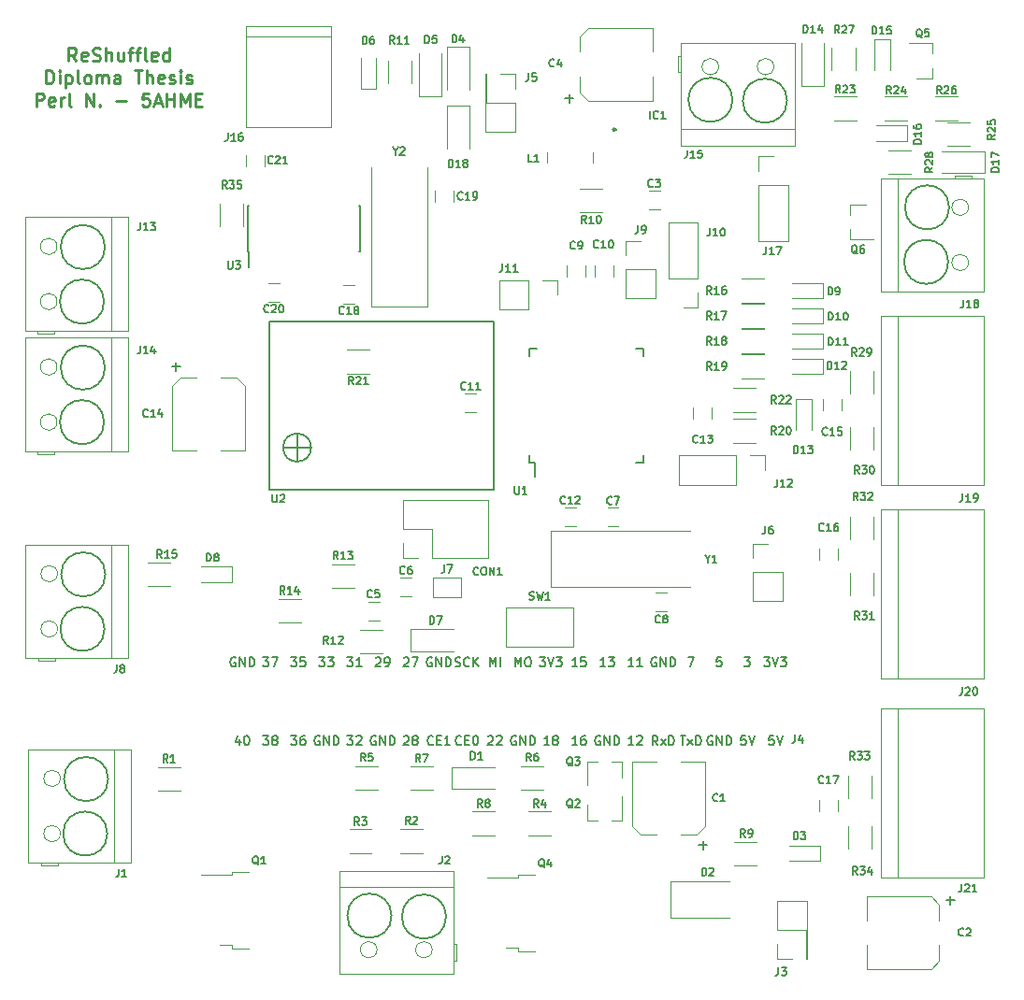
<source format=gto>
G04 #@! TF.FileFunction,Legend,Top*
%FSLAX46Y46*%
G04 Gerber Fmt 4.6, Leading zero omitted, Abs format (unit mm)*
G04 Created by KiCad (PCBNEW 4.0.7-e2-6376~61~ubuntu18.04.1) date Wed Jan  8 18:11:24 2020*
%MOMM*%
%LPD*%
G01*
G04 APERTURE LIST*
%ADD10C,0.100000*%
%ADD11C,0.250000*%
%ADD12C,0.120000*%
%ADD13C,0.150000*%
%ADD14C,0.254000*%
G04 APERTURE END LIST*
D10*
D11*
X67502259Y-74453057D02*
X67102259Y-73881629D01*
X66816544Y-74453057D02*
X66816544Y-73253057D01*
X67273687Y-73253057D01*
X67387973Y-73310200D01*
X67445116Y-73367343D01*
X67502259Y-73481629D01*
X67502259Y-73653057D01*
X67445116Y-73767343D01*
X67387973Y-73824486D01*
X67273687Y-73881629D01*
X66816544Y-73881629D01*
X68473687Y-74395914D02*
X68359401Y-74453057D01*
X68130830Y-74453057D01*
X68016544Y-74395914D01*
X67959401Y-74281629D01*
X67959401Y-73824486D01*
X68016544Y-73710200D01*
X68130830Y-73653057D01*
X68359401Y-73653057D01*
X68473687Y-73710200D01*
X68530830Y-73824486D01*
X68530830Y-73938771D01*
X67959401Y-74053057D01*
X68987972Y-74395914D02*
X69159401Y-74453057D01*
X69445115Y-74453057D01*
X69559401Y-74395914D01*
X69616544Y-74338771D01*
X69673687Y-74224486D01*
X69673687Y-74110200D01*
X69616544Y-73995914D01*
X69559401Y-73938771D01*
X69445115Y-73881629D01*
X69216544Y-73824486D01*
X69102258Y-73767343D01*
X69045115Y-73710200D01*
X68987972Y-73595914D01*
X68987972Y-73481629D01*
X69045115Y-73367343D01*
X69102258Y-73310200D01*
X69216544Y-73253057D01*
X69502258Y-73253057D01*
X69673687Y-73310200D01*
X70187972Y-74453057D02*
X70187972Y-73253057D01*
X70702258Y-74453057D02*
X70702258Y-73824486D01*
X70645115Y-73710200D01*
X70530829Y-73653057D01*
X70359401Y-73653057D01*
X70245115Y-73710200D01*
X70187972Y-73767343D01*
X71787972Y-73653057D02*
X71787972Y-74453057D01*
X71273686Y-73653057D02*
X71273686Y-74281629D01*
X71330829Y-74395914D01*
X71445115Y-74453057D01*
X71616543Y-74453057D01*
X71730829Y-74395914D01*
X71787972Y-74338771D01*
X72187972Y-73653057D02*
X72645115Y-73653057D01*
X72359400Y-74453057D02*
X72359400Y-73424486D01*
X72416543Y-73310200D01*
X72530829Y-73253057D01*
X72645115Y-73253057D01*
X72873686Y-73653057D02*
X73330829Y-73653057D01*
X73045114Y-74453057D02*
X73045114Y-73424486D01*
X73102257Y-73310200D01*
X73216543Y-73253057D01*
X73330829Y-73253057D01*
X73902257Y-74453057D02*
X73787971Y-74395914D01*
X73730828Y-74281629D01*
X73730828Y-73253057D01*
X74816542Y-74395914D02*
X74702256Y-74453057D01*
X74473685Y-74453057D01*
X74359399Y-74395914D01*
X74302256Y-74281629D01*
X74302256Y-73824486D01*
X74359399Y-73710200D01*
X74473685Y-73653057D01*
X74702256Y-73653057D01*
X74816542Y-73710200D01*
X74873685Y-73824486D01*
X74873685Y-73938771D01*
X74302256Y-74053057D01*
X75902256Y-74453057D02*
X75902256Y-73253057D01*
X75902256Y-74395914D02*
X75787970Y-74453057D01*
X75559399Y-74453057D01*
X75445113Y-74395914D01*
X75387970Y-74338771D01*
X75330827Y-74224486D01*
X75330827Y-73881629D01*
X75387970Y-73767343D01*
X75445113Y-73710200D01*
X75559399Y-73653057D01*
X75787970Y-73653057D01*
X75902256Y-73710200D01*
X64787971Y-76503057D02*
X64787971Y-75303057D01*
X65073686Y-75303057D01*
X65245114Y-75360200D01*
X65359400Y-75474486D01*
X65416543Y-75588771D01*
X65473686Y-75817343D01*
X65473686Y-75988771D01*
X65416543Y-76217343D01*
X65359400Y-76331629D01*
X65245114Y-76445914D01*
X65073686Y-76503057D01*
X64787971Y-76503057D01*
X65987971Y-76503057D02*
X65987971Y-75703057D01*
X65987971Y-75303057D02*
X65930828Y-75360200D01*
X65987971Y-75417343D01*
X66045114Y-75360200D01*
X65987971Y-75303057D01*
X65987971Y-75417343D01*
X66559400Y-75703057D02*
X66559400Y-76903057D01*
X66559400Y-75760200D02*
X66673686Y-75703057D01*
X66902257Y-75703057D01*
X67016543Y-75760200D01*
X67073686Y-75817343D01*
X67130829Y-75931629D01*
X67130829Y-76274486D01*
X67073686Y-76388771D01*
X67016543Y-76445914D01*
X66902257Y-76503057D01*
X66673686Y-76503057D01*
X66559400Y-76445914D01*
X67816543Y-76503057D02*
X67702257Y-76445914D01*
X67645114Y-76331629D01*
X67645114Y-75303057D01*
X68445114Y-76503057D02*
X68330828Y-76445914D01*
X68273685Y-76388771D01*
X68216542Y-76274486D01*
X68216542Y-75931629D01*
X68273685Y-75817343D01*
X68330828Y-75760200D01*
X68445114Y-75703057D01*
X68616542Y-75703057D01*
X68730828Y-75760200D01*
X68787971Y-75817343D01*
X68845114Y-75931629D01*
X68845114Y-76274486D01*
X68787971Y-76388771D01*
X68730828Y-76445914D01*
X68616542Y-76503057D01*
X68445114Y-76503057D01*
X69359399Y-76503057D02*
X69359399Y-75703057D01*
X69359399Y-75817343D02*
X69416542Y-75760200D01*
X69530828Y-75703057D01*
X69702256Y-75703057D01*
X69816542Y-75760200D01*
X69873685Y-75874486D01*
X69873685Y-76503057D01*
X69873685Y-75874486D02*
X69930828Y-75760200D01*
X70045114Y-75703057D01*
X70216542Y-75703057D01*
X70330828Y-75760200D01*
X70387971Y-75874486D01*
X70387971Y-76503057D01*
X71473685Y-76503057D02*
X71473685Y-75874486D01*
X71416542Y-75760200D01*
X71302256Y-75703057D01*
X71073685Y-75703057D01*
X70959399Y-75760200D01*
X71473685Y-76445914D02*
X71359399Y-76503057D01*
X71073685Y-76503057D01*
X70959399Y-76445914D01*
X70902256Y-76331629D01*
X70902256Y-76217343D01*
X70959399Y-76103057D01*
X71073685Y-76045914D01*
X71359399Y-76045914D01*
X71473685Y-75988771D01*
X72787971Y-75303057D02*
X73473685Y-75303057D01*
X73130828Y-76503057D02*
X73130828Y-75303057D01*
X73873685Y-76503057D02*
X73873685Y-75303057D01*
X74387971Y-76503057D02*
X74387971Y-75874486D01*
X74330828Y-75760200D01*
X74216542Y-75703057D01*
X74045114Y-75703057D01*
X73930828Y-75760200D01*
X73873685Y-75817343D01*
X75416542Y-76445914D02*
X75302256Y-76503057D01*
X75073685Y-76503057D01*
X74959399Y-76445914D01*
X74902256Y-76331629D01*
X74902256Y-75874486D01*
X74959399Y-75760200D01*
X75073685Y-75703057D01*
X75302256Y-75703057D01*
X75416542Y-75760200D01*
X75473685Y-75874486D01*
X75473685Y-75988771D01*
X74902256Y-76103057D01*
X75930827Y-76445914D02*
X76045113Y-76503057D01*
X76273685Y-76503057D01*
X76387970Y-76445914D01*
X76445113Y-76331629D01*
X76445113Y-76274486D01*
X76387970Y-76160200D01*
X76273685Y-76103057D01*
X76102256Y-76103057D01*
X75987970Y-76045914D01*
X75930827Y-75931629D01*
X75930827Y-75874486D01*
X75987970Y-75760200D01*
X76102256Y-75703057D01*
X76273685Y-75703057D01*
X76387970Y-75760200D01*
X76959399Y-76503057D02*
X76959399Y-75703057D01*
X76959399Y-75303057D02*
X76902256Y-75360200D01*
X76959399Y-75417343D01*
X77016542Y-75360200D01*
X76959399Y-75303057D01*
X76959399Y-75417343D01*
X77473685Y-76445914D02*
X77587971Y-76503057D01*
X77816543Y-76503057D01*
X77930828Y-76445914D01*
X77987971Y-76331629D01*
X77987971Y-76274486D01*
X77930828Y-76160200D01*
X77816543Y-76103057D01*
X77645114Y-76103057D01*
X77530828Y-76045914D01*
X77473685Y-75931629D01*
X77473685Y-75874486D01*
X77530828Y-75760200D01*
X77645114Y-75703057D01*
X77816543Y-75703057D01*
X77930828Y-75760200D01*
X63873686Y-78553057D02*
X63873686Y-77353057D01*
X64330829Y-77353057D01*
X64445115Y-77410200D01*
X64502258Y-77467343D01*
X64559401Y-77581629D01*
X64559401Y-77753057D01*
X64502258Y-77867343D01*
X64445115Y-77924486D01*
X64330829Y-77981629D01*
X63873686Y-77981629D01*
X65530829Y-78495914D02*
X65416543Y-78553057D01*
X65187972Y-78553057D01*
X65073686Y-78495914D01*
X65016543Y-78381629D01*
X65016543Y-77924486D01*
X65073686Y-77810200D01*
X65187972Y-77753057D01*
X65416543Y-77753057D01*
X65530829Y-77810200D01*
X65587972Y-77924486D01*
X65587972Y-78038771D01*
X65016543Y-78153057D01*
X66102257Y-78553057D02*
X66102257Y-77753057D01*
X66102257Y-77981629D02*
X66159400Y-77867343D01*
X66216543Y-77810200D01*
X66330829Y-77753057D01*
X66445114Y-77753057D01*
X67016543Y-78553057D02*
X66902257Y-78495914D01*
X66845114Y-78381629D01*
X66845114Y-77353057D01*
X68387971Y-78553057D02*
X68387971Y-77353057D01*
X69073686Y-78553057D01*
X69073686Y-77353057D01*
X69645114Y-78438771D02*
X69702257Y-78495914D01*
X69645114Y-78553057D01*
X69587971Y-78495914D01*
X69645114Y-78438771D01*
X69645114Y-78553057D01*
X71130829Y-78095914D02*
X72045115Y-78095914D01*
X74102258Y-77353057D02*
X73530829Y-77353057D01*
X73473686Y-77924486D01*
X73530829Y-77867343D01*
X73645115Y-77810200D01*
X73930829Y-77810200D01*
X74045115Y-77867343D01*
X74102258Y-77924486D01*
X74159401Y-78038771D01*
X74159401Y-78324486D01*
X74102258Y-78438771D01*
X74045115Y-78495914D01*
X73930829Y-78553057D01*
X73645115Y-78553057D01*
X73530829Y-78495914D01*
X73473686Y-78438771D01*
X74616543Y-78210200D02*
X75187972Y-78210200D01*
X74502258Y-78553057D02*
X74902258Y-77353057D01*
X75302258Y-78553057D01*
X75702257Y-78553057D02*
X75702257Y-77353057D01*
X75702257Y-77924486D02*
X76387972Y-77924486D01*
X76387972Y-78553057D02*
X76387972Y-77353057D01*
X76959400Y-78553057D02*
X76959400Y-77353057D01*
X77359400Y-78210200D01*
X77759400Y-77353057D01*
X77759400Y-78553057D01*
X78330829Y-77924486D02*
X78730829Y-77924486D01*
X78902258Y-78553057D02*
X78330829Y-78553057D01*
X78330829Y-77353057D01*
X78902258Y-77353057D01*
D12*
X142732000Y-79810000D02*
X140732000Y-79810000D01*
X140732000Y-77670000D02*
X142732000Y-77670000D01*
X146407000Y-80021000D02*
X148407000Y-80021000D01*
X148407000Y-82161000D02*
X146407000Y-82161000D01*
X123081000Y-117022000D02*
X110481000Y-117022000D01*
X110481000Y-117022000D02*
X110481000Y-122122000D01*
X110481000Y-122122000D02*
X123081000Y-122122000D01*
X121274000Y-148783000D02*
X121274000Y-152083000D01*
X121274000Y-152083000D02*
X126674000Y-152083000D01*
X121274000Y-148783000D02*
X126674000Y-148783000D01*
X112534000Y-127540000D02*
X106414000Y-127540000D01*
X106414000Y-127540000D02*
X106414000Y-123920000D01*
X106414000Y-123920000D02*
X112534000Y-123920000D01*
X112534000Y-123920000D02*
X112534000Y-127540000D01*
D13*
X108490000Y-110839000D02*
X109065000Y-110839000D01*
X108490000Y-100489000D02*
X109165000Y-100489000D01*
X118840000Y-100489000D02*
X118165000Y-100489000D01*
X118840000Y-110839000D02*
X118165000Y-110839000D01*
X108490000Y-110839000D02*
X108490000Y-110164000D01*
X118840000Y-110839000D02*
X118840000Y-110164000D01*
X118840000Y-100489000D02*
X118840000Y-101164000D01*
X108490000Y-100489000D02*
X108490000Y-101164000D01*
X109065000Y-110839000D02*
X109065000Y-112114000D01*
D12*
X141884000Y-148446000D02*
X141884000Y-133146000D01*
X140384000Y-148446000D02*
X140384000Y-133146000D01*
X140384000Y-133146000D02*
X149684000Y-133146000D01*
X149684000Y-133146000D02*
X149684000Y-148446000D01*
X149684000Y-148446000D02*
X140384000Y-148446000D01*
X141884000Y-130412000D02*
X141884000Y-115112000D01*
X140384000Y-130412000D02*
X140384000Y-115112000D01*
X140384000Y-115112000D02*
X149684000Y-115112000D01*
X149684000Y-115112000D02*
X149684000Y-130412000D01*
X149684000Y-130412000D02*
X140384000Y-130412000D01*
D13*
X131861000Y-78050000D02*
G75*
G03X131861000Y-78050000I-2000000J0D01*
G01*
X126921000Y-77970000D02*
G75*
G03X126921000Y-77970000I-2000000J0D01*
G01*
D12*
X132571000Y-80620000D02*
X122271000Y-80620000D01*
X130671000Y-74970000D02*
G75*
G03X130671000Y-74970000I-750000J0D01*
G01*
X125671000Y-74970000D02*
G75*
G03X125671000Y-74970000I-750000J0D01*
G01*
X122021000Y-75470000D02*
X122271000Y-75470000D01*
X122271000Y-73970000D02*
X122021000Y-73970000D01*
X122021000Y-73970000D02*
X122021000Y-75470000D01*
X132571000Y-82120000D02*
X122271000Y-82120000D01*
X122271000Y-82120000D02*
X122271000Y-72820000D01*
X122271000Y-72820000D02*
X132571000Y-72820000D01*
X132571000Y-72820000D02*
X132571000Y-82120000D01*
D13*
X70104000Y-102233000D02*
G75*
G03X70104000Y-102233000I-2000000J0D01*
G01*
X70024000Y-107173000D02*
G75*
G03X70024000Y-107173000I-2000000J0D01*
G01*
D12*
X70674000Y-99523000D02*
X70674000Y-109823000D01*
X65774000Y-102173000D02*
G75*
G03X65774000Y-102173000I-750000J0D01*
G01*
X65774000Y-107173000D02*
G75*
G03X65774000Y-107173000I-750000J0D01*
G01*
X65524000Y-110073000D02*
X65524000Y-109823000D01*
X64024000Y-109823000D02*
X64024000Y-110073000D01*
X64024000Y-110073000D02*
X65524000Y-110073000D01*
X72174000Y-99523000D02*
X72174000Y-109823000D01*
X72174000Y-109823000D02*
X62874000Y-109823000D01*
X62874000Y-109823000D02*
X62874000Y-99523000D01*
X62874000Y-99523000D02*
X72174000Y-99523000D01*
D13*
X70104000Y-91311000D02*
G75*
G03X70104000Y-91311000I-2000000J0D01*
G01*
X70024000Y-96251000D02*
G75*
G03X70024000Y-96251000I-2000000J0D01*
G01*
D12*
X70674000Y-88601000D02*
X70674000Y-98901000D01*
X65774000Y-91251000D02*
G75*
G03X65774000Y-91251000I-750000J0D01*
G01*
X65774000Y-96251000D02*
G75*
G03X65774000Y-96251000I-750000J0D01*
G01*
X65524000Y-99151000D02*
X65524000Y-98901000D01*
X64024000Y-98901000D02*
X64024000Y-99151000D01*
X64024000Y-99151000D02*
X65524000Y-99151000D01*
X72174000Y-88601000D02*
X72174000Y-98901000D01*
X72174000Y-98901000D02*
X62874000Y-98901000D01*
X62874000Y-98901000D02*
X62874000Y-88601000D01*
X62874000Y-88601000D02*
X72174000Y-88601000D01*
X104835000Y-119440000D02*
X104835000Y-114240000D01*
X99695000Y-119440000D02*
X104835000Y-119440000D01*
X97095000Y-114240000D02*
X104835000Y-114240000D01*
X99695000Y-119440000D02*
X99695000Y-116840000D01*
X99695000Y-116840000D02*
X97095000Y-116840000D01*
X97095000Y-116840000D02*
X97095000Y-114240000D01*
X98425000Y-119440000D02*
X97095000Y-119440000D01*
X97095000Y-119440000D02*
X97095000Y-118110000D01*
D13*
X83063000Y-91737000D02*
X83088000Y-91737000D01*
X83063000Y-87587000D02*
X83168000Y-87587000D01*
X93213000Y-87587000D02*
X93108000Y-87587000D01*
X93213000Y-91737000D02*
X93108000Y-91737000D01*
X83063000Y-91737000D02*
X83063000Y-87587000D01*
X93213000Y-91737000D02*
X93213000Y-87587000D01*
X83088000Y-91737000D02*
X83088000Y-93112000D01*
X70398000Y-139506000D02*
G75*
G03X70398000Y-139506000I-2000000J0D01*
G01*
X70318000Y-144446000D02*
G75*
G03X70318000Y-144446000I-2000000J0D01*
G01*
D12*
X70968000Y-136796000D02*
X70968000Y-147096000D01*
X66068000Y-139446000D02*
G75*
G03X66068000Y-139446000I-750000J0D01*
G01*
X66068000Y-144446000D02*
G75*
G03X66068000Y-144446000I-750000J0D01*
G01*
X65818000Y-147346000D02*
X65818000Y-147096000D01*
X64318000Y-147096000D02*
X64318000Y-147346000D01*
X64318000Y-147346000D02*
X65818000Y-147346000D01*
X72468000Y-136796000D02*
X72468000Y-147096000D01*
X72468000Y-147096000D02*
X63168000Y-147096000D01*
X63168000Y-147096000D02*
X63168000Y-136796000D01*
X63168000Y-136796000D02*
X72468000Y-136796000D01*
D13*
X146454000Y-92650000D02*
G75*
G03X146454000Y-92650000I-2000000J0D01*
G01*
X146534000Y-87710000D02*
G75*
G03X146534000Y-87710000I-2000000J0D01*
G01*
D12*
X141884000Y-95360000D02*
X141884000Y-85060000D01*
X148284000Y-92710000D02*
G75*
G03X148284000Y-92710000I-750000J0D01*
G01*
X148284000Y-87710000D02*
G75*
G03X148284000Y-87710000I-750000J0D01*
G01*
X147034000Y-84810000D02*
X147034000Y-85060000D01*
X148534000Y-85060000D02*
X148534000Y-84810000D01*
X148534000Y-84810000D02*
X147034000Y-84810000D01*
X140384000Y-95360000D02*
X140384000Y-85060000D01*
X140384000Y-85060000D02*
X149684000Y-85060000D01*
X149684000Y-85060000D02*
X149684000Y-95360000D01*
X149684000Y-95360000D02*
X140384000Y-95360000D01*
X141884000Y-112886000D02*
X141884000Y-97586000D01*
X140384000Y-112886000D02*
X140384000Y-97586000D01*
X140384000Y-97586000D02*
X149684000Y-97586000D01*
X149684000Y-97586000D02*
X149684000Y-112886000D01*
X149684000Y-112886000D02*
X140384000Y-112886000D01*
X129313000Y-90803000D02*
X131973000Y-90803000D01*
X129313000Y-85663000D02*
X129313000Y-90803000D01*
X131973000Y-85663000D02*
X131973000Y-90803000D01*
X129313000Y-85663000D02*
X131973000Y-85663000D01*
X129313000Y-84393000D02*
X129313000Y-83063000D01*
X129313000Y-83063000D02*
X130643000Y-83063000D01*
D14*
X116360000Y-80669000D02*
G75*
G03X116360000Y-80669000I-125000J0D01*
G01*
D12*
X104588000Y-75632000D02*
X104588000Y-80832000D01*
X104648000Y-75632000D02*
X104588000Y-75632000D01*
X107248000Y-80832000D02*
X104588000Y-80832000D01*
X104648000Y-75632000D02*
X104648000Y-78232000D01*
X104648000Y-78232000D02*
X107248000Y-78232000D01*
X107248000Y-78232000D02*
X107248000Y-80832000D01*
X105918000Y-75632000D02*
X107248000Y-75632000D01*
X107248000Y-75632000D02*
X107248000Y-76962000D01*
D13*
X70144000Y-120964000D02*
G75*
G03X70144000Y-120964000I-2000000J0D01*
G01*
X70064000Y-125904000D02*
G75*
G03X70064000Y-125904000I-2000000J0D01*
G01*
D12*
X70714000Y-118254000D02*
X70714000Y-128554000D01*
X65814000Y-120904000D02*
G75*
G03X65814000Y-120904000I-750000J0D01*
G01*
X65814000Y-125904000D02*
G75*
G03X65814000Y-125904000I-750000J0D01*
G01*
X65564000Y-128804000D02*
X65564000Y-128554000D01*
X64064000Y-128554000D02*
X64064000Y-128804000D01*
X64064000Y-128804000D02*
X65564000Y-128804000D01*
X72214000Y-118254000D02*
X72214000Y-128554000D01*
X72214000Y-128554000D02*
X62914000Y-128554000D01*
X62914000Y-128554000D02*
X62914000Y-118254000D01*
X62914000Y-118254000D02*
X72214000Y-118254000D01*
X122114000Y-110176000D02*
X122114000Y-112836000D01*
X127254000Y-110176000D02*
X122114000Y-110176000D01*
X127254000Y-112836000D02*
X122114000Y-112836000D01*
X127254000Y-110176000D02*
X127254000Y-112836000D01*
X128524000Y-110176000D02*
X129854000Y-110176000D01*
X129854000Y-110176000D02*
X129854000Y-111506000D01*
X133664000Y-155762000D02*
X133664000Y-150562000D01*
X133604000Y-155762000D02*
X133664000Y-155762000D01*
X131004000Y-150562000D02*
X133664000Y-150562000D01*
X133604000Y-155762000D02*
X133604000Y-153162000D01*
X133604000Y-153162000D02*
X131004000Y-153162000D01*
X131004000Y-153162000D02*
X131004000Y-150562000D01*
X132334000Y-155762000D02*
X131004000Y-155762000D01*
X131004000Y-155762000D02*
X131004000Y-154432000D01*
X102322000Y-121222000D02*
X99782000Y-121222000D01*
X99782000Y-123002000D02*
X102322000Y-123002000D01*
X99782000Y-123002000D02*
X99782000Y-121222000D01*
X102322000Y-121222000D02*
X102322000Y-123002000D01*
X128805000Y-123378500D02*
X131465000Y-123378500D01*
X128805000Y-120778500D02*
X128805000Y-123378500D01*
X131465000Y-120778500D02*
X131465000Y-123378500D01*
X128805000Y-120778500D02*
X131465000Y-120778500D01*
X128805000Y-119508500D02*
X128805000Y-118178500D01*
X128805000Y-118178500D02*
X130135000Y-118178500D01*
X117288000Y-95945000D02*
X119948000Y-95945000D01*
X117288000Y-93345000D02*
X117288000Y-95945000D01*
X119948000Y-93345000D02*
X119948000Y-95945000D01*
X117288000Y-93345000D02*
X119948000Y-93345000D01*
X117288000Y-92075000D02*
X117288000Y-90745000D01*
X117288000Y-90745000D02*
X118618000Y-90745000D01*
X123808800Y-89055900D02*
X121148800Y-89055900D01*
X123808800Y-94195900D02*
X123808800Y-89055900D01*
X121148800Y-94195900D02*
X121148800Y-89055900D01*
X123808800Y-94195900D02*
X121148800Y-94195900D01*
X123808800Y-95465900D02*
X123808800Y-96795900D01*
X123808800Y-96795900D02*
X122478800Y-96795900D01*
X105858000Y-94301000D02*
X105858000Y-96961000D01*
X108458000Y-94301000D02*
X105858000Y-94301000D01*
X108458000Y-96961000D02*
X105858000Y-96961000D01*
X108458000Y-94301000D02*
X108458000Y-96961000D01*
X109728000Y-94301000D02*
X111058000Y-94301000D01*
X111058000Y-94301000D02*
X111058000Y-95631000D01*
D13*
X96050800Y-151885000D02*
G75*
G03X96050800Y-151885000I-2000000J0D01*
G01*
X100990800Y-151965000D02*
G75*
G03X100990800Y-151965000I-2000000J0D01*
G01*
D12*
X91340800Y-149315000D02*
X101640800Y-149315000D01*
X94740800Y-154965000D02*
G75*
G03X94740800Y-154965000I-750000J0D01*
G01*
X99740800Y-154965000D02*
G75*
G03X99740800Y-154965000I-750000J0D01*
G01*
X101890800Y-154465000D02*
X101640800Y-154465000D01*
X101640800Y-155965000D02*
X101890800Y-155965000D01*
X101890800Y-155965000D02*
X101890800Y-154465000D01*
X91340800Y-147815000D02*
X101640800Y-147815000D01*
X101640800Y-147815000D02*
X101640800Y-157115000D01*
X101640800Y-157115000D02*
X91340800Y-157115000D01*
X91340800Y-157115000D02*
X91340800Y-147815000D01*
X145055500Y-76003500D02*
X145055500Y-75073500D01*
X145055500Y-72843500D02*
X145055500Y-73773500D01*
X145055500Y-72843500D02*
X142895500Y-72843500D01*
X145055500Y-76003500D02*
X143595500Y-76003500D01*
X137543000Y-87447000D02*
X137543000Y-88377000D01*
X137543000Y-90607000D02*
X137543000Y-89677000D01*
X137543000Y-90607000D02*
X139703000Y-90607000D01*
X137543000Y-87447000D02*
X139003000Y-87447000D01*
X113736000Y-143254000D02*
X114666000Y-143254000D01*
X116896000Y-143254000D02*
X115966000Y-143254000D01*
X116896000Y-143254000D02*
X116896000Y-141094000D01*
X113736000Y-143254000D02*
X113736000Y-141794000D01*
X116896000Y-137924000D02*
X115966000Y-137924000D01*
X113736000Y-137924000D02*
X114666000Y-137924000D01*
X113736000Y-137924000D02*
X113736000Y-140084000D01*
X116896000Y-137924000D02*
X116896000Y-139384000D01*
X145304000Y-77670000D02*
X147304000Y-77670000D01*
X147304000Y-79810000D02*
X145304000Y-79810000D01*
X97766000Y-138314000D02*
X99766000Y-138314000D01*
X99766000Y-140454000D02*
X97766000Y-140454000D01*
X92241500Y-144054400D02*
X94241500Y-144054400D01*
X94241500Y-146194400D02*
X92241500Y-146194400D01*
X98851600Y-146194400D02*
X96851600Y-146194400D01*
X96851600Y-144054400D02*
X98851600Y-144054400D01*
X92654000Y-122166000D02*
X90654000Y-122166000D01*
X90654000Y-120026000D02*
X92654000Y-120026000D01*
X136160000Y-77670000D02*
X138160000Y-77670000D01*
X138160000Y-79810000D02*
X136160000Y-79810000D01*
X108474000Y-142440000D02*
X110474000Y-142440000D01*
X110474000Y-144580000D02*
X108474000Y-144580000D01*
X109799000Y-140454000D02*
X107799000Y-140454000D01*
X107799000Y-138314000D02*
X109799000Y-138314000D01*
X115133000Y-88130000D02*
X113133000Y-88130000D01*
X113133000Y-85990000D02*
X115133000Y-85990000D01*
X127778000Y-94180000D02*
X129778000Y-94180000D01*
X129778000Y-96320000D02*
X127778000Y-96320000D01*
X127778000Y-96466000D02*
X129778000Y-96466000D01*
X129778000Y-98606000D02*
X127778000Y-98606000D01*
X97844000Y-74438000D02*
X97844000Y-76438000D01*
X95704000Y-76438000D02*
X95704000Y-74438000D01*
X127778000Y-98752000D02*
X129778000Y-98752000D01*
X129778000Y-100892000D02*
X127778000Y-100892000D01*
X127778000Y-101038000D02*
X129778000Y-101038000D01*
X129778000Y-103178000D02*
X127778000Y-103178000D01*
X76906000Y-140581000D02*
X74906000Y-140581000D01*
X74906000Y-138441000D02*
X76906000Y-138441000D01*
X103394000Y-142440000D02*
X105394000Y-142440000D01*
X105394000Y-144580000D02*
X103394000Y-144580000D01*
X95194000Y-128135000D02*
X93194000Y-128135000D01*
X93194000Y-125995000D02*
X95194000Y-125995000D01*
X92025600Y-100620400D02*
X94025600Y-100620400D01*
X94025600Y-102760400D02*
X92025600Y-102760400D01*
X127016000Y-104086000D02*
X129016000Y-104086000D01*
X129016000Y-106226000D02*
X127016000Y-106226000D01*
X135897600Y-75283800D02*
X135897600Y-73283800D01*
X138037600Y-73283800D02*
X138037600Y-75283800D01*
X141073000Y-82561000D02*
X143073000Y-82561000D01*
X143073000Y-84701000D02*
X141073000Y-84701000D01*
X80464000Y-89392000D02*
X80464000Y-87392000D01*
X82604000Y-87392000D02*
X82604000Y-89392000D01*
X137574000Y-104570000D02*
X137574000Y-102570000D01*
X139714000Y-102570000D02*
X139714000Y-104570000D01*
X139714000Y-120858000D02*
X139714000Y-122858000D01*
X137574000Y-122858000D02*
X137574000Y-120858000D01*
X137360000Y-141208000D02*
X137360000Y-139208000D01*
X139500000Y-139208000D02*
X139500000Y-141208000D01*
X137574000Y-109650000D02*
X137574000Y-107650000D01*
X139714000Y-107650000D02*
X139714000Y-109650000D01*
X139714000Y-115778000D02*
X139714000Y-117778000D01*
X137574000Y-117778000D02*
X137574000Y-115778000D01*
X137360000Y-145780000D02*
X137360000Y-143780000D01*
X139500000Y-143780000D02*
X139500000Y-145780000D01*
X129103000Y-147312000D02*
X127103000Y-147312000D01*
X127103000Y-145172000D02*
X129103000Y-145172000D01*
X129016000Y-109020000D02*
X127016000Y-109020000D01*
X127016000Y-106880000D02*
X129016000Y-106880000D01*
X87828000Y-125341000D02*
X85828000Y-125341000D01*
X85828000Y-123201000D02*
X87828000Y-123201000D01*
X74017000Y-119899000D02*
X76017000Y-119899000D01*
X76017000Y-122039000D02*
X74017000Y-122039000D01*
X114302600Y-82704200D02*
X114302600Y-83694200D01*
X110102600Y-82704200D02*
X110102600Y-83694200D01*
X83104000Y-147934000D02*
X81604000Y-147934000D01*
X81604000Y-147934000D02*
X81604000Y-148204000D01*
X81604000Y-148204000D02*
X78774000Y-148204000D01*
X83104000Y-154834000D02*
X81604000Y-154834000D01*
X81604000Y-154834000D02*
X81604000Y-154564000D01*
X81604000Y-154564000D02*
X80504000Y-154564000D01*
X109012000Y-148188000D02*
X107512000Y-148188000D01*
X107512000Y-148188000D02*
X107512000Y-148458000D01*
X107512000Y-148458000D02*
X104682000Y-148458000D01*
X109012000Y-155088000D02*
X107512000Y-155088000D01*
X107512000Y-155088000D02*
X107512000Y-154818000D01*
X107512000Y-154818000D02*
X106412000Y-154818000D01*
X134856000Y-146942000D02*
X134856000Y-145542000D01*
X134856000Y-145542000D02*
X132056000Y-145542000D01*
X134856000Y-146942000D02*
X132056000Y-146942000D01*
X93280000Y-76984000D02*
X94680000Y-76984000D01*
X94680000Y-76984000D02*
X94680000Y-74184000D01*
X93280000Y-76984000D02*
X93280000Y-74184000D01*
X81643000Y-121669000D02*
X81643000Y-120269000D01*
X81643000Y-120269000D02*
X78843000Y-120269000D01*
X81643000Y-121669000D02*
X78843000Y-121669000D01*
X135150000Y-95950000D02*
X135150000Y-94550000D01*
X135150000Y-94550000D02*
X132350000Y-94550000D01*
X135150000Y-95950000D02*
X132350000Y-95950000D01*
X135150000Y-98236000D02*
X135150000Y-96836000D01*
X135150000Y-96836000D02*
X132350000Y-96836000D01*
X135150000Y-98236000D02*
X132350000Y-98236000D01*
X135150000Y-100522000D02*
X135150000Y-99122000D01*
X135150000Y-99122000D02*
X132350000Y-99122000D01*
X135150000Y-100522000D02*
X132350000Y-100522000D01*
X135150000Y-102808000D02*
X135150000Y-101408000D01*
X135150000Y-101408000D02*
X132350000Y-101408000D01*
X135150000Y-102808000D02*
X132350000Y-102808000D01*
X134068000Y-105112000D02*
X132668000Y-105112000D01*
X132668000Y-105112000D02*
X132668000Y-107912000D01*
X134068000Y-105112000D02*
X134068000Y-107912000D01*
X141185500Y-72496500D02*
X139785500Y-72496500D01*
X139785500Y-72496500D02*
X139785500Y-75296500D01*
X141185500Y-72496500D02*
X141185500Y-75296500D01*
X142730000Y-81714800D02*
X142730000Y-80314800D01*
X142730000Y-80314800D02*
X139930000Y-80314800D01*
X142730000Y-81714800D02*
X139930000Y-81714800D01*
X94813000Y-140454000D02*
X92813000Y-140454000D01*
X92813000Y-138314000D02*
X94813000Y-138314000D01*
D13*
X86233000Y-109474000D02*
X88773000Y-109474000D01*
X87503000Y-110744000D02*
X87503000Y-108204000D01*
X88773000Y-109474000D02*
G75*
G03X88773000Y-109474000I-1270000J0D01*
G01*
X84963000Y-113284000D02*
X105283000Y-113284000D01*
X105283000Y-113284000D02*
X105283000Y-98044000D01*
X105283000Y-98044000D02*
X84963000Y-98044000D01*
X84963000Y-98044000D02*
X84963000Y-113284000D01*
D12*
X124458000Y-137924000D02*
X122278000Y-137924000D01*
X117858000Y-137924000D02*
X120038000Y-137924000D01*
X123698000Y-144524000D02*
X122278000Y-144524000D01*
X118618000Y-144524000D02*
X120038000Y-144524000D01*
X124458000Y-137924000D02*
X124458000Y-143764000D01*
X124458000Y-143764000D02*
X123698000Y-144524000D01*
X118618000Y-144524000D02*
X117858000Y-143764000D01*
X117858000Y-143764000D02*
X117858000Y-137924000D01*
X139052400Y-150104800D02*
X139052400Y-152284800D01*
X139052400Y-156704800D02*
X139052400Y-154524800D01*
X145652400Y-150864800D02*
X145652400Y-152284800D01*
X145652400Y-155944800D02*
X145652400Y-154524800D01*
X139052400Y-150104800D02*
X144892400Y-150104800D01*
X144892400Y-150104800D02*
X145652400Y-150864800D01*
X145652400Y-155944800D02*
X144892400Y-156704800D01*
X144892400Y-156704800D02*
X139052400Y-156704800D01*
X119348000Y-87910000D02*
X120348000Y-87910000D01*
X120348000Y-86210000D02*
X119348000Y-86210000D01*
X119719000Y-78041000D02*
X119719000Y-75861000D01*
X119719000Y-71441000D02*
X119719000Y-73621000D01*
X113119000Y-77281000D02*
X113119000Y-75861000D01*
X113119000Y-72201000D02*
X113119000Y-73621000D01*
X119719000Y-78041000D02*
X113879000Y-78041000D01*
X113879000Y-78041000D02*
X113119000Y-77281000D01*
X113119000Y-72201000D02*
X113879000Y-71441000D01*
X113879000Y-71441000D02*
X119719000Y-71441000D01*
X93948000Y-125121000D02*
X94948000Y-125121000D01*
X94948000Y-123421000D02*
X93948000Y-123421000D01*
X96869000Y-122962000D02*
X97869000Y-122962000D01*
X97869000Y-121262000D02*
X96869000Y-121262000D01*
X116601500Y-114912000D02*
X115601500Y-114912000D01*
X115601500Y-116612000D02*
X116601500Y-116612000D01*
X119983000Y-124295500D02*
X120983000Y-124295500D01*
X120983000Y-122595500D02*
X119983000Y-122595500D01*
X111926000Y-92972000D02*
X111926000Y-93972000D01*
X113626000Y-93972000D02*
X113626000Y-92972000D01*
X114466000Y-92972000D02*
X114466000Y-93972000D01*
X116166000Y-93972000D02*
X116166000Y-92972000D01*
X103711000Y-104561500D02*
X102711000Y-104561500D01*
X102711000Y-106261500D02*
X103711000Y-106261500D01*
X112728000Y-114912000D02*
X111728000Y-114912000D01*
X111728000Y-116612000D02*
X112728000Y-116612000D01*
X123316000Y-105864000D02*
X123316000Y-106864000D01*
X125016000Y-106864000D02*
X125016000Y-105864000D01*
X76202000Y-109726000D02*
X78382000Y-109726000D01*
X82802000Y-109726000D02*
X80622000Y-109726000D01*
X76962000Y-103126000D02*
X78382000Y-103126000D01*
X82042000Y-103126000D02*
X80622000Y-103126000D01*
X76202000Y-109726000D02*
X76202000Y-103886000D01*
X76202000Y-103886000D02*
X76962000Y-103126000D01*
X82042000Y-103126000D02*
X82802000Y-103886000D01*
X82802000Y-103886000D02*
X82802000Y-109726000D01*
X136827000Y-106102000D02*
X136827000Y-105102000D01*
X135127000Y-105102000D02*
X135127000Y-106102000D01*
X134786000Y-118626000D02*
X134786000Y-119626000D01*
X136486000Y-119626000D02*
X136486000Y-118626000D01*
X136446000Y-142424000D02*
X136446000Y-141424000D01*
X134746000Y-141424000D02*
X134746000Y-142424000D01*
X92662000Y-94719000D02*
X91662000Y-94719000D01*
X91662000Y-96419000D02*
X92662000Y-96419000D01*
X101698800Y-87204400D02*
X101698800Y-86204400D01*
X99998800Y-86204400D02*
X99998800Y-87204400D01*
X84880200Y-96266600D02*
X85880200Y-96266600D01*
X85880200Y-94566600D02*
X84880200Y-94566600D01*
X82866500Y-83004000D02*
X82866500Y-84004000D01*
X84566500Y-84004000D02*
X84566500Y-83004000D01*
X101494400Y-138409400D02*
X101494400Y-140409400D01*
X101494400Y-140409400D02*
X105394400Y-140409400D01*
X101494400Y-138409400D02*
X105394400Y-138409400D01*
X103108000Y-73188000D02*
X101108000Y-73188000D01*
X101108000Y-73188000D02*
X101108000Y-77088000D01*
X103108000Y-73188000D02*
X103108000Y-77088000D01*
X98568000Y-77688000D02*
X100568000Y-77688000D01*
X100568000Y-77688000D02*
X100568000Y-73788000D01*
X98568000Y-77688000D02*
X98568000Y-73788000D01*
X97786000Y-125938000D02*
X97786000Y-127938000D01*
X97786000Y-127938000D02*
X101686000Y-127938000D01*
X97786000Y-125938000D02*
X101686000Y-125938000D01*
X133199000Y-76737000D02*
X135199000Y-76737000D01*
X135199000Y-76737000D02*
X135199000Y-72837000D01*
X133199000Y-76737000D02*
X133199000Y-72837000D01*
X149784000Y-84631000D02*
X149784000Y-82631000D01*
X149784000Y-82631000D02*
X145884000Y-82631000D01*
X149784000Y-84631000D02*
X145884000Y-84631000D01*
X103108000Y-78522000D02*
X101108000Y-78522000D01*
X101108000Y-78522000D02*
X101108000Y-82422000D01*
X103108000Y-78522000D02*
X103108000Y-82422000D01*
X90551000Y-72269000D02*
X82851000Y-72269000D01*
X90551000Y-71269000D02*
X82851000Y-71269000D01*
X82851000Y-71269000D02*
X82851000Y-80469000D01*
X82851000Y-80469000D02*
X90551000Y-80469000D01*
X90551000Y-80469000D02*
X90551000Y-71269000D01*
X94184000Y-84081000D02*
X94184000Y-96681000D01*
X94184000Y-96681000D02*
X99284000Y-96681000D01*
X99284000Y-96681000D02*
X99284000Y-84081000D01*
D13*
X132608667Y-135506667D02*
X132608667Y-136006667D01*
X132575333Y-136106667D01*
X132508667Y-136173333D01*
X132408667Y-136206667D01*
X132342000Y-136206667D01*
X133242000Y-135740000D02*
X133242000Y-136206667D01*
X133075333Y-135473333D02*
X132908666Y-135973333D01*
X133342000Y-135973333D01*
X129794763Y-128490952D02*
X130302382Y-128490952D01*
X130029049Y-128803333D01*
X130146191Y-128803333D01*
X130224287Y-128842381D01*
X130263334Y-128881429D01*
X130302382Y-128959524D01*
X130302382Y-129154762D01*
X130263334Y-129232857D01*
X130224287Y-129271905D01*
X130146191Y-129310952D01*
X129911906Y-129310952D01*
X129833810Y-129271905D01*
X129794763Y-129232857D01*
X130536667Y-128490952D02*
X130810001Y-129310952D01*
X131083334Y-128490952D01*
X131278572Y-128490952D02*
X131786191Y-128490952D01*
X131512858Y-128803333D01*
X131630000Y-128803333D01*
X131708096Y-128842381D01*
X131747143Y-128881429D01*
X131786191Y-128959524D01*
X131786191Y-129154762D01*
X131747143Y-129232857D01*
X131708096Y-129271905D01*
X131630000Y-129310952D01*
X131395715Y-129310952D01*
X131317619Y-129271905D01*
X131278572Y-129232857D01*
X127996667Y-128490952D02*
X128504286Y-128490952D01*
X128230953Y-128803333D01*
X128348095Y-128803333D01*
X128426191Y-128842381D01*
X128465238Y-128881429D01*
X128504286Y-128959524D01*
X128504286Y-129154762D01*
X128465238Y-129232857D01*
X128426191Y-129271905D01*
X128348095Y-129310952D01*
X128113810Y-129310952D01*
X128035714Y-129271905D01*
X127996667Y-129232857D01*
X125925238Y-128490952D02*
X125534762Y-128490952D01*
X125495714Y-128881429D01*
X125534762Y-128842381D01*
X125612857Y-128803333D01*
X125808095Y-128803333D01*
X125886191Y-128842381D01*
X125925238Y-128881429D01*
X125964286Y-128959524D01*
X125964286Y-129154762D01*
X125925238Y-129232857D01*
X125886191Y-129271905D01*
X125808095Y-129310952D01*
X125612857Y-129310952D01*
X125534762Y-129271905D01*
X125495714Y-129232857D01*
X122916667Y-128490952D02*
X123463334Y-128490952D01*
X123111905Y-129310952D01*
X120025238Y-128530000D02*
X119947143Y-128490952D01*
X119830000Y-128490952D01*
X119712857Y-128530000D01*
X119634762Y-128608095D01*
X119595714Y-128686190D01*
X119556666Y-128842381D01*
X119556666Y-128959524D01*
X119595714Y-129115714D01*
X119634762Y-129193810D01*
X119712857Y-129271905D01*
X119830000Y-129310952D01*
X119908095Y-129310952D01*
X120025238Y-129271905D01*
X120064286Y-129232857D01*
X120064286Y-128959524D01*
X119908095Y-128959524D01*
X120415714Y-129310952D02*
X120415714Y-128490952D01*
X120884286Y-129310952D01*
X120884286Y-128490952D01*
X121274762Y-129310952D02*
X121274762Y-128490952D01*
X121470000Y-128490952D01*
X121587143Y-128530000D01*
X121665238Y-128608095D01*
X121704286Y-128686190D01*
X121743334Y-128842381D01*
X121743334Y-128959524D01*
X121704286Y-129115714D01*
X121665238Y-129193810D01*
X121587143Y-129271905D01*
X121470000Y-129310952D01*
X121274762Y-129310952D01*
X117953810Y-129310952D02*
X117485238Y-129310952D01*
X117719524Y-129310952D02*
X117719524Y-128490952D01*
X117641429Y-128608095D01*
X117563334Y-128686190D01*
X117485238Y-128725238D01*
X118734762Y-129310952D02*
X118266190Y-129310952D01*
X118500476Y-129310952D02*
X118500476Y-128490952D01*
X118422381Y-128608095D01*
X118344286Y-128686190D01*
X118266190Y-128725238D01*
X115413810Y-129310952D02*
X114945238Y-129310952D01*
X115179524Y-129310952D02*
X115179524Y-128490952D01*
X115101429Y-128608095D01*
X115023334Y-128686190D01*
X114945238Y-128725238D01*
X115687143Y-128490952D02*
X116194762Y-128490952D01*
X115921429Y-128803333D01*
X116038571Y-128803333D01*
X116116667Y-128842381D01*
X116155714Y-128881429D01*
X116194762Y-128959524D01*
X116194762Y-129154762D01*
X116155714Y-129232857D01*
X116116667Y-129271905D01*
X116038571Y-129310952D01*
X115804286Y-129310952D01*
X115726190Y-129271905D01*
X115687143Y-129232857D01*
X112873810Y-129310952D02*
X112405238Y-129310952D01*
X112639524Y-129310952D02*
X112639524Y-128490952D01*
X112561429Y-128608095D01*
X112483334Y-128686190D01*
X112405238Y-128725238D01*
X113615714Y-128490952D02*
X113225238Y-128490952D01*
X113186190Y-128881429D01*
X113225238Y-128842381D01*
X113303333Y-128803333D01*
X113498571Y-128803333D01*
X113576667Y-128842381D01*
X113615714Y-128881429D01*
X113654762Y-128959524D01*
X113654762Y-129154762D01*
X113615714Y-129232857D01*
X113576667Y-129271905D01*
X113498571Y-129310952D01*
X113303333Y-129310952D01*
X113225238Y-129271905D01*
X113186190Y-129232857D01*
X109474763Y-128490952D02*
X109982382Y-128490952D01*
X109709049Y-128803333D01*
X109826191Y-128803333D01*
X109904287Y-128842381D01*
X109943334Y-128881429D01*
X109982382Y-128959524D01*
X109982382Y-129154762D01*
X109943334Y-129232857D01*
X109904287Y-129271905D01*
X109826191Y-129310952D01*
X109591906Y-129310952D01*
X109513810Y-129271905D01*
X109474763Y-129232857D01*
X110216667Y-128490952D02*
X110490001Y-129310952D01*
X110763334Y-128490952D01*
X110958572Y-128490952D02*
X111466191Y-128490952D01*
X111192858Y-128803333D01*
X111310000Y-128803333D01*
X111388096Y-128842381D01*
X111427143Y-128881429D01*
X111466191Y-128959524D01*
X111466191Y-129154762D01*
X111427143Y-129232857D01*
X111388096Y-129271905D01*
X111310000Y-129310952D01*
X111075715Y-129310952D01*
X110997619Y-129271905D01*
X110958572Y-129232857D01*
X107247143Y-129310952D02*
X107247143Y-128490952D01*
X107520476Y-129076667D01*
X107793810Y-128490952D01*
X107793810Y-129310952D01*
X108340477Y-128490952D02*
X108496667Y-128490952D01*
X108574762Y-128530000D01*
X108652858Y-128608095D01*
X108691905Y-128764286D01*
X108691905Y-129037619D01*
X108652858Y-129193810D01*
X108574762Y-129271905D01*
X108496667Y-129310952D01*
X108340477Y-129310952D01*
X108262381Y-129271905D01*
X108184286Y-129193810D01*
X108145238Y-129037619D01*
X108145238Y-128764286D01*
X108184286Y-128608095D01*
X108262381Y-128530000D01*
X108340477Y-128490952D01*
X104941429Y-129310952D02*
X104941429Y-128490952D01*
X105214762Y-129076667D01*
X105488096Y-128490952D01*
X105488096Y-129310952D01*
X105878572Y-129310952D02*
X105878572Y-128490952D01*
X101815714Y-129271905D02*
X101932857Y-129310952D01*
X102128095Y-129310952D01*
X102206191Y-129271905D01*
X102245238Y-129232857D01*
X102284286Y-129154762D01*
X102284286Y-129076667D01*
X102245238Y-128998571D01*
X102206191Y-128959524D01*
X102128095Y-128920476D01*
X101971905Y-128881429D01*
X101893810Y-128842381D01*
X101854762Y-128803333D01*
X101815714Y-128725238D01*
X101815714Y-128647143D01*
X101854762Y-128569048D01*
X101893810Y-128530000D01*
X101971905Y-128490952D01*
X102167143Y-128490952D01*
X102284286Y-128530000D01*
X103104286Y-129232857D02*
X103065238Y-129271905D01*
X102948095Y-129310952D01*
X102870000Y-129310952D01*
X102752857Y-129271905D01*
X102674762Y-129193810D01*
X102635714Y-129115714D01*
X102596666Y-128959524D01*
X102596666Y-128842381D01*
X102635714Y-128686190D01*
X102674762Y-128608095D01*
X102752857Y-128530000D01*
X102870000Y-128490952D01*
X102948095Y-128490952D01*
X103065238Y-128530000D01*
X103104286Y-128569048D01*
X103455714Y-129310952D02*
X103455714Y-128490952D01*
X103924286Y-129310952D02*
X103572857Y-128842381D01*
X103924286Y-128490952D02*
X103455714Y-128959524D01*
X99705238Y-128530000D02*
X99627143Y-128490952D01*
X99510000Y-128490952D01*
X99392857Y-128530000D01*
X99314762Y-128608095D01*
X99275714Y-128686190D01*
X99236666Y-128842381D01*
X99236666Y-128959524D01*
X99275714Y-129115714D01*
X99314762Y-129193810D01*
X99392857Y-129271905D01*
X99510000Y-129310952D01*
X99588095Y-129310952D01*
X99705238Y-129271905D01*
X99744286Y-129232857D01*
X99744286Y-128959524D01*
X99588095Y-128959524D01*
X100095714Y-129310952D02*
X100095714Y-128490952D01*
X100564286Y-129310952D01*
X100564286Y-128490952D01*
X100954762Y-129310952D02*
X100954762Y-128490952D01*
X101150000Y-128490952D01*
X101267143Y-128530000D01*
X101345238Y-128608095D01*
X101384286Y-128686190D01*
X101423334Y-128842381D01*
X101423334Y-128959524D01*
X101384286Y-129115714D01*
X101345238Y-129193810D01*
X101267143Y-129271905D01*
X101150000Y-129310952D01*
X100954762Y-129310952D01*
X97165238Y-128569048D02*
X97204286Y-128530000D01*
X97282381Y-128490952D01*
X97477619Y-128490952D01*
X97555715Y-128530000D01*
X97594762Y-128569048D01*
X97633810Y-128647143D01*
X97633810Y-128725238D01*
X97594762Y-128842381D01*
X97126191Y-129310952D01*
X97633810Y-129310952D01*
X97907143Y-128490952D02*
X98453810Y-128490952D01*
X98102381Y-129310952D01*
X94625238Y-128569048D02*
X94664286Y-128530000D01*
X94742381Y-128490952D01*
X94937619Y-128490952D01*
X95015715Y-128530000D01*
X95054762Y-128569048D01*
X95093810Y-128647143D01*
X95093810Y-128725238D01*
X95054762Y-128842381D01*
X94586191Y-129310952D01*
X95093810Y-129310952D01*
X95484286Y-129310952D02*
X95640476Y-129310952D01*
X95718571Y-129271905D01*
X95757619Y-129232857D01*
X95835714Y-129115714D01*
X95874762Y-128959524D01*
X95874762Y-128647143D01*
X95835714Y-128569048D01*
X95796667Y-128530000D01*
X95718571Y-128490952D01*
X95562381Y-128490952D01*
X95484286Y-128530000D01*
X95445238Y-128569048D01*
X95406190Y-128647143D01*
X95406190Y-128842381D01*
X95445238Y-128920476D01*
X95484286Y-128959524D01*
X95562381Y-128998571D01*
X95718571Y-128998571D01*
X95796667Y-128959524D01*
X95835714Y-128920476D01*
X95874762Y-128842381D01*
X92046191Y-128490952D02*
X92553810Y-128490952D01*
X92280477Y-128803333D01*
X92397619Y-128803333D01*
X92475715Y-128842381D01*
X92514762Y-128881429D01*
X92553810Y-128959524D01*
X92553810Y-129154762D01*
X92514762Y-129232857D01*
X92475715Y-129271905D01*
X92397619Y-129310952D01*
X92163334Y-129310952D01*
X92085238Y-129271905D01*
X92046191Y-129232857D01*
X93334762Y-129310952D02*
X92866190Y-129310952D01*
X93100476Y-129310952D02*
X93100476Y-128490952D01*
X93022381Y-128608095D01*
X92944286Y-128686190D01*
X92866190Y-128725238D01*
X89506191Y-128490952D02*
X90013810Y-128490952D01*
X89740477Y-128803333D01*
X89857619Y-128803333D01*
X89935715Y-128842381D01*
X89974762Y-128881429D01*
X90013810Y-128959524D01*
X90013810Y-129154762D01*
X89974762Y-129232857D01*
X89935715Y-129271905D01*
X89857619Y-129310952D01*
X89623334Y-129310952D01*
X89545238Y-129271905D01*
X89506191Y-129232857D01*
X90287143Y-128490952D02*
X90794762Y-128490952D01*
X90521429Y-128803333D01*
X90638571Y-128803333D01*
X90716667Y-128842381D01*
X90755714Y-128881429D01*
X90794762Y-128959524D01*
X90794762Y-129154762D01*
X90755714Y-129232857D01*
X90716667Y-129271905D01*
X90638571Y-129310952D01*
X90404286Y-129310952D01*
X90326190Y-129271905D01*
X90287143Y-129232857D01*
X86966191Y-128490952D02*
X87473810Y-128490952D01*
X87200477Y-128803333D01*
X87317619Y-128803333D01*
X87395715Y-128842381D01*
X87434762Y-128881429D01*
X87473810Y-128959524D01*
X87473810Y-129154762D01*
X87434762Y-129232857D01*
X87395715Y-129271905D01*
X87317619Y-129310952D01*
X87083334Y-129310952D01*
X87005238Y-129271905D01*
X86966191Y-129232857D01*
X88215714Y-128490952D02*
X87825238Y-128490952D01*
X87786190Y-128881429D01*
X87825238Y-128842381D01*
X87903333Y-128803333D01*
X88098571Y-128803333D01*
X88176667Y-128842381D01*
X88215714Y-128881429D01*
X88254762Y-128959524D01*
X88254762Y-129154762D01*
X88215714Y-129232857D01*
X88176667Y-129271905D01*
X88098571Y-129310952D01*
X87903333Y-129310952D01*
X87825238Y-129271905D01*
X87786190Y-129232857D01*
X84426191Y-128490952D02*
X84933810Y-128490952D01*
X84660477Y-128803333D01*
X84777619Y-128803333D01*
X84855715Y-128842381D01*
X84894762Y-128881429D01*
X84933810Y-128959524D01*
X84933810Y-129154762D01*
X84894762Y-129232857D01*
X84855715Y-129271905D01*
X84777619Y-129310952D01*
X84543334Y-129310952D01*
X84465238Y-129271905D01*
X84426191Y-129232857D01*
X85207143Y-128490952D02*
X85753810Y-128490952D01*
X85402381Y-129310952D01*
X81925238Y-128530000D02*
X81847143Y-128490952D01*
X81730000Y-128490952D01*
X81612857Y-128530000D01*
X81534762Y-128608095D01*
X81495714Y-128686190D01*
X81456666Y-128842381D01*
X81456666Y-128959524D01*
X81495714Y-129115714D01*
X81534762Y-129193810D01*
X81612857Y-129271905D01*
X81730000Y-129310952D01*
X81808095Y-129310952D01*
X81925238Y-129271905D01*
X81964286Y-129232857D01*
X81964286Y-128959524D01*
X81808095Y-128959524D01*
X82315714Y-129310952D02*
X82315714Y-128490952D01*
X82784286Y-129310952D01*
X82784286Y-128490952D01*
X83174762Y-129310952D02*
X83174762Y-128490952D01*
X83370000Y-128490952D01*
X83487143Y-128530000D01*
X83565238Y-128608095D01*
X83604286Y-128686190D01*
X83643334Y-128842381D01*
X83643334Y-128959524D01*
X83604286Y-129115714D01*
X83565238Y-129193810D01*
X83487143Y-129271905D01*
X83370000Y-129310952D01*
X83174762Y-129310952D01*
X81925238Y-128530000D02*
X81847143Y-128490952D01*
X81730000Y-128490952D01*
X81612857Y-128530000D01*
X81534762Y-128608095D01*
X81495714Y-128686190D01*
X81456666Y-128842381D01*
X81456666Y-128959524D01*
X81495714Y-129115714D01*
X81534762Y-129193810D01*
X81612857Y-129271905D01*
X81730000Y-129310952D01*
X81808095Y-129310952D01*
X81925238Y-129271905D01*
X81964286Y-129232857D01*
X81964286Y-128959524D01*
X81808095Y-128959524D01*
X82315714Y-129310952D02*
X82315714Y-128490952D01*
X82784286Y-129310952D01*
X82784286Y-128490952D01*
X83174762Y-129310952D02*
X83174762Y-128490952D01*
X83370000Y-128490952D01*
X83487143Y-128530000D01*
X83565238Y-128608095D01*
X83604286Y-128686190D01*
X83643334Y-128842381D01*
X83643334Y-128959524D01*
X83604286Y-129115714D01*
X83565238Y-129193810D01*
X83487143Y-129271905D01*
X83370000Y-129310952D01*
X83174762Y-129310952D01*
X84426191Y-128490952D02*
X84933810Y-128490952D01*
X84660477Y-128803333D01*
X84777619Y-128803333D01*
X84855715Y-128842381D01*
X84894762Y-128881429D01*
X84933810Y-128959524D01*
X84933810Y-129154762D01*
X84894762Y-129232857D01*
X84855715Y-129271905D01*
X84777619Y-129310952D01*
X84543334Y-129310952D01*
X84465238Y-129271905D01*
X84426191Y-129232857D01*
X85207143Y-128490952D02*
X85753810Y-128490952D01*
X85402381Y-129310952D01*
X86966191Y-128490952D02*
X87473810Y-128490952D01*
X87200477Y-128803333D01*
X87317619Y-128803333D01*
X87395715Y-128842381D01*
X87434762Y-128881429D01*
X87473810Y-128959524D01*
X87473810Y-129154762D01*
X87434762Y-129232857D01*
X87395715Y-129271905D01*
X87317619Y-129310952D01*
X87083334Y-129310952D01*
X87005238Y-129271905D01*
X86966191Y-129232857D01*
X88215714Y-128490952D02*
X87825238Y-128490952D01*
X87786190Y-128881429D01*
X87825238Y-128842381D01*
X87903333Y-128803333D01*
X88098571Y-128803333D01*
X88176667Y-128842381D01*
X88215714Y-128881429D01*
X88254762Y-128959524D01*
X88254762Y-129154762D01*
X88215714Y-129232857D01*
X88176667Y-129271905D01*
X88098571Y-129310952D01*
X87903333Y-129310952D01*
X87825238Y-129271905D01*
X87786190Y-129232857D01*
X89506191Y-128490952D02*
X90013810Y-128490952D01*
X89740477Y-128803333D01*
X89857619Y-128803333D01*
X89935715Y-128842381D01*
X89974762Y-128881429D01*
X90013810Y-128959524D01*
X90013810Y-129154762D01*
X89974762Y-129232857D01*
X89935715Y-129271905D01*
X89857619Y-129310952D01*
X89623334Y-129310952D01*
X89545238Y-129271905D01*
X89506191Y-129232857D01*
X90287143Y-128490952D02*
X90794762Y-128490952D01*
X90521429Y-128803333D01*
X90638571Y-128803333D01*
X90716667Y-128842381D01*
X90755714Y-128881429D01*
X90794762Y-128959524D01*
X90794762Y-129154762D01*
X90755714Y-129232857D01*
X90716667Y-129271905D01*
X90638571Y-129310952D01*
X90404286Y-129310952D01*
X90326190Y-129271905D01*
X90287143Y-129232857D01*
X92046191Y-128490952D02*
X92553810Y-128490952D01*
X92280477Y-128803333D01*
X92397619Y-128803333D01*
X92475715Y-128842381D01*
X92514762Y-128881429D01*
X92553810Y-128959524D01*
X92553810Y-129154762D01*
X92514762Y-129232857D01*
X92475715Y-129271905D01*
X92397619Y-129310952D01*
X92163334Y-129310952D01*
X92085238Y-129271905D01*
X92046191Y-129232857D01*
X93334762Y-129310952D02*
X92866190Y-129310952D01*
X93100476Y-129310952D02*
X93100476Y-128490952D01*
X93022381Y-128608095D01*
X92944286Y-128686190D01*
X92866190Y-128725238D01*
X94625238Y-128569048D02*
X94664286Y-128530000D01*
X94742381Y-128490952D01*
X94937619Y-128490952D01*
X95015715Y-128530000D01*
X95054762Y-128569048D01*
X95093810Y-128647143D01*
X95093810Y-128725238D01*
X95054762Y-128842381D01*
X94586191Y-129310952D01*
X95093810Y-129310952D01*
X95484286Y-129310952D02*
X95640476Y-129310952D01*
X95718571Y-129271905D01*
X95757619Y-129232857D01*
X95835714Y-129115714D01*
X95874762Y-128959524D01*
X95874762Y-128647143D01*
X95835714Y-128569048D01*
X95796667Y-128530000D01*
X95718571Y-128490952D01*
X95562381Y-128490952D01*
X95484286Y-128530000D01*
X95445238Y-128569048D01*
X95406190Y-128647143D01*
X95406190Y-128842381D01*
X95445238Y-128920476D01*
X95484286Y-128959524D01*
X95562381Y-128998571D01*
X95718571Y-128998571D01*
X95796667Y-128959524D01*
X95835714Y-128920476D01*
X95874762Y-128842381D01*
X97165238Y-128569048D02*
X97204286Y-128530000D01*
X97282381Y-128490952D01*
X97477619Y-128490952D01*
X97555715Y-128530000D01*
X97594762Y-128569048D01*
X97633810Y-128647143D01*
X97633810Y-128725238D01*
X97594762Y-128842381D01*
X97126191Y-129310952D01*
X97633810Y-129310952D01*
X97907143Y-128490952D02*
X98453810Y-128490952D01*
X98102381Y-129310952D01*
X99705238Y-128530000D02*
X99627143Y-128490952D01*
X99510000Y-128490952D01*
X99392857Y-128530000D01*
X99314762Y-128608095D01*
X99275714Y-128686190D01*
X99236666Y-128842381D01*
X99236666Y-128959524D01*
X99275714Y-129115714D01*
X99314762Y-129193810D01*
X99392857Y-129271905D01*
X99510000Y-129310952D01*
X99588095Y-129310952D01*
X99705238Y-129271905D01*
X99744286Y-129232857D01*
X99744286Y-128959524D01*
X99588095Y-128959524D01*
X100095714Y-129310952D02*
X100095714Y-128490952D01*
X100564286Y-129310952D01*
X100564286Y-128490952D01*
X100954762Y-129310952D02*
X100954762Y-128490952D01*
X101150000Y-128490952D01*
X101267143Y-128530000D01*
X101345238Y-128608095D01*
X101384286Y-128686190D01*
X101423334Y-128842381D01*
X101423334Y-128959524D01*
X101384286Y-129115714D01*
X101345238Y-129193810D01*
X101267143Y-129271905D01*
X101150000Y-129310952D01*
X100954762Y-129310952D01*
X101815714Y-129271905D02*
X101932857Y-129310952D01*
X102128095Y-129310952D01*
X102206191Y-129271905D01*
X102245238Y-129232857D01*
X102284286Y-129154762D01*
X102284286Y-129076667D01*
X102245238Y-128998571D01*
X102206191Y-128959524D01*
X102128095Y-128920476D01*
X101971905Y-128881429D01*
X101893810Y-128842381D01*
X101854762Y-128803333D01*
X101815714Y-128725238D01*
X101815714Y-128647143D01*
X101854762Y-128569048D01*
X101893810Y-128530000D01*
X101971905Y-128490952D01*
X102167143Y-128490952D01*
X102284286Y-128530000D01*
X103104286Y-129232857D02*
X103065238Y-129271905D01*
X102948095Y-129310952D01*
X102870000Y-129310952D01*
X102752857Y-129271905D01*
X102674762Y-129193810D01*
X102635714Y-129115714D01*
X102596666Y-128959524D01*
X102596666Y-128842381D01*
X102635714Y-128686190D01*
X102674762Y-128608095D01*
X102752857Y-128530000D01*
X102870000Y-128490952D01*
X102948095Y-128490952D01*
X103065238Y-128530000D01*
X103104286Y-128569048D01*
X103455714Y-129310952D02*
X103455714Y-128490952D01*
X103924286Y-129310952D02*
X103572857Y-128842381D01*
X103924286Y-128490952D02*
X103455714Y-128959524D01*
X104941429Y-129310952D02*
X104941429Y-128490952D01*
X105214762Y-129076667D01*
X105488096Y-128490952D01*
X105488096Y-129310952D01*
X105878572Y-129310952D02*
X105878572Y-128490952D01*
X107247143Y-129310952D02*
X107247143Y-128490952D01*
X107520476Y-129076667D01*
X107793810Y-128490952D01*
X107793810Y-129310952D01*
X108340477Y-128490952D02*
X108496667Y-128490952D01*
X108574762Y-128530000D01*
X108652858Y-128608095D01*
X108691905Y-128764286D01*
X108691905Y-129037619D01*
X108652858Y-129193810D01*
X108574762Y-129271905D01*
X108496667Y-129310952D01*
X108340477Y-129310952D01*
X108262381Y-129271905D01*
X108184286Y-129193810D01*
X108145238Y-129037619D01*
X108145238Y-128764286D01*
X108184286Y-128608095D01*
X108262381Y-128530000D01*
X108340477Y-128490952D01*
X109474763Y-128490952D02*
X109982382Y-128490952D01*
X109709049Y-128803333D01*
X109826191Y-128803333D01*
X109904287Y-128842381D01*
X109943334Y-128881429D01*
X109982382Y-128959524D01*
X109982382Y-129154762D01*
X109943334Y-129232857D01*
X109904287Y-129271905D01*
X109826191Y-129310952D01*
X109591906Y-129310952D01*
X109513810Y-129271905D01*
X109474763Y-129232857D01*
X110216667Y-128490952D02*
X110490001Y-129310952D01*
X110763334Y-128490952D01*
X110958572Y-128490952D02*
X111466191Y-128490952D01*
X111192858Y-128803333D01*
X111310000Y-128803333D01*
X111388096Y-128842381D01*
X111427143Y-128881429D01*
X111466191Y-128959524D01*
X111466191Y-129154762D01*
X111427143Y-129232857D01*
X111388096Y-129271905D01*
X111310000Y-129310952D01*
X111075715Y-129310952D01*
X110997619Y-129271905D01*
X110958572Y-129232857D01*
X112873810Y-129310952D02*
X112405238Y-129310952D01*
X112639524Y-129310952D02*
X112639524Y-128490952D01*
X112561429Y-128608095D01*
X112483334Y-128686190D01*
X112405238Y-128725238D01*
X113615714Y-128490952D02*
X113225238Y-128490952D01*
X113186190Y-128881429D01*
X113225238Y-128842381D01*
X113303333Y-128803333D01*
X113498571Y-128803333D01*
X113576667Y-128842381D01*
X113615714Y-128881429D01*
X113654762Y-128959524D01*
X113654762Y-129154762D01*
X113615714Y-129232857D01*
X113576667Y-129271905D01*
X113498571Y-129310952D01*
X113303333Y-129310952D01*
X113225238Y-129271905D01*
X113186190Y-129232857D01*
X82315715Y-135876286D02*
X82315715Y-136422952D01*
X82120477Y-135563905D02*
X81925238Y-136149619D01*
X82432858Y-136149619D01*
X82901429Y-135602952D02*
X82979524Y-135602952D01*
X83057619Y-135642000D01*
X83096667Y-135681048D01*
X83135714Y-135759143D01*
X83174762Y-135915333D01*
X83174762Y-136110571D01*
X83135714Y-136266762D01*
X83096667Y-136344857D01*
X83057619Y-136383905D01*
X82979524Y-136422952D01*
X82901429Y-136422952D01*
X82823333Y-136383905D01*
X82784286Y-136344857D01*
X82745238Y-136266762D01*
X82706190Y-136110571D01*
X82706190Y-135915333D01*
X82745238Y-135759143D01*
X82784286Y-135681048D01*
X82823333Y-135642000D01*
X82901429Y-135602952D01*
X84426191Y-135602952D02*
X84933810Y-135602952D01*
X84660477Y-135915333D01*
X84777619Y-135915333D01*
X84855715Y-135954381D01*
X84894762Y-135993429D01*
X84933810Y-136071524D01*
X84933810Y-136266762D01*
X84894762Y-136344857D01*
X84855715Y-136383905D01*
X84777619Y-136422952D01*
X84543334Y-136422952D01*
X84465238Y-136383905D01*
X84426191Y-136344857D01*
X85402381Y-135954381D02*
X85324286Y-135915333D01*
X85285238Y-135876286D01*
X85246190Y-135798190D01*
X85246190Y-135759143D01*
X85285238Y-135681048D01*
X85324286Y-135642000D01*
X85402381Y-135602952D01*
X85558571Y-135602952D01*
X85636667Y-135642000D01*
X85675714Y-135681048D01*
X85714762Y-135759143D01*
X85714762Y-135798190D01*
X85675714Y-135876286D01*
X85636667Y-135915333D01*
X85558571Y-135954381D01*
X85402381Y-135954381D01*
X85324286Y-135993429D01*
X85285238Y-136032476D01*
X85246190Y-136110571D01*
X85246190Y-136266762D01*
X85285238Y-136344857D01*
X85324286Y-136383905D01*
X85402381Y-136422952D01*
X85558571Y-136422952D01*
X85636667Y-136383905D01*
X85675714Y-136344857D01*
X85714762Y-136266762D01*
X85714762Y-136110571D01*
X85675714Y-136032476D01*
X85636667Y-135993429D01*
X85558571Y-135954381D01*
X86966191Y-135602952D02*
X87473810Y-135602952D01*
X87200477Y-135915333D01*
X87317619Y-135915333D01*
X87395715Y-135954381D01*
X87434762Y-135993429D01*
X87473810Y-136071524D01*
X87473810Y-136266762D01*
X87434762Y-136344857D01*
X87395715Y-136383905D01*
X87317619Y-136422952D01*
X87083334Y-136422952D01*
X87005238Y-136383905D01*
X86966191Y-136344857D01*
X88176667Y-135602952D02*
X88020476Y-135602952D01*
X87942381Y-135642000D01*
X87903333Y-135681048D01*
X87825238Y-135798190D01*
X87786190Y-135954381D01*
X87786190Y-136266762D01*
X87825238Y-136344857D01*
X87864286Y-136383905D01*
X87942381Y-136422952D01*
X88098571Y-136422952D01*
X88176667Y-136383905D01*
X88215714Y-136344857D01*
X88254762Y-136266762D01*
X88254762Y-136071524D01*
X88215714Y-135993429D01*
X88176667Y-135954381D01*
X88098571Y-135915333D01*
X87942381Y-135915333D01*
X87864286Y-135954381D01*
X87825238Y-135993429D01*
X87786190Y-136071524D01*
X89545238Y-135642000D02*
X89467143Y-135602952D01*
X89350000Y-135602952D01*
X89232857Y-135642000D01*
X89154762Y-135720095D01*
X89115714Y-135798190D01*
X89076666Y-135954381D01*
X89076666Y-136071524D01*
X89115714Y-136227714D01*
X89154762Y-136305810D01*
X89232857Y-136383905D01*
X89350000Y-136422952D01*
X89428095Y-136422952D01*
X89545238Y-136383905D01*
X89584286Y-136344857D01*
X89584286Y-136071524D01*
X89428095Y-136071524D01*
X89935714Y-136422952D02*
X89935714Y-135602952D01*
X90404286Y-136422952D01*
X90404286Y-135602952D01*
X90794762Y-136422952D02*
X90794762Y-135602952D01*
X90990000Y-135602952D01*
X91107143Y-135642000D01*
X91185238Y-135720095D01*
X91224286Y-135798190D01*
X91263334Y-135954381D01*
X91263334Y-136071524D01*
X91224286Y-136227714D01*
X91185238Y-136305810D01*
X91107143Y-136383905D01*
X90990000Y-136422952D01*
X90794762Y-136422952D01*
X92046191Y-135602952D02*
X92553810Y-135602952D01*
X92280477Y-135915333D01*
X92397619Y-135915333D01*
X92475715Y-135954381D01*
X92514762Y-135993429D01*
X92553810Y-136071524D01*
X92553810Y-136266762D01*
X92514762Y-136344857D01*
X92475715Y-136383905D01*
X92397619Y-136422952D01*
X92163334Y-136422952D01*
X92085238Y-136383905D01*
X92046191Y-136344857D01*
X92866190Y-135681048D02*
X92905238Y-135642000D01*
X92983333Y-135602952D01*
X93178571Y-135602952D01*
X93256667Y-135642000D01*
X93295714Y-135681048D01*
X93334762Y-135759143D01*
X93334762Y-135837238D01*
X93295714Y-135954381D01*
X92827143Y-136422952D01*
X93334762Y-136422952D01*
X94625238Y-135642000D02*
X94547143Y-135602952D01*
X94430000Y-135602952D01*
X94312857Y-135642000D01*
X94234762Y-135720095D01*
X94195714Y-135798190D01*
X94156666Y-135954381D01*
X94156666Y-136071524D01*
X94195714Y-136227714D01*
X94234762Y-136305810D01*
X94312857Y-136383905D01*
X94430000Y-136422952D01*
X94508095Y-136422952D01*
X94625238Y-136383905D01*
X94664286Y-136344857D01*
X94664286Y-136071524D01*
X94508095Y-136071524D01*
X95015714Y-136422952D02*
X95015714Y-135602952D01*
X95484286Y-136422952D01*
X95484286Y-135602952D01*
X95874762Y-136422952D02*
X95874762Y-135602952D01*
X96070000Y-135602952D01*
X96187143Y-135642000D01*
X96265238Y-135720095D01*
X96304286Y-135798190D01*
X96343334Y-135954381D01*
X96343334Y-136071524D01*
X96304286Y-136227714D01*
X96265238Y-136305810D01*
X96187143Y-136383905D01*
X96070000Y-136422952D01*
X95874762Y-136422952D01*
X97165238Y-135681048D02*
X97204286Y-135642000D01*
X97282381Y-135602952D01*
X97477619Y-135602952D01*
X97555715Y-135642000D01*
X97594762Y-135681048D01*
X97633810Y-135759143D01*
X97633810Y-135837238D01*
X97594762Y-135954381D01*
X97126191Y-136422952D01*
X97633810Y-136422952D01*
X98102381Y-135954381D02*
X98024286Y-135915333D01*
X97985238Y-135876286D01*
X97946190Y-135798190D01*
X97946190Y-135759143D01*
X97985238Y-135681048D01*
X98024286Y-135642000D01*
X98102381Y-135602952D01*
X98258571Y-135602952D01*
X98336667Y-135642000D01*
X98375714Y-135681048D01*
X98414762Y-135759143D01*
X98414762Y-135798190D01*
X98375714Y-135876286D01*
X98336667Y-135915333D01*
X98258571Y-135954381D01*
X98102381Y-135954381D01*
X98024286Y-135993429D01*
X97985238Y-136032476D01*
X97946190Y-136110571D01*
X97946190Y-136266762D01*
X97985238Y-136344857D01*
X98024286Y-136383905D01*
X98102381Y-136422952D01*
X98258571Y-136422952D01*
X98336667Y-136383905D01*
X98375714Y-136344857D01*
X98414762Y-136266762D01*
X98414762Y-136110571D01*
X98375714Y-136032476D01*
X98336667Y-135993429D01*
X98258571Y-135954381D01*
X99822382Y-136344857D02*
X99783334Y-136383905D01*
X99666191Y-136422952D01*
X99588096Y-136422952D01*
X99470953Y-136383905D01*
X99392858Y-136305810D01*
X99353810Y-136227714D01*
X99314762Y-136071524D01*
X99314762Y-135954381D01*
X99353810Y-135798190D01*
X99392858Y-135720095D01*
X99470953Y-135642000D01*
X99588096Y-135602952D01*
X99666191Y-135602952D01*
X99783334Y-135642000D01*
X99822382Y-135681048D01*
X100173810Y-135993429D02*
X100447143Y-135993429D01*
X100564286Y-136422952D02*
X100173810Y-136422952D01*
X100173810Y-135602952D01*
X100564286Y-135602952D01*
X101345239Y-136422952D02*
X100876667Y-136422952D01*
X101110953Y-136422952D02*
X101110953Y-135602952D01*
X101032858Y-135720095D01*
X100954763Y-135798190D01*
X100876667Y-135837238D01*
X102362382Y-136344857D02*
X102323334Y-136383905D01*
X102206191Y-136422952D01*
X102128096Y-136422952D01*
X102010953Y-136383905D01*
X101932858Y-136305810D01*
X101893810Y-136227714D01*
X101854762Y-136071524D01*
X101854762Y-135954381D01*
X101893810Y-135798190D01*
X101932858Y-135720095D01*
X102010953Y-135642000D01*
X102128096Y-135602952D01*
X102206191Y-135602952D01*
X102323334Y-135642000D01*
X102362382Y-135681048D01*
X102713810Y-135993429D02*
X102987143Y-135993429D01*
X103104286Y-136422952D02*
X102713810Y-136422952D01*
X102713810Y-135602952D01*
X103104286Y-135602952D01*
X103611906Y-135602952D02*
X103690001Y-135602952D01*
X103768096Y-135642000D01*
X103807144Y-135681048D01*
X103846191Y-135759143D01*
X103885239Y-135915333D01*
X103885239Y-136110571D01*
X103846191Y-136266762D01*
X103807144Y-136344857D01*
X103768096Y-136383905D01*
X103690001Y-136422952D01*
X103611906Y-136422952D01*
X103533810Y-136383905D01*
X103494763Y-136344857D01*
X103455715Y-136266762D01*
X103416667Y-136110571D01*
X103416667Y-135915333D01*
X103455715Y-135759143D01*
X103494763Y-135681048D01*
X103533810Y-135642000D01*
X103611906Y-135602952D01*
X104785238Y-135681048D02*
X104824286Y-135642000D01*
X104902381Y-135602952D01*
X105097619Y-135602952D01*
X105175715Y-135642000D01*
X105214762Y-135681048D01*
X105253810Y-135759143D01*
X105253810Y-135837238D01*
X105214762Y-135954381D01*
X104746191Y-136422952D01*
X105253810Y-136422952D01*
X105566190Y-135681048D02*
X105605238Y-135642000D01*
X105683333Y-135602952D01*
X105878571Y-135602952D01*
X105956667Y-135642000D01*
X105995714Y-135681048D01*
X106034762Y-135759143D01*
X106034762Y-135837238D01*
X105995714Y-135954381D01*
X105527143Y-136422952D01*
X106034762Y-136422952D01*
X107325238Y-135642000D02*
X107247143Y-135602952D01*
X107130000Y-135602952D01*
X107012857Y-135642000D01*
X106934762Y-135720095D01*
X106895714Y-135798190D01*
X106856666Y-135954381D01*
X106856666Y-136071524D01*
X106895714Y-136227714D01*
X106934762Y-136305810D01*
X107012857Y-136383905D01*
X107130000Y-136422952D01*
X107208095Y-136422952D01*
X107325238Y-136383905D01*
X107364286Y-136344857D01*
X107364286Y-136071524D01*
X107208095Y-136071524D01*
X107715714Y-136422952D02*
X107715714Y-135602952D01*
X108184286Y-136422952D01*
X108184286Y-135602952D01*
X108574762Y-136422952D02*
X108574762Y-135602952D01*
X108770000Y-135602952D01*
X108887143Y-135642000D01*
X108965238Y-135720095D01*
X109004286Y-135798190D01*
X109043334Y-135954381D01*
X109043334Y-136071524D01*
X109004286Y-136227714D01*
X108965238Y-136305810D01*
X108887143Y-136383905D01*
X108770000Y-136422952D01*
X108574762Y-136422952D01*
X110333810Y-136422952D02*
X109865238Y-136422952D01*
X110099524Y-136422952D02*
X110099524Y-135602952D01*
X110021429Y-135720095D01*
X109943334Y-135798190D01*
X109865238Y-135837238D01*
X110802381Y-135954381D02*
X110724286Y-135915333D01*
X110685238Y-135876286D01*
X110646190Y-135798190D01*
X110646190Y-135759143D01*
X110685238Y-135681048D01*
X110724286Y-135642000D01*
X110802381Y-135602952D01*
X110958571Y-135602952D01*
X111036667Y-135642000D01*
X111075714Y-135681048D01*
X111114762Y-135759143D01*
X111114762Y-135798190D01*
X111075714Y-135876286D01*
X111036667Y-135915333D01*
X110958571Y-135954381D01*
X110802381Y-135954381D01*
X110724286Y-135993429D01*
X110685238Y-136032476D01*
X110646190Y-136110571D01*
X110646190Y-136266762D01*
X110685238Y-136344857D01*
X110724286Y-136383905D01*
X110802381Y-136422952D01*
X110958571Y-136422952D01*
X111036667Y-136383905D01*
X111075714Y-136344857D01*
X111114762Y-136266762D01*
X111114762Y-136110571D01*
X111075714Y-136032476D01*
X111036667Y-135993429D01*
X110958571Y-135954381D01*
X112873810Y-136422952D02*
X112405238Y-136422952D01*
X112639524Y-136422952D02*
X112639524Y-135602952D01*
X112561429Y-135720095D01*
X112483334Y-135798190D01*
X112405238Y-135837238D01*
X113576667Y-135602952D02*
X113420476Y-135602952D01*
X113342381Y-135642000D01*
X113303333Y-135681048D01*
X113225238Y-135798190D01*
X113186190Y-135954381D01*
X113186190Y-136266762D01*
X113225238Y-136344857D01*
X113264286Y-136383905D01*
X113342381Y-136422952D01*
X113498571Y-136422952D01*
X113576667Y-136383905D01*
X113615714Y-136344857D01*
X113654762Y-136266762D01*
X113654762Y-136071524D01*
X113615714Y-135993429D01*
X113576667Y-135954381D01*
X113498571Y-135915333D01*
X113342381Y-135915333D01*
X113264286Y-135954381D01*
X113225238Y-135993429D01*
X113186190Y-136071524D01*
X114945238Y-135642000D02*
X114867143Y-135602952D01*
X114750000Y-135602952D01*
X114632857Y-135642000D01*
X114554762Y-135720095D01*
X114515714Y-135798190D01*
X114476666Y-135954381D01*
X114476666Y-136071524D01*
X114515714Y-136227714D01*
X114554762Y-136305810D01*
X114632857Y-136383905D01*
X114750000Y-136422952D01*
X114828095Y-136422952D01*
X114945238Y-136383905D01*
X114984286Y-136344857D01*
X114984286Y-136071524D01*
X114828095Y-136071524D01*
X115335714Y-136422952D02*
X115335714Y-135602952D01*
X115804286Y-136422952D01*
X115804286Y-135602952D01*
X116194762Y-136422952D02*
X116194762Y-135602952D01*
X116390000Y-135602952D01*
X116507143Y-135642000D01*
X116585238Y-135720095D01*
X116624286Y-135798190D01*
X116663334Y-135954381D01*
X116663334Y-136071524D01*
X116624286Y-136227714D01*
X116585238Y-136305810D01*
X116507143Y-136383905D01*
X116390000Y-136422952D01*
X116194762Y-136422952D01*
X117953810Y-136422952D02*
X117485238Y-136422952D01*
X117719524Y-136422952D02*
X117719524Y-135602952D01*
X117641429Y-135720095D01*
X117563334Y-135798190D01*
X117485238Y-135837238D01*
X118266190Y-135681048D02*
X118305238Y-135642000D01*
X118383333Y-135602952D01*
X118578571Y-135602952D01*
X118656667Y-135642000D01*
X118695714Y-135681048D01*
X118734762Y-135759143D01*
X118734762Y-135837238D01*
X118695714Y-135954381D01*
X118227143Y-136422952D01*
X118734762Y-136422952D01*
X115413810Y-129310952D02*
X114945238Y-129310952D01*
X115179524Y-129310952D02*
X115179524Y-128490952D01*
X115101429Y-128608095D01*
X115023334Y-128686190D01*
X114945238Y-128725238D01*
X115687143Y-128490952D02*
X116194762Y-128490952D01*
X115921429Y-128803333D01*
X116038571Y-128803333D01*
X116116667Y-128842381D01*
X116155714Y-128881429D01*
X116194762Y-128959524D01*
X116194762Y-129154762D01*
X116155714Y-129232857D01*
X116116667Y-129271905D01*
X116038571Y-129310952D01*
X115804286Y-129310952D01*
X115726190Y-129271905D01*
X115687143Y-129232857D01*
X117953810Y-129310952D02*
X117485238Y-129310952D01*
X117719524Y-129310952D02*
X117719524Y-128490952D01*
X117641429Y-128608095D01*
X117563334Y-128686190D01*
X117485238Y-128725238D01*
X118734762Y-129310952D02*
X118266190Y-129310952D01*
X118500476Y-129310952D02*
X118500476Y-128490952D01*
X118422381Y-128608095D01*
X118344286Y-128686190D01*
X118266190Y-128725238D01*
X120161905Y-136422952D02*
X119888571Y-136032476D01*
X119693333Y-136422952D02*
X119693333Y-135602952D01*
X120005714Y-135602952D01*
X120083809Y-135642000D01*
X120122857Y-135681048D01*
X120161905Y-135759143D01*
X120161905Y-135876286D01*
X120122857Y-135954381D01*
X120083809Y-135993429D01*
X120005714Y-136032476D01*
X119693333Y-136032476D01*
X120435238Y-136422952D02*
X120864762Y-135876286D01*
X120435238Y-135876286D02*
X120864762Y-136422952D01*
X121177143Y-136422952D02*
X121177143Y-135602952D01*
X121372381Y-135602952D01*
X121489524Y-135642000D01*
X121567619Y-135720095D01*
X121606667Y-135798190D01*
X121645715Y-135954381D01*
X121645715Y-136071524D01*
X121606667Y-136227714D01*
X121567619Y-136305810D01*
X121489524Y-136383905D01*
X121372381Y-136422952D01*
X121177143Y-136422952D01*
X122213809Y-135602952D02*
X122682381Y-135602952D01*
X122448095Y-136422952D02*
X122448095Y-135602952D01*
X122877619Y-136422952D02*
X123307143Y-135876286D01*
X122877619Y-135876286D02*
X123307143Y-136422952D01*
X123619524Y-136422952D02*
X123619524Y-135602952D01*
X123814762Y-135602952D01*
X123931905Y-135642000D01*
X124010000Y-135720095D01*
X124049048Y-135798190D01*
X124088096Y-135954381D01*
X124088096Y-136071524D01*
X124049048Y-136227714D01*
X124010000Y-136305810D01*
X123931905Y-136383905D01*
X123814762Y-136422952D01*
X123619524Y-136422952D01*
X120025238Y-128530000D02*
X119947143Y-128490952D01*
X119830000Y-128490952D01*
X119712857Y-128530000D01*
X119634762Y-128608095D01*
X119595714Y-128686190D01*
X119556666Y-128842381D01*
X119556666Y-128959524D01*
X119595714Y-129115714D01*
X119634762Y-129193810D01*
X119712857Y-129271905D01*
X119830000Y-129310952D01*
X119908095Y-129310952D01*
X120025238Y-129271905D01*
X120064286Y-129232857D01*
X120064286Y-128959524D01*
X119908095Y-128959524D01*
X120415714Y-129310952D02*
X120415714Y-128490952D01*
X120884286Y-129310952D01*
X120884286Y-128490952D01*
X121274762Y-129310952D02*
X121274762Y-128490952D01*
X121470000Y-128490952D01*
X121587143Y-128530000D01*
X121665238Y-128608095D01*
X121704286Y-128686190D01*
X121743334Y-128842381D01*
X121743334Y-128959524D01*
X121704286Y-129115714D01*
X121665238Y-129193810D01*
X121587143Y-129271905D01*
X121470000Y-129310952D01*
X121274762Y-129310952D01*
X122916667Y-128490952D02*
X123463334Y-128490952D01*
X123111905Y-129310952D01*
X125925238Y-128490952D02*
X125534762Y-128490952D01*
X125495714Y-128881429D01*
X125534762Y-128842381D01*
X125612857Y-128803333D01*
X125808095Y-128803333D01*
X125886191Y-128842381D01*
X125925238Y-128881429D01*
X125964286Y-128959524D01*
X125964286Y-129154762D01*
X125925238Y-129232857D01*
X125886191Y-129271905D01*
X125808095Y-129310952D01*
X125612857Y-129310952D01*
X125534762Y-129271905D01*
X125495714Y-129232857D01*
X127996667Y-128490952D02*
X128504286Y-128490952D01*
X128230953Y-128803333D01*
X128348095Y-128803333D01*
X128426191Y-128842381D01*
X128465238Y-128881429D01*
X128504286Y-128959524D01*
X128504286Y-129154762D01*
X128465238Y-129232857D01*
X128426191Y-129271905D01*
X128348095Y-129310952D01*
X128113810Y-129310952D01*
X128035714Y-129271905D01*
X127996667Y-129232857D01*
X125105238Y-135642000D02*
X125027143Y-135602952D01*
X124910000Y-135602952D01*
X124792857Y-135642000D01*
X124714762Y-135720095D01*
X124675714Y-135798190D01*
X124636666Y-135954381D01*
X124636666Y-136071524D01*
X124675714Y-136227714D01*
X124714762Y-136305810D01*
X124792857Y-136383905D01*
X124910000Y-136422952D01*
X124988095Y-136422952D01*
X125105238Y-136383905D01*
X125144286Y-136344857D01*
X125144286Y-136071524D01*
X124988095Y-136071524D01*
X125495714Y-136422952D02*
X125495714Y-135602952D01*
X125964286Y-136422952D01*
X125964286Y-135602952D01*
X126354762Y-136422952D02*
X126354762Y-135602952D01*
X126550000Y-135602952D01*
X126667143Y-135642000D01*
X126745238Y-135720095D01*
X126784286Y-135798190D01*
X126823334Y-135954381D01*
X126823334Y-136071524D01*
X126784286Y-136227714D01*
X126745238Y-136305810D01*
X126667143Y-136383905D01*
X126550000Y-136422952D01*
X126354762Y-136422952D01*
X128113810Y-135602952D02*
X127723334Y-135602952D01*
X127684286Y-135993429D01*
X127723334Y-135954381D01*
X127801429Y-135915333D01*
X127996667Y-135915333D01*
X128074763Y-135954381D01*
X128113810Y-135993429D01*
X128152858Y-136071524D01*
X128152858Y-136266762D01*
X128113810Y-136344857D01*
X128074763Y-136383905D01*
X127996667Y-136422952D01*
X127801429Y-136422952D01*
X127723334Y-136383905D01*
X127684286Y-136344857D01*
X128387143Y-135602952D02*
X128660477Y-136422952D01*
X128933810Y-135602952D01*
X130653810Y-135602952D02*
X130263334Y-135602952D01*
X130224286Y-135993429D01*
X130263334Y-135954381D01*
X130341429Y-135915333D01*
X130536667Y-135915333D01*
X130614763Y-135954381D01*
X130653810Y-135993429D01*
X130692858Y-136071524D01*
X130692858Y-136266762D01*
X130653810Y-136344857D01*
X130614763Y-136383905D01*
X130536667Y-136422952D01*
X130341429Y-136422952D01*
X130263334Y-136383905D01*
X130224286Y-136344857D01*
X130927143Y-135602952D02*
X131200477Y-136422952D01*
X131473810Y-135602952D01*
X129794763Y-128490952D02*
X130302382Y-128490952D01*
X130029049Y-128803333D01*
X130146191Y-128803333D01*
X130224287Y-128842381D01*
X130263334Y-128881429D01*
X130302382Y-128959524D01*
X130302382Y-129154762D01*
X130263334Y-129232857D01*
X130224287Y-129271905D01*
X130146191Y-129310952D01*
X129911906Y-129310952D01*
X129833810Y-129271905D01*
X129794763Y-129232857D01*
X130536667Y-128490952D02*
X130810001Y-129310952D01*
X131083334Y-128490952D01*
X131278572Y-128490952D02*
X131786191Y-128490952D01*
X131512858Y-128803333D01*
X131630000Y-128803333D01*
X131708096Y-128842381D01*
X131747143Y-128881429D01*
X131786191Y-128959524D01*
X131786191Y-129154762D01*
X131747143Y-129232857D01*
X131708096Y-129271905D01*
X131630000Y-129310952D01*
X131395715Y-129310952D01*
X131317619Y-129271905D01*
X131278572Y-129232857D01*
X141278000Y-77418667D02*
X141044666Y-77085333D01*
X140878000Y-77418667D02*
X140878000Y-76718667D01*
X141144666Y-76718667D01*
X141211333Y-76752000D01*
X141244666Y-76785333D01*
X141278000Y-76852000D01*
X141278000Y-76952000D01*
X141244666Y-77018667D01*
X141211333Y-77052000D01*
X141144666Y-77085333D01*
X140878000Y-77085333D01*
X141544666Y-76785333D02*
X141578000Y-76752000D01*
X141644666Y-76718667D01*
X141811333Y-76718667D01*
X141878000Y-76752000D01*
X141911333Y-76785333D01*
X141944666Y-76852000D01*
X141944666Y-76918667D01*
X141911333Y-77018667D01*
X141511333Y-77418667D01*
X141944666Y-77418667D01*
X142544667Y-76952000D02*
X142544667Y-77418667D01*
X142378000Y-76685333D02*
X142211333Y-77185333D01*
X142644667Y-77185333D01*
X150720867Y-81121900D02*
X150387533Y-81355234D01*
X150720867Y-81521900D02*
X150020867Y-81521900D01*
X150020867Y-81255234D01*
X150054200Y-81188567D01*
X150087533Y-81155234D01*
X150154200Y-81121900D01*
X150254200Y-81121900D01*
X150320867Y-81155234D01*
X150354200Y-81188567D01*
X150387533Y-81255234D01*
X150387533Y-81521900D01*
X150087533Y-80855234D02*
X150054200Y-80821900D01*
X150020867Y-80755234D01*
X150020867Y-80588567D01*
X150054200Y-80521900D01*
X150087533Y-80488567D01*
X150154200Y-80455234D01*
X150220867Y-80455234D01*
X150320867Y-80488567D01*
X150720867Y-80888567D01*
X150720867Y-80455234D01*
X150020867Y-79821900D02*
X150020867Y-80155233D01*
X150354200Y-80188567D01*
X150320867Y-80155233D01*
X150287533Y-80088567D01*
X150287533Y-79921900D01*
X150320867Y-79855233D01*
X150354200Y-79821900D01*
X150420867Y-79788567D01*
X150587533Y-79788567D01*
X150654200Y-79821900D01*
X150687533Y-79855233D01*
X150720867Y-79921900D01*
X150720867Y-80088567D01*
X150687533Y-80155233D01*
X150654200Y-80188567D01*
X124658167Y-119555333D02*
X124658167Y-119888667D01*
X124424834Y-119188667D02*
X124658167Y-119555333D01*
X124891500Y-119188667D01*
X125491500Y-119888667D02*
X125091500Y-119888667D01*
X125291500Y-119888667D02*
X125291500Y-119188667D01*
X125224834Y-119288667D01*
X125158167Y-119355333D01*
X125091500Y-119388667D01*
X124157334Y-148249667D02*
X124157334Y-147549667D01*
X124324000Y-147549667D01*
X124424000Y-147583000D01*
X124490667Y-147649667D01*
X124524000Y-147716333D01*
X124557334Y-147849667D01*
X124557334Y-147949667D01*
X124524000Y-148083000D01*
X124490667Y-148149667D01*
X124424000Y-148216333D01*
X124324000Y-148249667D01*
X124157334Y-148249667D01*
X124824000Y-147616333D02*
X124857334Y-147583000D01*
X124924000Y-147549667D01*
X125090667Y-147549667D01*
X125157334Y-147583000D01*
X125190667Y-147616333D01*
X125224000Y-147683000D01*
X125224000Y-147749667D01*
X125190667Y-147849667D01*
X124790667Y-148249667D01*
X125224000Y-148249667D01*
X108540666Y-123219333D02*
X108640666Y-123252667D01*
X108807333Y-123252667D01*
X108874000Y-123219333D01*
X108907333Y-123186000D01*
X108940666Y-123119333D01*
X108940666Y-123052667D01*
X108907333Y-122986000D01*
X108874000Y-122952667D01*
X108807333Y-122919333D01*
X108674000Y-122886000D01*
X108607333Y-122852667D01*
X108574000Y-122819333D01*
X108540666Y-122752667D01*
X108540666Y-122686000D01*
X108574000Y-122619333D01*
X108607333Y-122586000D01*
X108674000Y-122552667D01*
X108840666Y-122552667D01*
X108940666Y-122586000D01*
X109174000Y-122552667D02*
X109340667Y-123252667D01*
X109474000Y-122752667D01*
X109607333Y-123252667D01*
X109774000Y-122552667D01*
X110407333Y-123252667D02*
X110007333Y-123252667D01*
X110207333Y-123252667D02*
X110207333Y-122552667D01*
X110140667Y-122652667D01*
X110074000Y-122719333D01*
X110007333Y-122752667D01*
X107213467Y-112976867D02*
X107213467Y-113543533D01*
X107246800Y-113610200D01*
X107280133Y-113643533D01*
X107346800Y-113676867D01*
X107480133Y-113676867D01*
X107546800Y-113643533D01*
X107580133Y-113610200D01*
X107613467Y-113543533D01*
X107613467Y-112976867D01*
X108313466Y-113676867D02*
X107913466Y-113676867D01*
X108113466Y-113676867D02*
X108113466Y-112976867D01*
X108046800Y-113076867D01*
X107980133Y-113143533D01*
X107913466Y-113176867D01*
X147667734Y-149019467D02*
X147667734Y-149519467D01*
X147634400Y-149619467D01*
X147567734Y-149686133D01*
X147467734Y-149719467D01*
X147401067Y-149719467D01*
X147967733Y-149086133D02*
X148001067Y-149052800D01*
X148067733Y-149019467D01*
X148234400Y-149019467D01*
X148301067Y-149052800D01*
X148334400Y-149086133D01*
X148367733Y-149152800D01*
X148367733Y-149219467D01*
X148334400Y-149319467D01*
X147934400Y-149719467D01*
X148367733Y-149719467D01*
X149034400Y-149719467D02*
X148634400Y-149719467D01*
X148834400Y-149719467D02*
X148834400Y-149019467D01*
X148767734Y-149119467D01*
X148701067Y-149186133D01*
X148634400Y-149219467D01*
X147718534Y-131188667D02*
X147718534Y-131688667D01*
X147685200Y-131788667D01*
X147618534Y-131855333D01*
X147518534Y-131888667D01*
X147451867Y-131888667D01*
X148018533Y-131255333D02*
X148051867Y-131222000D01*
X148118533Y-131188667D01*
X148285200Y-131188667D01*
X148351867Y-131222000D01*
X148385200Y-131255333D01*
X148418533Y-131322000D01*
X148418533Y-131388667D01*
X148385200Y-131488667D01*
X147985200Y-131888667D01*
X148418533Y-131888667D01*
X148851867Y-131188667D02*
X148918534Y-131188667D01*
X148985200Y-131222000D01*
X149018534Y-131255333D01*
X149051867Y-131322000D01*
X149085200Y-131455333D01*
X149085200Y-131622000D01*
X149051867Y-131755333D01*
X149018534Y-131822000D01*
X148985200Y-131855333D01*
X148918534Y-131888667D01*
X148851867Y-131888667D01*
X148785200Y-131855333D01*
X148751867Y-131822000D01*
X148718534Y-131755333D01*
X148685200Y-131622000D01*
X148685200Y-131455333D01*
X148718534Y-131322000D01*
X148751867Y-131255333D01*
X148785200Y-131222000D01*
X148851867Y-131188667D01*
X122813834Y-82522267D02*
X122813834Y-83022267D01*
X122780500Y-83122267D01*
X122713834Y-83188933D01*
X122613834Y-83222267D01*
X122547167Y-83222267D01*
X123513833Y-83222267D02*
X123113833Y-83222267D01*
X123313833Y-83222267D02*
X123313833Y-82522267D01*
X123247167Y-82622267D01*
X123180500Y-82688933D01*
X123113833Y-82722267D01*
X124147167Y-82522267D02*
X123813834Y-82522267D01*
X123780500Y-82855600D01*
X123813834Y-82822267D01*
X123880500Y-82788933D01*
X124047167Y-82788933D01*
X124113834Y-82822267D01*
X124147167Y-82855600D01*
X124180500Y-82922267D01*
X124180500Y-83088933D01*
X124147167Y-83155600D01*
X124113834Y-83188933D01*
X124047167Y-83222267D01*
X123880500Y-83222267D01*
X123813834Y-83188933D01*
X123780500Y-83155600D01*
X73307334Y-100265667D02*
X73307334Y-100765667D01*
X73274000Y-100865667D01*
X73207334Y-100932333D01*
X73107334Y-100965667D01*
X73040667Y-100965667D01*
X74007333Y-100965667D02*
X73607333Y-100965667D01*
X73807333Y-100965667D02*
X73807333Y-100265667D01*
X73740667Y-100365667D01*
X73674000Y-100432333D01*
X73607333Y-100465667D01*
X74607334Y-100499000D02*
X74607334Y-100965667D01*
X74440667Y-100232333D02*
X74274000Y-100732333D01*
X74707334Y-100732333D01*
X73307334Y-89089667D02*
X73307334Y-89589667D01*
X73274000Y-89689667D01*
X73207334Y-89756333D01*
X73107334Y-89789667D01*
X73040667Y-89789667D01*
X74007333Y-89789667D02*
X73607333Y-89789667D01*
X73807333Y-89789667D02*
X73807333Y-89089667D01*
X73740667Y-89189667D01*
X73674000Y-89256333D01*
X73607333Y-89289667D01*
X74240667Y-89089667D02*
X74674000Y-89089667D01*
X74440667Y-89356333D01*
X74540667Y-89356333D01*
X74607334Y-89389667D01*
X74640667Y-89423000D01*
X74674000Y-89489667D01*
X74674000Y-89656333D01*
X74640667Y-89723000D01*
X74607334Y-89756333D01*
X74540667Y-89789667D01*
X74340667Y-89789667D01*
X74274000Y-89756333D01*
X74240667Y-89723000D01*
X103899601Y-120950800D02*
X103866267Y-120984133D01*
X103766267Y-121017467D01*
X103699601Y-121017467D01*
X103599601Y-120984133D01*
X103532934Y-120917467D01*
X103499601Y-120850800D01*
X103466267Y-120717467D01*
X103466267Y-120617467D01*
X103499601Y-120484133D01*
X103532934Y-120417467D01*
X103599601Y-120350800D01*
X103699601Y-120317467D01*
X103766267Y-120317467D01*
X103866267Y-120350800D01*
X103899601Y-120384133D01*
X104332934Y-120317467D02*
X104466267Y-120317467D01*
X104532934Y-120350800D01*
X104599601Y-120417467D01*
X104632934Y-120550800D01*
X104632934Y-120784133D01*
X104599601Y-120917467D01*
X104532934Y-120984133D01*
X104466267Y-121017467D01*
X104332934Y-121017467D01*
X104266267Y-120984133D01*
X104199601Y-120917467D01*
X104166267Y-120784133D01*
X104166267Y-120550800D01*
X104199601Y-120417467D01*
X104266267Y-120350800D01*
X104332934Y-120317467D01*
X104932934Y-121017467D02*
X104932934Y-120317467D01*
X105332934Y-121017467D01*
X105332934Y-120317467D01*
X106032933Y-121017467D02*
X105632933Y-121017467D01*
X105832933Y-121017467D02*
X105832933Y-120317467D01*
X105766267Y-120417467D01*
X105699600Y-120484133D01*
X105632933Y-120517467D01*
X81254667Y-92580667D02*
X81254667Y-93147333D01*
X81288000Y-93214000D01*
X81321333Y-93247333D01*
X81388000Y-93280667D01*
X81521333Y-93280667D01*
X81588000Y-93247333D01*
X81621333Y-93214000D01*
X81654667Y-93147333D01*
X81654667Y-92580667D01*
X81921333Y-92580667D02*
X82354666Y-92580667D01*
X82121333Y-92847333D01*
X82221333Y-92847333D01*
X82288000Y-92880667D01*
X82321333Y-92914000D01*
X82354666Y-92980667D01*
X82354666Y-93147333D01*
X82321333Y-93214000D01*
X82288000Y-93247333D01*
X82221333Y-93280667D01*
X82021333Y-93280667D01*
X81954666Y-93247333D01*
X81921333Y-93214000D01*
X71343867Y-147647867D02*
X71343867Y-148147867D01*
X71310533Y-148247867D01*
X71243867Y-148314533D01*
X71143867Y-148347867D01*
X71077200Y-148347867D01*
X72043866Y-148347867D02*
X71643866Y-148347867D01*
X71843866Y-148347867D02*
X71843866Y-147647867D01*
X71777200Y-147747867D01*
X71710533Y-147814533D01*
X71643866Y-147847867D01*
X147820134Y-96085867D02*
X147820134Y-96585867D01*
X147786800Y-96685867D01*
X147720134Y-96752533D01*
X147620134Y-96785867D01*
X147553467Y-96785867D01*
X148520133Y-96785867D02*
X148120133Y-96785867D01*
X148320133Y-96785867D02*
X148320133Y-96085867D01*
X148253467Y-96185867D01*
X148186800Y-96252533D01*
X148120133Y-96285867D01*
X148920134Y-96385867D02*
X148853467Y-96352533D01*
X148820134Y-96319200D01*
X148786800Y-96252533D01*
X148786800Y-96219200D01*
X148820134Y-96152533D01*
X148853467Y-96119200D01*
X148920134Y-96085867D01*
X149053467Y-96085867D01*
X149120134Y-96119200D01*
X149153467Y-96152533D01*
X149186800Y-96219200D01*
X149186800Y-96252533D01*
X149153467Y-96319200D01*
X149120134Y-96352533D01*
X149053467Y-96385867D01*
X148920134Y-96385867D01*
X148853467Y-96419200D01*
X148820134Y-96452533D01*
X148786800Y-96519200D01*
X148786800Y-96652533D01*
X148820134Y-96719200D01*
X148853467Y-96752533D01*
X148920134Y-96785867D01*
X149053467Y-96785867D01*
X149120134Y-96752533D01*
X149153467Y-96719200D01*
X149186800Y-96652533D01*
X149186800Y-96519200D01*
X149153467Y-96452533D01*
X149120134Y-96419200D01*
X149053467Y-96385867D01*
X147769334Y-113662667D02*
X147769334Y-114162667D01*
X147736000Y-114262667D01*
X147669334Y-114329333D01*
X147569334Y-114362667D01*
X147502667Y-114362667D01*
X148469333Y-114362667D02*
X148069333Y-114362667D01*
X148269333Y-114362667D02*
X148269333Y-113662667D01*
X148202667Y-113762667D01*
X148136000Y-113829333D01*
X148069333Y-113862667D01*
X148802667Y-114362667D02*
X148936000Y-114362667D01*
X149002667Y-114329333D01*
X149036000Y-114296000D01*
X149102667Y-114196000D01*
X149136000Y-114062667D01*
X149136000Y-113796000D01*
X149102667Y-113729333D01*
X149069334Y-113696000D01*
X149002667Y-113662667D01*
X148869334Y-113662667D01*
X148802667Y-113696000D01*
X148769334Y-113729333D01*
X148736000Y-113796000D01*
X148736000Y-113962667D01*
X148769334Y-114029333D01*
X148802667Y-114062667D01*
X148869334Y-114096000D01*
X149002667Y-114096000D01*
X149069334Y-114062667D01*
X149102667Y-114029333D01*
X149136000Y-113962667D01*
X129987434Y-91286767D02*
X129987434Y-91786767D01*
X129954100Y-91886767D01*
X129887434Y-91953433D01*
X129787434Y-91986767D01*
X129720767Y-91986767D01*
X130687433Y-91986767D02*
X130287433Y-91986767D01*
X130487433Y-91986767D02*
X130487433Y-91286767D01*
X130420767Y-91386767D01*
X130354100Y-91453433D01*
X130287433Y-91486767D01*
X130920767Y-91286767D02*
X131387434Y-91286767D01*
X131087434Y-91986767D01*
X119458667Y-79691667D02*
X119458667Y-78991667D01*
X120192000Y-79625000D02*
X120158666Y-79658333D01*
X120058666Y-79691667D01*
X119992000Y-79691667D01*
X119892000Y-79658333D01*
X119825333Y-79591667D01*
X119792000Y-79525000D01*
X119758666Y-79391667D01*
X119758666Y-79291667D01*
X119792000Y-79158333D01*
X119825333Y-79091667D01*
X119892000Y-79025000D01*
X119992000Y-78991667D01*
X120058666Y-78991667D01*
X120158666Y-79025000D01*
X120192000Y-79058333D01*
X120858666Y-79691667D02*
X120458666Y-79691667D01*
X120658666Y-79691667D02*
X120658666Y-78991667D01*
X120592000Y-79091667D01*
X120525333Y-79158333D01*
X120458666Y-79191667D01*
X108478667Y-75562667D02*
X108478667Y-76062667D01*
X108445333Y-76162667D01*
X108378667Y-76229333D01*
X108278667Y-76262667D01*
X108212000Y-76262667D01*
X109145333Y-75562667D02*
X108812000Y-75562667D01*
X108778666Y-75896000D01*
X108812000Y-75862667D01*
X108878666Y-75829333D01*
X109045333Y-75829333D01*
X109112000Y-75862667D01*
X109145333Y-75896000D01*
X109178666Y-75962667D01*
X109178666Y-76129333D01*
X109145333Y-76196000D01*
X109112000Y-76229333D01*
X109045333Y-76262667D01*
X108878666Y-76262667D01*
X108812000Y-76229333D01*
X108778666Y-76196000D01*
X71166067Y-129156667D02*
X71166067Y-129656667D01*
X71132733Y-129756667D01*
X71066067Y-129823333D01*
X70966067Y-129856667D01*
X70899400Y-129856667D01*
X71599400Y-129456667D02*
X71532733Y-129423333D01*
X71499400Y-129390000D01*
X71466066Y-129323333D01*
X71466066Y-129290000D01*
X71499400Y-129223333D01*
X71532733Y-129190000D01*
X71599400Y-129156667D01*
X71732733Y-129156667D01*
X71799400Y-129190000D01*
X71832733Y-129223333D01*
X71866066Y-129290000D01*
X71866066Y-129323333D01*
X71832733Y-129390000D01*
X71799400Y-129423333D01*
X71732733Y-129456667D01*
X71599400Y-129456667D01*
X71532733Y-129490000D01*
X71499400Y-129523333D01*
X71466066Y-129590000D01*
X71466066Y-129723333D01*
X71499400Y-129790000D01*
X71532733Y-129823333D01*
X71599400Y-129856667D01*
X71732733Y-129856667D01*
X71799400Y-129823333D01*
X71832733Y-129790000D01*
X71866066Y-129723333D01*
X71866066Y-129590000D01*
X71832733Y-129523333D01*
X71799400Y-129490000D01*
X71732733Y-129456667D01*
X130965334Y-112330667D02*
X130965334Y-112830667D01*
X130932000Y-112930667D01*
X130865334Y-112997333D01*
X130765334Y-113030667D01*
X130698667Y-113030667D01*
X131665333Y-113030667D02*
X131265333Y-113030667D01*
X131465333Y-113030667D02*
X131465333Y-112330667D01*
X131398667Y-112430667D01*
X131332000Y-112497333D01*
X131265333Y-112530667D01*
X131932000Y-112397333D02*
X131965334Y-112364000D01*
X132032000Y-112330667D01*
X132198667Y-112330667D01*
X132265334Y-112364000D01*
X132298667Y-112397333D01*
X132332000Y-112464000D01*
X132332000Y-112530667D01*
X132298667Y-112630667D01*
X131898667Y-113030667D01*
X132332000Y-113030667D01*
X131084667Y-156588667D02*
X131084667Y-157088667D01*
X131051333Y-157188667D01*
X130984667Y-157255333D01*
X130884667Y-157288667D01*
X130818000Y-157288667D01*
X131351333Y-156588667D02*
X131784666Y-156588667D01*
X131551333Y-156855333D01*
X131651333Y-156855333D01*
X131718000Y-156888667D01*
X131751333Y-156922000D01*
X131784666Y-156988667D01*
X131784666Y-157155333D01*
X131751333Y-157222000D01*
X131718000Y-157255333D01*
X131651333Y-157288667D01*
X131451333Y-157288667D01*
X131384666Y-157255333D01*
X131351333Y-157222000D01*
X100818667Y-120103067D02*
X100818667Y-120603067D01*
X100785333Y-120703067D01*
X100718667Y-120769733D01*
X100618667Y-120803067D01*
X100552000Y-120803067D01*
X101085333Y-120103067D02*
X101552000Y-120103067D01*
X101252000Y-120803067D01*
X129901667Y-116585167D02*
X129901667Y-117085167D01*
X129868333Y-117185167D01*
X129801667Y-117251833D01*
X129701667Y-117285167D01*
X129635000Y-117285167D01*
X130535000Y-116585167D02*
X130401666Y-116585167D01*
X130335000Y-116618500D01*
X130301666Y-116651833D01*
X130235000Y-116751833D01*
X130201666Y-116885167D01*
X130201666Y-117151833D01*
X130235000Y-117218500D01*
X130268333Y-117251833D01*
X130335000Y-117285167D01*
X130468333Y-117285167D01*
X130535000Y-117251833D01*
X130568333Y-117218500D01*
X130601666Y-117151833D01*
X130601666Y-116985167D01*
X130568333Y-116918500D01*
X130535000Y-116885167D01*
X130468333Y-116851833D01*
X130335000Y-116851833D01*
X130268333Y-116885167D01*
X130235000Y-116918500D01*
X130201666Y-116985167D01*
X118384667Y-89361667D02*
X118384667Y-89861667D01*
X118351333Y-89961667D01*
X118284667Y-90028333D01*
X118184667Y-90061667D01*
X118118000Y-90061667D01*
X118751333Y-90061667D02*
X118884666Y-90061667D01*
X118951333Y-90028333D01*
X118984666Y-89995000D01*
X119051333Y-89895000D01*
X119084666Y-89761667D01*
X119084666Y-89495000D01*
X119051333Y-89428333D01*
X119018000Y-89395000D01*
X118951333Y-89361667D01*
X118818000Y-89361667D01*
X118751333Y-89395000D01*
X118718000Y-89428333D01*
X118684666Y-89495000D01*
X118684666Y-89661667D01*
X118718000Y-89728333D01*
X118751333Y-89761667D01*
X118818000Y-89795000D01*
X118951333Y-89795000D01*
X119018000Y-89761667D01*
X119051333Y-89728333D01*
X119084666Y-89661667D01*
X124869334Y-89597667D02*
X124869334Y-90097667D01*
X124836000Y-90197667D01*
X124769334Y-90264333D01*
X124669334Y-90297667D01*
X124602667Y-90297667D01*
X125569333Y-90297667D02*
X125169333Y-90297667D01*
X125369333Y-90297667D02*
X125369333Y-89597667D01*
X125302667Y-89697667D01*
X125236000Y-89764333D01*
X125169333Y-89797667D01*
X126002667Y-89597667D02*
X126069334Y-89597667D01*
X126136000Y-89631000D01*
X126169334Y-89664333D01*
X126202667Y-89731000D01*
X126236000Y-89864333D01*
X126236000Y-90031000D01*
X126202667Y-90164333D01*
X126169334Y-90231000D01*
X126136000Y-90264333D01*
X126069334Y-90297667D01*
X126002667Y-90297667D01*
X125936000Y-90264333D01*
X125902667Y-90231000D01*
X125869334Y-90164333D01*
X125836000Y-90031000D01*
X125836000Y-89864333D01*
X125869334Y-89731000D01*
X125902667Y-89664333D01*
X125936000Y-89631000D01*
X126002667Y-89597667D01*
X106113334Y-92834667D02*
X106113334Y-93334667D01*
X106080000Y-93434667D01*
X106013334Y-93501333D01*
X105913334Y-93534667D01*
X105846667Y-93534667D01*
X106813333Y-93534667D02*
X106413333Y-93534667D01*
X106613333Y-93534667D02*
X106613333Y-92834667D01*
X106546667Y-92934667D01*
X106480000Y-93001333D01*
X106413333Y-93034667D01*
X107480000Y-93534667D02*
X107080000Y-93534667D01*
X107280000Y-93534667D02*
X107280000Y-92834667D01*
X107213334Y-92934667D01*
X107146667Y-93001333D01*
X107080000Y-93034667D01*
X100615467Y-146493667D02*
X100615467Y-146993667D01*
X100582133Y-147093667D01*
X100515467Y-147160333D01*
X100415467Y-147193667D01*
X100348800Y-147193667D01*
X100915466Y-146560333D02*
X100948800Y-146527000D01*
X101015466Y-146493667D01*
X101182133Y-146493667D01*
X101248800Y-146527000D01*
X101282133Y-146560333D01*
X101315466Y-146627000D01*
X101315466Y-146693667D01*
X101282133Y-146793667D01*
X100882133Y-147193667D01*
X101315466Y-147193667D01*
X144088833Y-72332833D02*
X144022167Y-72299500D01*
X143955500Y-72232833D01*
X143855500Y-72132833D01*
X143788833Y-72099500D01*
X143722167Y-72099500D01*
X143755500Y-72266167D02*
X143688833Y-72232833D01*
X143622167Y-72166167D01*
X143588833Y-72032833D01*
X143588833Y-71799500D01*
X143622167Y-71666167D01*
X143688833Y-71599500D01*
X143755500Y-71566167D01*
X143888833Y-71566167D01*
X143955500Y-71599500D01*
X144022167Y-71666167D01*
X144055500Y-71799500D01*
X144055500Y-72032833D01*
X144022167Y-72166167D01*
X143955500Y-72232833D01*
X143888833Y-72266167D01*
X143755500Y-72266167D01*
X144688833Y-71566167D02*
X144355500Y-71566167D01*
X144322166Y-71899500D01*
X144355500Y-71866167D01*
X144422166Y-71832833D01*
X144588833Y-71832833D01*
X144655500Y-71866167D01*
X144688833Y-71899500D01*
X144722166Y-71966167D01*
X144722166Y-72132833D01*
X144688833Y-72199500D01*
X144655500Y-72232833D01*
X144588833Y-72266167D01*
X144422166Y-72266167D01*
X144355500Y-72232833D01*
X144322166Y-72199500D01*
X138236333Y-91910333D02*
X138169667Y-91877000D01*
X138103000Y-91810333D01*
X138003000Y-91710333D01*
X137936333Y-91677000D01*
X137869667Y-91677000D01*
X137903000Y-91843667D02*
X137836333Y-91810333D01*
X137769667Y-91743667D01*
X137736333Y-91610333D01*
X137736333Y-91377000D01*
X137769667Y-91243667D01*
X137836333Y-91177000D01*
X137903000Y-91143667D01*
X138036333Y-91143667D01*
X138103000Y-91177000D01*
X138169667Y-91243667D01*
X138203000Y-91377000D01*
X138203000Y-91610333D01*
X138169667Y-91743667D01*
X138103000Y-91810333D01*
X138036333Y-91843667D01*
X137903000Y-91843667D01*
X138803000Y-91143667D02*
X138669666Y-91143667D01*
X138603000Y-91177000D01*
X138569666Y-91210333D01*
X138503000Y-91310333D01*
X138469666Y-91443667D01*
X138469666Y-91710333D01*
X138503000Y-91777000D01*
X138536333Y-91810333D01*
X138603000Y-91843667D01*
X138736333Y-91843667D01*
X138803000Y-91810333D01*
X138836333Y-91777000D01*
X138869666Y-91710333D01*
X138869666Y-91543667D01*
X138836333Y-91477000D01*
X138803000Y-91443667D01*
X138736333Y-91410333D01*
X138603000Y-91410333D01*
X138536333Y-91443667D01*
X138503000Y-91477000D01*
X138469666Y-91543667D01*
X112455333Y-142115333D02*
X112388667Y-142082000D01*
X112322000Y-142015333D01*
X112222000Y-141915333D01*
X112155333Y-141882000D01*
X112088667Y-141882000D01*
X112122000Y-142048667D02*
X112055333Y-142015333D01*
X111988667Y-141948667D01*
X111955333Y-141815333D01*
X111955333Y-141582000D01*
X111988667Y-141448667D01*
X112055333Y-141382000D01*
X112122000Y-141348667D01*
X112255333Y-141348667D01*
X112322000Y-141382000D01*
X112388667Y-141448667D01*
X112422000Y-141582000D01*
X112422000Y-141815333D01*
X112388667Y-141948667D01*
X112322000Y-142015333D01*
X112255333Y-142048667D01*
X112122000Y-142048667D01*
X112688666Y-141415333D02*
X112722000Y-141382000D01*
X112788666Y-141348667D01*
X112955333Y-141348667D01*
X113022000Y-141382000D01*
X113055333Y-141415333D01*
X113088666Y-141482000D01*
X113088666Y-141548667D01*
X113055333Y-141648667D01*
X112655333Y-142048667D01*
X113088666Y-142048667D01*
X112455333Y-138305333D02*
X112388667Y-138272000D01*
X112322000Y-138205333D01*
X112222000Y-138105333D01*
X112155333Y-138072000D01*
X112088667Y-138072000D01*
X112122000Y-138238667D02*
X112055333Y-138205333D01*
X111988667Y-138138667D01*
X111955333Y-138005333D01*
X111955333Y-137772000D01*
X111988667Y-137638667D01*
X112055333Y-137572000D01*
X112122000Y-137538667D01*
X112255333Y-137538667D01*
X112322000Y-137572000D01*
X112388667Y-137638667D01*
X112422000Y-137772000D01*
X112422000Y-138005333D01*
X112388667Y-138138667D01*
X112322000Y-138205333D01*
X112255333Y-138238667D01*
X112122000Y-138238667D01*
X112655333Y-137538667D02*
X113088666Y-137538667D01*
X112855333Y-137805333D01*
X112955333Y-137805333D01*
X113022000Y-137838667D01*
X113055333Y-137872000D01*
X113088666Y-137938667D01*
X113088666Y-138105333D01*
X113055333Y-138172000D01*
X113022000Y-138205333D01*
X112955333Y-138238667D01*
X112755333Y-138238667D01*
X112688666Y-138205333D01*
X112655333Y-138172000D01*
X145828600Y-77418367D02*
X145595266Y-77085033D01*
X145428600Y-77418367D02*
X145428600Y-76718367D01*
X145695266Y-76718367D01*
X145761933Y-76751700D01*
X145795266Y-76785033D01*
X145828600Y-76851700D01*
X145828600Y-76951700D01*
X145795266Y-77018367D01*
X145761933Y-77051700D01*
X145695266Y-77085033D01*
X145428600Y-77085033D01*
X146095266Y-76785033D02*
X146128600Y-76751700D01*
X146195266Y-76718367D01*
X146361933Y-76718367D01*
X146428600Y-76751700D01*
X146461933Y-76785033D01*
X146495266Y-76851700D01*
X146495266Y-76918367D01*
X146461933Y-77018367D01*
X146061933Y-77418367D01*
X146495266Y-77418367D01*
X147095267Y-76718367D02*
X146961933Y-76718367D01*
X146895267Y-76751700D01*
X146861933Y-76785033D01*
X146795267Y-76885033D01*
X146761933Y-77018367D01*
X146761933Y-77285033D01*
X146795267Y-77351700D01*
X146828600Y-77385033D01*
X146895267Y-77418367D01*
X147028600Y-77418367D01*
X147095267Y-77385033D01*
X147128600Y-77351700D01*
X147161933Y-77285033D01*
X147161933Y-77118367D01*
X147128600Y-77051700D01*
X147095267Y-77018367D01*
X147028600Y-76985033D01*
X146895267Y-76985033D01*
X146828600Y-77018367D01*
X146795267Y-77051700D01*
X146761933Y-77118367D01*
X98649334Y-137922667D02*
X98416000Y-137589333D01*
X98249334Y-137922667D02*
X98249334Y-137222667D01*
X98516000Y-137222667D01*
X98582667Y-137256000D01*
X98616000Y-137289333D01*
X98649334Y-137356000D01*
X98649334Y-137456000D01*
X98616000Y-137522667D01*
X98582667Y-137556000D01*
X98516000Y-137589333D01*
X98249334Y-137589333D01*
X98882667Y-137222667D02*
X99349334Y-137222667D01*
X99049334Y-137922667D01*
X93124834Y-143663067D02*
X92891500Y-143329733D01*
X92724834Y-143663067D02*
X92724834Y-142963067D01*
X92991500Y-142963067D01*
X93058167Y-142996400D01*
X93091500Y-143029733D01*
X93124834Y-143096400D01*
X93124834Y-143196400D01*
X93091500Y-143263067D01*
X93058167Y-143296400D01*
X92991500Y-143329733D01*
X92724834Y-143329733D01*
X93358167Y-142963067D02*
X93791500Y-142963067D01*
X93558167Y-143229733D01*
X93658167Y-143229733D01*
X93724834Y-143263067D01*
X93758167Y-143296400D01*
X93791500Y-143363067D01*
X93791500Y-143529733D01*
X93758167Y-143596400D01*
X93724834Y-143629733D01*
X93658167Y-143663067D01*
X93458167Y-143663067D01*
X93391500Y-143629733D01*
X93358167Y-143596400D01*
X97734934Y-143591067D02*
X97501600Y-143257733D01*
X97334934Y-143591067D02*
X97334934Y-142891067D01*
X97601600Y-142891067D01*
X97668267Y-142924400D01*
X97701600Y-142957733D01*
X97734934Y-143024400D01*
X97734934Y-143124400D01*
X97701600Y-143191067D01*
X97668267Y-143224400D01*
X97601600Y-143257733D01*
X97334934Y-143257733D01*
X98001600Y-142957733D02*
X98034934Y-142924400D01*
X98101600Y-142891067D01*
X98268267Y-142891067D01*
X98334934Y-142924400D01*
X98368267Y-142957733D01*
X98401600Y-143024400D01*
X98401600Y-143091067D01*
X98368267Y-143191067D01*
X97968267Y-143591067D01*
X98401600Y-143591067D01*
X91204000Y-119583867D02*
X90970666Y-119250533D01*
X90804000Y-119583867D02*
X90804000Y-118883867D01*
X91070666Y-118883867D01*
X91137333Y-118917200D01*
X91170666Y-118950533D01*
X91204000Y-119017200D01*
X91204000Y-119117200D01*
X91170666Y-119183867D01*
X91137333Y-119217200D01*
X91070666Y-119250533D01*
X90804000Y-119250533D01*
X91870666Y-119583867D02*
X91470666Y-119583867D01*
X91670666Y-119583867D02*
X91670666Y-118883867D01*
X91604000Y-118983867D01*
X91537333Y-119050533D01*
X91470666Y-119083867D01*
X92104000Y-118883867D02*
X92537333Y-118883867D01*
X92304000Y-119150533D01*
X92404000Y-119150533D01*
X92470667Y-119183867D01*
X92504000Y-119217200D01*
X92537333Y-119283867D01*
X92537333Y-119450533D01*
X92504000Y-119517200D01*
X92470667Y-119550533D01*
X92404000Y-119583867D01*
X92204000Y-119583867D01*
X92137333Y-119550533D01*
X92104000Y-119517200D01*
X136670000Y-77343667D02*
X136436666Y-77010333D01*
X136270000Y-77343667D02*
X136270000Y-76643667D01*
X136536666Y-76643667D01*
X136603333Y-76677000D01*
X136636666Y-76710333D01*
X136670000Y-76777000D01*
X136670000Y-76877000D01*
X136636666Y-76943667D01*
X136603333Y-76977000D01*
X136536666Y-77010333D01*
X136270000Y-77010333D01*
X136936666Y-76710333D02*
X136970000Y-76677000D01*
X137036666Y-76643667D01*
X137203333Y-76643667D01*
X137270000Y-76677000D01*
X137303333Y-76710333D01*
X137336666Y-76777000D01*
X137336666Y-76843667D01*
X137303333Y-76943667D01*
X136903333Y-77343667D01*
X137336666Y-77343667D01*
X137570000Y-76643667D02*
X138003333Y-76643667D01*
X137770000Y-76910333D01*
X137870000Y-76910333D01*
X137936667Y-76943667D01*
X137970000Y-76977000D01*
X138003333Y-77043667D01*
X138003333Y-77210333D01*
X137970000Y-77277000D01*
X137936667Y-77310333D01*
X137870000Y-77343667D01*
X137670000Y-77343667D01*
X137603333Y-77310333D01*
X137570000Y-77277000D01*
X109357334Y-142048667D02*
X109124000Y-141715333D01*
X108957334Y-142048667D02*
X108957334Y-141348667D01*
X109224000Y-141348667D01*
X109290667Y-141382000D01*
X109324000Y-141415333D01*
X109357334Y-141482000D01*
X109357334Y-141582000D01*
X109324000Y-141648667D01*
X109290667Y-141682000D01*
X109224000Y-141715333D01*
X108957334Y-141715333D01*
X109957334Y-141582000D02*
X109957334Y-142048667D01*
X109790667Y-141315333D02*
X109624000Y-141815333D01*
X110057334Y-141815333D01*
X108682334Y-137850667D02*
X108449000Y-137517333D01*
X108282334Y-137850667D02*
X108282334Y-137150667D01*
X108549000Y-137150667D01*
X108615667Y-137184000D01*
X108649000Y-137217333D01*
X108682334Y-137284000D01*
X108682334Y-137384000D01*
X108649000Y-137450667D01*
X108615667Y-137484000D01*
X108549000Y-137517333D01*
X108282334Y-137517333D01*
X109282334Y-137150667D02*
X109149000Y-137150667D01*
X109082334Y-137184000D01*
X109049000Y-137217333D01*
X108982334Y-137317333D01*
X108949000Y-137450667D01*
X108949000Y-137717333D01*
X108982334Y-137784000D01*
X109015667Y-137817333D01*
X109082334Y-137850667D01*
X109215667Y-137850667D01*
X109282334Y-137817333D01*
X109315667Y-137784000D01*
X109349000Y-137717333D01*
X109349000Y-137550667D01*
X109315667Y-137484000D01*
X109282334Y-137450667D01*
X109215667Y-137417333D01*
X109082334Y-137417333D01*
X109015667Y-137450667D01*
X108982334Y-137484000D01*
X108949000Y-137550667D01*
X113683000Y-89154667D02*
X113449666Y-88821333D01*
X113283000Y-89154667D02*
X113283000Y-88454667D01*
X113549666Y-88454667D01*
X113616333Y-88488000D01*
X113649666Y-88521333D01*
X113683000Y-88588000D01*
X113683000Y-88688000D01*
X113649666Y-88754667D01*
X113616333Y-88788000D01*
X113549666Y-88821333D01*
X113283000Y-88821333D01*
X114349666Y-89154667D02*
X113949666Y-89154667D01*
X114149666Y-89154667D02*
X114149666Y-88454667D01*
X114083000Y-88554667D01*
X114016333Y-88621333D01*
X113949666Y-88654667D01*
X114783000Y-88454667D02*
X114849667Y-88454667D01*
X114916333Y-88488000D01*
X114949667Y-88521333D01*
X114983000Y-88588000D01*
X115016333Y-88721333D01*
X115016333Y-88888000D01*
X114983000Y-89021333D01*
X114949667Y-89088000D01*
X114916333Y-89121333D01*
X114849667Y-89154667D01*
X114783000Y-89154667D01*
X114716333Y-89121333D01*
X114683000Y-89088000D01*
X114649667Y-89021333D01*
X114616333Y-88888000D01*
X114616333Y-88721333D01*
X114649667Y-88588000D01*
X114683000Y-88521333D01*
X114716333Y-88488000D01*
X114783000Y-88454667D01*
X125026000Y-95566667D02*
X124792666Y-95233333D01*
X124626000Y-95566667D02*
X124626000Y-94866667D01*
X124892666Y-94866667D01*
X124959333Y-94900000D01*
X124992666Y-94933333D01*
X125026000Y-95000000D01*
X125026000Y-95100000D01*
X124992666Y-95166667D01*
X124959333Y-95200000D01*
X124892666Y-95233333D01*
X124626000Y-95233333D01*
X125692666Y-95566667D02*
X125292666Y-95566667D01*
X125492666Y-95566667D02*
X125492666Y-94866667D01*
X125426000Y-94966667D01*
X125359333Y-95033333D01*
X125292666Y-95066667D01*
X126292667Y-94866667D02*
X126159333Y-94866667D01*
X126092667Y-94900000D01*
X126059333Y-94933333D01*
X125992667Y-95033333D01*
X125959333Y-95166667D01*
X125959333Y-95433333D01*
X125992667Y-95500000D01*
X126026000Y-95533333D01*
X126092667Y-95566667D01*
X126226000Y-95566667D01*
X126292667Y-95533333D01*
X126326000Y-95500000D01*
X126359333Y-95433333D01*
X126359333Y-95266667D01*
X126326000Y-95200000D01*
X126292667Y-95166667D01*
X126226000Y-95133333D01*
X126092667Y-95133333D01*
X126026000Y-95166667D01*
X125992667Y-95200000D01*
X125959333Y-95266667D01*
X125026000Y-97852667D02*
X124792666Y-97519333D01*
X124626000Y-97852667D02*
X124626000Y-97152667D01*
X124892666Y-97152667D01*
X124959333Y-97186000D01*
X124992666Y-97219333D01*
X125026000Y-97286000D01*
X125026000Y-97386000D01*
X124992666Y-97452667D01*
X124959333Y-97486000D01*
X124892666Y-97519333D01*
X124626000Y-97519333D01*
X125692666Y-97852667D02*
X125292666Y-97852667D01*
X125492666Y-97852667D02*
X125492666Y-97152667D01*
X125426000Y-97252667D01*
X125359333Y-97319333D01*
X125292666Y-97352667D01*
X125926000Y-97152667D02*
X126392667Y-97152667D01*
X126092667Y-97852667D01*
X96309400Y-72885967D02*
X96076066Y-72552633D01*
X95909400Y-72885967D02*
X95909400Y-72185967D01*
X96176066Y-72185967D01*
X96242733Y-72219300D01*
X96276066Y-72252633D01*
X96309400Y-72319300D01*
X96309400Y-72419300D01*
X96276066Y-72485967D01*
X96242733Y-72519300D01*
X96176066Y-72552633D01*
X95909400Y-72552633D01*
X96976066Y-72885967D02*
X96576066Y-72885967D01*
X96776066Y-72885967D02*
X96776066Y-72185967D01*
X96709400Y-72285967D01*
X96642733Y-72352633D01*
X96576066Y-72385967D01*
X97642733Y-72885967D02*
X97242733Y-72885967D01*
X97442733Y-72885967D02*
X97442733Y-72185967D01*
X97376067Y-72285967D01*
X97309400Y-72352633D01*
X97242733Y-72385967D01*
X125026000Y-100138667D02*
X124792666Y-99805333D01*
X124626000Y-100138667D02*
X124626000Y-99438667D01*
X124892666Y-99438667D01*
X124959333Y-99472000D01*
X124992666Y-99505333D01*
X125026000Y-99572000D01*
X125026000Y-99672000D01*
X124992666Y-99738667D01*
X124959333Y-99772000D01*
X124892666Y-99805333D01*
X124626000Y-99805333D01*
X125692666Y-100138667D02*
X125292666Y-100138667D01*
X125492666Y-100138667D02*
X125492666Y-99438667D01*
X125426000Y-99538667D01*
X125359333Y-99605333D01*
X125292666Y-99638667D01*
X126092667Y-99738667D02*
X126026000Y-99705333D01*
X125992667Y-99672000D01*
X125959333Y-99605333D01*
X125959333Y-99572000D01*
X125992667Y-99505333D01*
X126026000Y-99472000D01*
X126092667Y-99438667D01*
X126226000Y-99438667D01*
X126292667Y-99472000D01*
X126326000Y-99505333D01*
X126359333Y-99572000D01*
X126359333Y-99605333D01*
X126326000Y-99672000D01*
X126292667Y-99705333D01*
X126226000Y-99738667D01*
X126092667Y-99738667D01*
X126026000Y-99772000D01*
X125992667Y-99805333D01*
X125959333Y-99872000D01*
X125959333Y-100005333D01*
X125992667Y-100072000D01*
X126026000Y-100105333D01*
X126092667Y-100138667D01*
X126226000Y-100138667D01*
X126292667Y-100105333D01*
X126326000Y-100072000D01*
X126359333Y-100005333D01*
X126359333Y-99872000D01*
X126326000Y-99805333D01*
X126292667Y-99772000D01*
X126226000Y-99738667D01*
X125026000Y-102424667D02*
X124792666Y-102091333D01*
X124626000Y-102424667D02*
X124626000Y-101724667D01*
X124892666Y-101724667D01*
X124959333Y-101758000D01*
X124992666Y-101791333D01*
X125026000Y-101858000D01*
X125026000Y-101958000D01*
X124992666Y-102024667D01*
X124959333Y-102058000D01*
X124892666Y-102091333D01*
X124626000Y-102091333D01*
X125692666Y-102424667D02*
X125292666Y-102424667D01*
X125492666Y-102424667D02*
X125492666Y-101724667D01*
X125426000Y-101824667D01*
X125359333Y-101891333D01*
X125292666Y-101924667D01*
X126026000Y-102424667D02*
X126159333Y-102424667D01*
X126226000Y-102391333D01*
X126259333Y-102358000D01*
X126326000Y-102258000D01*
X126359333Y-102124667D01*
X126359333Y-101858000D01*
X126326000Y-101791333D01*
X126292667Y-101758000D01*
X126226000Y-101724667D01*
X126092667Y-101724667D01*
X126026000Y-101758000D01*
X125992667Y-101791333D01*
X125959333Y-101858000D01*
X125959333Y-102024667D01*
X125992667Y-102091333D01*
X126026000Y-102124667D01*
X126092667Y-102158000D01*
X126226000Y-102158000D01*
X126292667Y-102124667D01*
X126326000Y-102091333D01*
X126359333Y-102024667D01*
X75789334Y-137977667D02*
X75556000Y-137644333D01*
X75389334Y-137977667D02*
X75389334Y-137277667D01*
X75656000Y-137277667D01*
X75722667Y-137311000D01*
X75756000Y-137344333D01*
X75789334Y-137411000D01*
X75789334Y-137511000D01*
X75756000Y-137577667D01*
X75722667Y-137611000D01*
X75656000Y-137644333D01*
X75389334Y-137644333D01*
X76456000Y-137977667D02*
X76056000Y-137977667D01*
X76256000Y-137977667D02*
X76256000Y-137277667D01*
X76189334Y-137377667D01*
X76122667Y-137444333D01*
X76056000Y-137477667D01*
X104277334Y-142048667D02*
X104044000Y-141715333D01*
X103877334Y-142048667D02*
X103877334Y-141348667D01*
X104144000Y-141348667D01*
X104210667Y-141382000D01*
X104244000Y-141415333D01*
X104277334Y-141482000D01*
X104277334Y-141582000D01*
X104244000Y-141648667D01*
X104210667Y-141682000D01*
X104144000Y-141715333D01*
X103877334Y-141715333D01*
X104677334Y-141648667D02*
X104610667Y-141615333D01*
X104577334Y-141582000D01*
X104544000Y-141515333D01*
X104544000Y-141482000D01*
X104577334Y-141415333D01*
X104610667Y-141382000D01*
X104677334Y-141348667D01*
X104810667Y-141348667D01*
X104877334Y-141382000D01*
X104910667Y-141415333D01*
X104944000Y-141482000D01*
X104944000Y-141515333D01*
X104910667Y-141582000D01*
X104877334Y-141615333D01*
X104810667Y-141648667D01*
X104677334Y-141648667D01*
X104610667Y-141682000D01*
X104577334Y-141715333D01*
X104544000Y-141782000D01*
X104544000Y-141915333D01*
X104577334Y-141982000D01*
X104610667Y-142015333D01*
X104677334Y-142048667D01*
X104810667Y-142048667D01*
X104877334Y-142015333D01*
X104910667Y-141982000D01*
X104944000Y-141915333D01*
X104944000Y-141782000D01*
X104910667Y-141715333D01*
X104877334Y-141682000D01*
X104810667Y-141648667D01*
X90315000Y-127254667D02*
X90081666Y-126921333D01*
X89915000Y-127254667D02*
X89915000Y-126554667D01*
X90181666Y-126554667D01*
X90248333Y-126588000D01*
X90281666Y-126621333D01*
X90315000Y-126688000D01*
X90315000Y-126788000D01*
X90281666Y-126854667D01*
X90248333Y-126888000D01*
X90181666Y-126921333D01*
X89915000Y-126921333D01*
X90981666Y-127254667D02*
X90581666Y-127254667D01*
X90781666Y-127254667D02*
X90781666Y-126554667D01*
X90715000Y-126654667D01*
X90648333Y-126721333D01*
X90581666Y-126754667D01*
X91248333Y-126621333D02*
X91281667Y-126588000D01*
X91348333Y-126554667D01*
X91515000Y-126554667D01*
X91581667Y-126588000D01*
X91615000Y-126621333D01*
X91648333Y-126688000D01*
X91648333Y-126754667D01*
X91615000Y-126854667D01*
X91215000Y-127254667D01*
X91648333Y-127254667D01*
X92601000Y-103759667D02*
X92367666Y-103426333D01*
X92201000Y-103759667D02*
X92201000Y-103059667D01*
X92467666Y-103059667D01*
X92534333Y-103093000D01*
X92567666Y-103126333D01*
X92601000Y-103193000D01*
X92601000Y-103293000D01*
X92567666Y-103359667D01*
X92534333Y-103393000D01*
X92467666Y-103426333D01*
X92201000Y-103426333D01*
X92867666Y-103126333D02*
X92901000Y-103093000D01*
X92967666Y-103059667D01*
X93134333Y-103059667D01*
X93201000Y-103093000D01*
X93234333Y-103126333D01*
X93267666Y-103193000D01*
X93267666Y-103259667D01*
X93234333Y-103359667D01*
X92834333Y-103759667D01*
X93267666Y-103759667D01*
X93934333Y-103759667D02*
X93534333Y-103759667D01*
X93734333Y-103759667D02*
X93734333Y-103059667D01*
X93667667Y-103159667D01*
X93601000Y-103226333D01*
X93534333Y-103259667D01*
X130868000Y-105472667D02*
X130634666Y-105139333D01*
X130468000Y-105472667D02*
X130468000Y-104772667D01*
X130734666Y-104772667D01*
X130801333Y-104806000D01*
X130834666Y-104839333D01*
X130868000Y-104906000D01*
X130868000Y-105006000D01*
X130834666Y-105072667D01*
X130801333Y-105106000D01*
X130734666Y-105139333D01*
X130468000Y-105139333D01*
X131134666Y-104839333D02*
X131168000Y-104806000D01*
X131234666Y-104772667D01*
X131401333Y-104772667D01*
X131468000Y-104806000D01*
X131501333Y-104839333D01*
X131534666Y-104906000D01*
X131534666Y-104972667D01*
X131501333Y-105072667D01*
X131101333Y-105472667D01*
X131534666Y-105472667D01*
X131801333Y-104839333D02*
X131834667Y-104806000D01*
X131901333Y-104772667D01*
X132068000Y-104772667D01*
X132134667Y-104806000D01*
X132168000Y-104839333D01*
X132201333Y-104906000D01*
X132201333Y-104972667D01*
X132168000Y-105072667D01*
X131768000Y-105472667D01*
X132201333Y-105472667D01*
X136581100Y-71933467D02*
X136347766Y-71600133D01*
X136181100Y-71933467D02*
X136181100Y-71233467D01*
X136447766Y-71233467D01*
X136514433Y-71266800D01*
X136547766Y-71300133D01*
X136581100Y-71366800D01*
X136581100Y-71466800D01*
X136547766Y-71533467D01*
X136514433Y-71566800D01*
X136447766Y-71600133D01*
X136181100Y-71600133D01*
X136847766Y-71300133D02*
X136881100Y-71266800D01*
X136947766Y-71233467D01*
X137114433Y-71233467D01*
X137181100Y-71266800D01*
X137214433Y-71300133D01*
X137247766Y-71366800D01*
X137247766Y-71433467D01*
X137214433Y-71533467D01*
X136814433Y-71933467D01*
X137247766Y-71933467D01*
X137481100Y-71233467D02*
X137947767Y-71233467D01*
X137647767Y-71933467D01*
X145056667Y-84081000D02*
X144723333Y-84314334D01*
X145056667Y-84481000D02*
X144356667Y-84481000D01*
X144356667Y-84214334D01*
X144390000Y-84147667D01*
X144423333Y-84114334D01*
X144490000Y-84081000D01*
X144590000Y-84081000D01*
X144656667Y-84114334D01*
X144690000Y-84147667D01*
X144723333Y-84214334D01*
X144723333Y-84481000D01*
X144423333Y-83814334D02*
X144390000Y-83781000D01*
X144356667Y-83714334D01*
X144356667Y-83547667D01*
X144390000Y-83481000D01*
X144423333Y-83447667D01*
X144490000Y-83414334D01*
X144556667Y-83414334D01*
X144656667Y-83447667D01*
X145056667Y-83847667D01*
X145056667Y-83414334D01*
X144656667Y-83014333D02*
X144623333Y-83081000D01*
X144590000Y-83114333D01*
X144523333Y-83147667D01*
X144490000Y-83147667D01*
X144423333Y-83114333D01*
X144390000Y-83081000D01*
X144356667Y-83014333D01*
X144356667Y-82881000D01*
X144390000Y-82814333D01*
X144423333Y-82781000D01*
X144490000Y-82747667D01*
X144523333Y-82747667D01*
X144590000Y-82781000D01*
X144623333Y-82814333D01*
X144656667Y-82881000D01*
X144656667Y-83014333D01*
X144690000Y-83081000D01*
X144723333Y-83114333D01*
X144790000Y-83147667D01*
X144923333Y-83147667D01*
X144990000Y-83114333D01*
X145023333Y-83081000D01*
X145056667Y-83014333D01*
X145056667Y-82881000D01*
X145023333Y-82814333D01*
X144990000Y-82781000D01*
X144923333Y-82747667D01*
X144790000Y-82747667D01*
X144723333Y-82781000D01*
X144690000Y-82814333D01*
X144656667Y-82881000D01*
X81145600Y-86005067D02*
X80912266Y-85671733D01*
X80745600Y-86005067D02*
X80745600Y-85305067D01*
X81012266Y-85305067D01*
X81078933Y-85338400D01*
X81112266Y-85371733D01*
X81145600Y-85438400D01*
X81145600Y-85538400D01*
X81112266Y-85605067D01*
X81078933Y-85638400D01*
X81012266Y-85671733D01*
X80745600Y-85671733D01*
X81378933Y-85305067D02*
X81812266Y-85305067D01*
X81578933Y-85571733D01*
X81678933Y-85571733D01*
X81745600Y-85605067D01*
X81778933Y-85638400D01*
X81812266Y-85705067D01*
X81812266Y-85871733D01*
X81778933Y-85938400D01*
X81745600Y-85971733D01*
X81678933Y-86005067D01*
X81478933Y-86005067D01*
X81412266Y-85971733D01*
X81378933Y-85938400D01*
X82445600Y-85305067D02*
X82112267Y-85305067D01*
X82078933Y-85638400D01*
X82112267Y-85605067D01*
X82178933Y-85571733D01*
X82345600Y-85571733D01*
X82412267Y-85605067D01*
X82445600Y-85638400D01*
X82478933Y-85705067D01*
X82478933Y-85871733D01*
X82445600Y-85938400D01*
X82412267Y-85971733D01*
X82345600Y-86005067D01*
X82178933Y-86005067D01*
X82112267Y-85971733D01*
X82078933Y-85938400D01*
X138154000Y-101157667D02*
X137920666Y-100824333D01*
X137754000Y-101157667D02*
X137754000Y-100457667D01*
X138020666Y-100457667D01*
X138087333Y-100491000D01*
X138120666Y-100524333D01*
X138154000Y-100591000D01*
X138154000Y-100691000D01*
X138120666Y-100757667D01*
X138087333Y-100791000D01*
X138020666Y-100824333D01*
X137754000Y-100824333D01*
X138420666Y-100524333D02*
X138454000Y-100491000D01*
X138520666Y-100457667D01*
X138687333Y-100457667D01*
X138754000Y-100491000D01*
X138787333Y-100524333D01*
X138820666Y-100591000D01*
X138820666Y-100657667D01*
X138787333Y-100757667D01*
X138387333Y-101157667D01*
X138820666Y-101157667D01*
X139154000Y-101157667D02*
X139287333Y-101157667D01*
X139354000Y-101124333D01*
X139387333Y-101091000D01*
X139454000Y-100991000D01*
X139487333Y-100857667D01*
X139487333Y-100591000D01*
X139454000Y-100524333D01*
X139420667Y-100491000D01*
X139354000Y-100457667D01*
X139220667Y-100457667D01*
X139154000Y-100491000D01*
X139120667Y-100524333D01*
X139087333Y-100591000D01*
X139087333Y-100757667D01*
X139120667Y-100824333D01*
X139154000Y-100857667D01*
X139220667Y-100891000D01*
X139354000Y-100891000D01*
X139420667Y-100857667D01*
X139454000Y-100824333D01*
X139487333Y-100757667D01*
X138408000Y-125033667D02*
X138174666Y-124700333D01*
X138008000Y-125033667D02*
X138008000Y-124333667D01*
X138274666Y-124333667D01*
X138341333Y-124367000D01*
X138374666Y-124400333D01*
X138408000Y-124467000D01*
X138408000Y-124567000D01*
X138374666Y-124633667D01*
X138341333Y-124667000D01*
X138274666Y-124700333D01*
X138008000Y-124700333D01*
X138641333Y-124333667D02*
X139074666Y-124333667D01*
X138841333Y-124600333D01*
X138941333Y-124600333D01*
X139008000Y-124633667D01*
X139041333Y-124667000D01*
X139074666Y-124733667D01*
X139074666Y-124900333D01*
X139041333Y-124967000D01*
X139008000Y-125000333D01*
X138941333Y-125033667D01*
X138741333Y-125033667D01*
X138674666Y-125000333D01*
X138641333Y-124967000D01*
X139741333Y-125033667D02*
X139341333Y-125033667D01*
X139541333Y-125033667D02*
X139541333Y-124333667D01*
X139474667Y-124433667D01*
X139408000Y-124500333D01*
X139341333Y-124533667D01*
X137980000Y-137730667D02*
X137746666Y-137397333D01*
X137580000Y-137730667D02*
X137580000Y-137030667D01*
X137846666Y-137030667D01*
X137913333Y-137064000D01*
X137946666Y-137097333D01*
X137980000Y-137164000D01*
X137980000Y-137264000D01*
X137946666Y-137330667D01*
X137913333Y-137364000D01*
X137846666Y-137397333D01*
X137580000Y-137397333D01*
X138213333Y-137030667D02*
X138646666Y-137030667D01*
X138413333Y-137297333D01*
X138513333Y-137297333D01*
X138580000Y-137330667D01*
X138613333Y-137364000D01*
X138646666Y-137430667D01*
X138646666Y-137597333D01*
X138613333Y-137664000D01*
X138580000Y-137697333D01*
X138513333Y-137730667D01*
X138313333Y-137730667D01*
X138246666Y-137697333D01*
X138213333Y-137664000D01*
X138880000Y-137030667D02*
X139313333Y-137030667D01*
X139080000Y-137297333D01*
X139180000Y-137297333D01*
X139246667Y-137330667D01*
X139280000Y-137364000D01*
X139313333Y-137430667D01*
X139313333Y-137597333D01*
X139280000Y-137664000D01*
X139246667Y-137697333D01*
X139180000Y-137730667D01*
X138980000Y-137730667D01*
X138913333Y-137697333D01*
X138880000Y-137664000D01*
X138408000Y-111825667D02*
X138174666Y-111492333D01*
X138008000Y-111825667D02*
X138008000Y-111125667D01*
X138274666Y-111125667D01*
X138341333Y-111159000D01*
X138374666Y-111192333D01*
X138408000Y-111259000D01*
X138408000Y-111359000D01*
X138374666Y-111425667D01*
X138341333Y-111459000D01*
X138274666Y-111492333D01*
X138008000Y-111492333D01*
X138641333Y-111125667D02*
X139074666Y-111125667D01*
X138841333Y-111392333D01*
X138941333Y-111392333D01*
X139008000Y-111425667D01*
X139041333Y-111459000D01*
X139074666Y-111525667D01*
X139074666Y-111692333D01*
X139041333Y-111759000D01*
X139008000Y-111792333D01*
X138941333Y-111825667D01*
X138741333Y-111825667D01*
X138674666Y-111792333D01*
X138641333Y-111759000D01*
X139508000Y-111125667D02*
X139574667Y-111125667D01*
X139641333Y-111159000D01*
X139674667Y-111192333D01*
X139708000Y-111259000D01*
X139741333Y-111392333D01*
X139741333Y-111559000D01*
X139708000Y-111692333D01*
X139674667Y-111759000D01*
X139641333Y-111792333D01*
X139574667Y-111825667D01*
X139508000Y-111825667D01*
X139441333Y-111792333D01*
X139408000Y-111759000D01*
X139374667Y-111692333D01*
X139341333Y-111559000D01*
X139341333Y-111392333D01*
X139374667Y-111259000D01*
X139408000Y-111192333D01*
X139441333Y-111159000D01*
X139508000Y-111125667D01*
X138281000Y-114238667D02*
X138047666Y-113905333D01*
X137881000Y-114238667D02*
X137881000Y-113538667D01*
X138147666Y-113538667D01*
X138214333Y-113572000D01*
X138247666Y-113605333D01*
X138281000Y-113672000D01*
X138281000Y-113772000D01*
X138247666Y-113838667D01*
X138214333Y-113872000D01*
X138147666Y-113905333D01*
X137881000Y-113905333D01*
X138514333Y-113538667D02*
X138947666Y-113538667D01*
X138714333Y-113805333D01*
X138814333Y-113805333D01*
X138881000Y-113838667D01*
X138914333Y-113872000D01*
X138947666Y-113938667D01*
X138947666Y-114105333D01*
X138914333Y-114172000D01*
X138881000Y-114205333D01*
X138814333Y-114238667D01*
X138614333Y-114238667D01*
X138547666Y-114205333D01*
X138514333Y-114172000D01*
X139214333Y-113605333D02*
X139247667Y-113572000D01*
X139314333Y-113538667D01*
X139481000Y-113538667D01*
X139547667Y-113572000D01*
X139581000Y-113605333D01*
X139614333Y-113672000D01*
X139614333Y-113738667D01*
X139581000Y-113838667D01*
X139181000Y-114238667D01*
X139614333Y-114238667D01*
X138234000Y-148144667D02*
X138000666Y-147811333D01*
X137834000Y-148144667D02*
X137834000Y-147444667D01*
X138100666Y-147444667D01*
X138167333Y-147478000D01*
X138200666Y-147511333D01*
X138234000Y-147578000D01*
X138234000Y-147678000D01*
X138200666Y-147744667D01*
X138167333Y-147778000D01*
X138100666Y-147811333D01*
X137834000Y-147811333D01*
X138467333Y-147444667D02*
X138900666Y-147444667D01*
X138667333Y-147711333D01*
X138767333Y-147711333D01*
X138834000Y-147744667D01*
X138867333Y-147778000D01*
X138900666Y-147844667D01*
X138900666Y-148011333D01*
X138867333Y-148078000D01*
X138834000Y-148111333D01*
X138767333Y-148144667D01*
X138567333Y-148144667D01*
X138500666Y-148111333D01*
X138467333Y-148078000D01*
X139500667Y-147678000D02*
X139500667Y-148144667D01*
X139334000Y-147411333D02*
X139167333Y-147911333D01*
X139600667Y-147911333D01*
X128073334Y-144756767D02*
X127840000Y-144423433D01*
X127673334Y-144756767D02*
X127673334Y-144056767D01*
X127940000Y-144056767D01*
X128006667Y-144090100D01*
X128040000Y-144123433D01*
X128073334Y-144190100D01*
X128073334Y-144290100D01*
X128040000Y-144356767D01*
X128006667Y-144390100D01*
X127940000Y-144423433D01*
X127673334Y-144423433D01*
X128406667Y-144756767D02*
X128540000Y-144756767D01*
X128606667Y-144723433D01*
X128640000Y-144690100D01*
X128706667Y-144590100D01*
X128740000Y-144456767D01*
X128740000Y-144190100D01*
X128706667Y-144123433D01*
X128673334Y-144090100D01*
X128606667Y-144056767D01*
X128473334Y-144056767D01*
X128406667Y-144090100D01*
X128373334Y-144123433D01*
X128340000Y-144190100D01*
X128340000Y-144356767D01*
X128373334Y-144423433D01*
X128406667Y-144456767D01*
X128473334Y-144490100D01*
X128606667Y-144490100D01*
X128673334Y-144456767D01*
X128706667Y-144423433D01*
X128740000Y-144356767D01*
X130868000Y-108266667D02*
X130634666Y-107933333D01*
X130468000Y-108266667D02*
X130468000Y-107566667D01*
X130734666Y-107566667D01*
X130801333Y-107600000D01*
X130834666Y-107633333D01*
X130868000Y-107700000D01*
X130868000Y-107800000D01*
X130834666Y-107866667D01*
X130801333Y-107900000D01*
X130734666Y-107933333D01*
X130468000Y-107933333D01*
X131134666Y-107633333D02*
X131168000Y-107600000D01*
X131234666Y-107566667D01*
X131401333Y-107566667D01*
X131468000Y-107600000D01*
X131501333Y-107633333D01*
X131534666Y-107700000D01*
X131534666Y-107766667D01*
X131501333Y-107866667D01*
X131101333Y-108266667D01*
X131534666Y-108266667D01*
X131968000Y-107566667D02*
X132034667Y-107566667D01*
X132101333Y-107600000D01*
X132134667Y-107633333D01*
X132168000Y-107700000D01*
X132201333Y-107833333D01*
X132201333Y-108000000D01*
X132168000Y-108133333D01*
X132134667Y-108200000D01*
X132101333Y-108233333D01*
X132034667Y-108266667D01*
X131968000Y-108266667D01*
X131901333Y-108233333D01*
X131868000Y-108200000D01*
X131834667Y-108133333D01*
X131801333Y-108000000D01*
X131801333Y-107833333D01*
X131834667Y-107700000D01*
X131868000Y-107633333D01*
X131901333Y-107600000D01*
X131968000Y-107566667D01*
X86378000Y-122737667D02*
X86144666Y-122404333D01*
X85978000Y-122737667D02*
X85978000Y-122037667D01*
X86244666Y-122037667D01*
X86311333Y-122071000D01*
X86344666Y-122104333D01*
X86378000Y-122171000D01*
X86378000Y-122271000D01*
X86344666Y-122337667D01*
X86311333Y-122371000D01*
X86244666Y-122404333D01*
X85978000Y-122404333D01*
X87044666Y-122737667D02*
X86644666Y-122737667D01*
X86844666Y-122737667D02*
X86844666Y-122037667D01*
X86778000Y-122137667D01*
X86711333Y-122204333D01*
X86644666Y-122237667D01*
X87644667Y-122271000D02*
X87644667Y-122737667D01*
X87478000Y-122004333D02*
X87311333Y-122504333D01*
X87744667Y-122504333D01*
X75265500Y-119444167D02*
X75032166Y-119110833D01*
X74865500Y-119444167D02*
X74865500Y-118744167D01*
X75132166Y-118744167D01*
X75198833Y-118777500D01*
X75232166Y-118810833D01*
X75265500Y-118877500D01*
X75265500Y-118977500D01*
X75232166Y-119044167D01*
X75198833Y-119077500D01*
X75132166Y-119110833D01*
X74865500Y-119110833D01*
X75932166Y-119444167D02*
X75532166Y-119444167D01*
X75732166Y-119444167D02*
X75732166Y-118744167D01*
X75665500Y-118844167D01*
X75598833Y-118910833D01*
X75532166Y-118944167D01*
X76565500Y-118744167D02*
X76232167Y-118744167D01*
X76198833Y-119077500D01*
X76232167Y-119044167D01*
X76298833Y-119010833D01*
X76465500Y-119010833D01*
X76532167Y-119044167D01*
X76565500Y-119077500D01*
X76598833Y-119144167D01*
X76598833Y-119310833D01*
X76565500Y-119377500D01*
X76532167Y-119410833D01*
X76465500Y-119444167D01*
X76298833Y-119444167D01*
X76232167Y-119410833D01*
X76198833Y-119377500D01*
X108771233Y-83604767D02*
X108437900Y-83604767D01*
X108437900Y-82904767D01*
X109371233Y-83604767D02*
X108971233Y-83604767D01*
X109171233Y-83604767D02*
X109171233Y-82904767D01*
X109104567Y-83004767D01*
X109037900Y-83071433D01*
X108971233Y-83104767D01*
X84007333Y-147267333D02*
X83940667Y-147234000D01*
X83874000Y-147167333D01*
X83774000Y-147067333D01*
X83707333Y-147034000D01*
X83640667Y-147034000D01*
X83674000Y-147200667D02*
X83607333Y-147167333D01*
X83540667Y-147100667D01*
X83507333Y-146967333D01*
X83507333Y-146734000D01*
X83540667Y-146600667D01*
X83607333Y-146534000D01*
X83674000Y-146500667D01*
X83807333Y-146500667D01*
X83874000Y-146534000D01*
X83940667Y-146600667D01*
X83974000Y-146734000D01*
X83974000Y-146967333D01*
X83940667Y-147100667D01*
X83874000Y-147167333D01*
X83807333Y-147200667D01*
X83674000Y-147200667D01*
X84640666Y-147200667D02*
X84240666Y-147200667D01*
X84440666Y-147200667D02*
X84440666Y-146500667D01*
X84374000Y-146600667D01*
X84307333Y-146667333D01*
X84240666Y-146700667D01*
X109915333Y-147521333D02*
X109848667Y-147488000D01*
X109782000Y-147421333D01*
X109682000Y-147321333D01*
X109615333Y-147288000D01*
X109548667Y-147288000D01*
X109582000Y-147454667D02*
X109515333Y-147421333D01*
X109448667Y-147354667D01*
X109415333Y-147221333D01*
X109415333Y-146988000D01*
X109448667Y-146854667D01*
X109515333Y-146788000D01*
X109582000Y-146754667D01*
X109715333Y-146754667D01*
X109782000Y-146788000D01*
X109848667Y-146854667D01*
X109882000Y-146988000D01*
X109882000Y-147221333D01*
X109848667Y-147354667D01*
X109782000Y-147421333D01*
X109715333Y-147454667D01*
X109582000Y-147454667D01*
X110482000Y-146988000D02*
X110482000Y-147454667D01*
X110315333Y-146721333D02*
X110148666Y-147221333D01*
X110582000Y-147221333D01*
X132463134Y-144958467D02*
X132463134Y-144258467D01*
X132629800Y-144258467D01*
X132729800Y-144291800D01*
X132796467Y-144358467D01*
X132829800Y-144425133D01*
X132863134Y-144558467D01*
X132863134Y-144658467D01*
X132829800Y-144791800D01*
X132796467Y-144858467D01*
X132729800Y-144925133D01*
X132629800Y-144958467D01*
X132463134Y-144958467D01*
X133096467Y-144258467D02*
X133529800Y-144258467D01*
X133296467Y-144525133D01*
X133396467Y-144525133D01*
X133463134Y-144558467D01*
X133496467Y-144591800D01*
X133529800Y-144658467D01*
X133529800Y-144825133D01*
X133496467Y-144891800D01*
X133463134Y-144925133D01*
X133396467Y-144958467D01*
X133196467Y-144958467D01*
X133129800Y-144925133D01*
X133096467Y-144891800D01*
X93423334Y-72898667D02*
X93423334Y-72198667D01*
X93590000Y-72198667D01*
X93690000Y-72232000D01*
X93756667Y-72298667D01*
X93790000Y-72365333D01*
X93823334Y-72498667D01*
X93823334Y-72598667D01*
X93790000Y-72732000D01*
X93756667Y-72798667D01*
X93690000Y-72865333D01*
X93590000Y-72898667D01*
X93423334Y-72898667D01*
X94423334Y-72198667D02*
X94290000Y-72198667D01*
X94223334Y-72232000D01*
X94190000Y-72265333D01*
X94123334Y-72365333D01*
X94090000Y-72498667D01*
X94090000Y-72765333D01*
X94123334Y-72832000D01*
X94156667Y-72865333D01*
X94223334Y-72898667D01*
X94356667Y-72898667D01*
X94423334Y-72865333D01*
X94456667Y-72832000D01*
X94490000Y-72765333D01*
X94490000Y-72598667D01*
X94456667Y-72532000D01*
X94423334Y-72498667D01*
X94356667Y-72465333D01*
X94223334Y-72465333D01*
X94156667Y-72498667D01*
X94123334Y-72532000D01*
X94090000Y-72598667D01*
X79326334Y-119761667D02*
X79326334Y-119061667D01*
X79493000Y-119061667D01*
X79593000Y-119095000D01*
X79659667Y-119161667D01*
X79693000Y-119228333D01*
X79726334Y-119361667D01*
X79726334Y-119461667D01*
X79693000Y-119595000D01*
X79659667Y-119661667D01*
X79593000Y-119728333D01*
X79493000Y-119761667D01*
X79326334Y-119761667D01*
X80126334Y-119361667D02*
X80059667Y-119328333D01*
X80026334Y-119295000D01*
X79993000Y-119228333D01*
X79993000Y-119195000D01*
X80026334Y-119128333D01*
X80059667Y-119095000D01*
X80126334Y-119061667D01*
X80259667Y-119061667D01*
X80326334Y-119095000D01*
X80359667Y-119128333D01*
X80393000Y-119195000D01*
X80393000Y-119228333D01*
X80359667Y-119295000D01*
X80326334Y-119328333D01*
X80259667Y-119361667D01*
X80126334Y-119361667D01*
X80059667Y-119395000D01*
X80026334Y-119428333D01*
X79993000Y-119495000D01*
X79993000Y-119628333D01*
X80026334Y-119695000D01*
X80059667Y-119728333D01*
X80126334Y-119761667D01*
X80259667Y-119761667D01*
X80326334Y-119728333D01*
X80359667Y-119695000D01*
X80393000Y-119628333D01*
X80393000Y-119495000D01*
X80359667Y-119428333D01*
X80326334Y-119395000D01*
X80259667Y-119361667D01*
X135587334Y-95631667D02*
X135587334Y-94931667D01*
X135754000Y-94931667D01*
X135854000Y-94965000D01*
X135920667Y-95031667D01*
X135954000Y-95098333D01*
X135987334Y-95231667D01*
X135987334Y-95331667D01*
X135954000Y-95465000D01*
X135920667Y-95531667D01*
X135854000Y-95598333D01*
X135754000Y-95631667D01*
X135587334Y-95631667D01*
X136320667Y-95631667D02*
X136454000Y-95631667D01*
X136520667Y-95598333D01*
X136554000Y-95565000D01*
X136620667Y-95465000D01*
X136654000Y-95331667D01*
X136654000Y-95065000D01*
X136620667Y-94998333D01*
X136587334Y-94965000D01*
X136520667Y-94931667D01*
X136387334Y-94931667D01*
X136320667Y-94965000D01*
X136287334Y-94998333D01*
X136254000Y-95065000D01*
X136254000Y-95231667D01*
X136287334Y-95298333D01*
X136320667Y-95331667D01*
X136387334Y-95365000D01*
X136520667Y-95365000D01*
X136587334Y-95331667D01*
X136620667Y-95298333D01*
X136654000Y-95231667D01*
X135635000Y-97917667D02*
X135635000Y-97217667D01*
X135801666Y-97217667D01*
X135901666Y-97251000D01*
X135968333Y-97317667D01*
X136001666Y-97384333D01*
X136035000Y-97517667D01*
X136035000Y-97617667D01*
X136001666Y-97751000D01*
X135968333Y-97817667D01*
X135901666Y-97884333D01*
X135801666Y-97917667D01*
X135635000Y-97917667D01*
X136701666Y-97917667D02*
X136301666Y-97917667D01*
X136501666Y-97917667D02*
X136501666Y-97217667D01*
X136435000Y-97317667D01*
X136368333Y-97384333D01*
X136301666Y-97417667D01*
X137135000Y-97217667D02*
X137201667Y-97217667D01*
X137268333Y-97251000D01*
X137301667Y-97284333D01*
X137335000Y-97351000D01*
X137368333Y-97484333D01*
X137368333Y-97651000D01*
X137335000Y-97784333D01*
X137301667Y-97851000D01*
X137268333Y-97884333D01*
X137201667Y-97917667D01*
X137135000Y-97917667D01*
X137068333Y-97884333D01*
X137035000Y-97851000D01*
X137001667Y-97784333D01*
X136968333Y-97651000D01*
X136968333Y-97484333D01*
X137001667Y-97351000D01*
X137035000Y-97284333D01*
X137068333Y-97251000D01*
X137135000Y-97217667D01*
X135635000Y-100203667D02*
X135635000Y-99503667D01*
X135801666Y-99503667D01*
X135901666Y-99537000D01*
X135968333Y-99603667D01*
X136001666Y-99670333D01*
X136035000Y-99803667D01*
X136035000Y-99903667D01*
X136001666Y-100037000D01*
X135968333Y-100103667D01*
X135901666Y-100170333D01*
X135801666Y-100203667D01*
X135635000Y-100203667D01*
X136701666Y-100203667D02*
X136301666Y-100203667D01*
X136501666Y-100203667D02*
X136501666Y-99503667D01*
X136435000Y-99603667D01*
X136368333Y-99670333D01*
X136301666Y-99703667D01*
X137368333Y-100203667D02*
X136968333Y-100203667D01*
X137168333Y-100203667D02*
X137168333Y-99503667D01*
X137101667Y-99603667D01*
X137035000Y-99670333D01*
X136968333Y-99703667D01*
X135508000Y-102362667D02*
X135508000Y-101662667D01*
X135674666Y-101662667D01*
X135774666Y-101696000D01*
X135841333Y-101762667D01*
X135874666Y-101829333D01*
X135908000Y-101962667D01*
X135908000Y-102062667D01*
X135874666Y-102196000D01*
X135841333Y-102262667D01*
X135774666Y-102329333D01*
X135674666Y-102362667D01*
X135508000Y-102362667D01*
X136574666Y-102362667D02*
X136174666Y-102362667D01*
X136374666Y-102362667D02*
X136374666Y-101662667D01*
X136308000Y-101762667D01*
X136241333Y-101829333D01*
X136174666Y-101862667D01*
X136841333Y-101729333D02*
X136874667Y-101696000D01*
X136941333Y-101662667D01*
X137108000Y-101662667D01*
X137174667Y-101696000D01*
X137208000Y-101729333D01*
X137241333Y-101796000D01*
X137241333Y-101862667D01*
X137208000Y-101962667D01*
X136808000Y-102362667D01*
X137241333Y-102362667D01*
X132460000Y-109982667D02*
X132460000Y-109282667D01*
X132626666Y-109282667D01*
X132726666Y-109316000D01*
X132793333Y-109382667D01*
X132826666Y-109449333D01*
X132860000Y-109582667D01*
X132860000Y-109682667D01*
X132826666Y-109816000D01*
X132793333Y-109882667D01*
X132726666Y-109949333D01*
X132626666Y-109982667D01*
X132460000Y-109982667D01*
X133526666Y-109982667D02*
X133126666Y-109982667D01*
X133326666Y-109982667D02*
X133326666Y-109282667D01*
X133260000Y-109382667D01*
X133193333Y-109449333D01*
X133126666Y-109482667D01*
X133760000Y-109282667D02*
X134193333Y-109282667D01*
X133960000Y-109549333D01*
X134060000Y-109549333D01*
X134126667Y-109582667D01*
X134160000Y-109616000D01*
X134193333Y-109682667D01*
X134193333Y-109849333D01*
X134160000Y-109916000D01*
X134126667Y-109949333D01*
X134060000Y-109982667D01*
X133860000Y-109982667D01*
X133793333Y-109949333D01*
X133760000Y-109916000D01*
X139572000Y-72009667D02*
X139572000Y-71309667D01*
X139738666Y-71309667D01*
X139838666Y-71343000D01*
X139905333Y-71409667D01*
X139938666Y-71476333D01*
X139972000Y-71609667D01*
X139972000Y-71709667D01*
X139938666Y-71843000D01*
X139905333Y-71909667D01*
X139838666Y-71976333D01*
X139738666Y-72009667D01*
X139572000Y-72009667D01*
X140638666Y-72009667D02*
X140238666Y-72009667D01*
X140438666Y-72009667D02*
X140438666Y-71309667D01*
X140372000Y-71409667D01*
X140305333Y-71476333D01*
X140238666Y-71509667D01*
X141272000Y-71309667D02*
X140938667Y-71309667D01*
X140905333Y-71643000D01*
X140938667Y-71609667D01*
X141005333Y-71576333D01*
X141172000Y-71576333D01*
X141238667Y-71609667D01*
X141272000Y-71643000D01*
X141305333Y-71709667D01*
X141305333Y-71876333D01*
X141272000Y-71943000D01*
X141238667Y-71976333D01*
X141172000Y-72009667D01*
X141005333Y-72009667D01*
X140938667Y-71976333D01*
X140905333Y-71943000D01*
X144000667Y-81929800D02*
X143300667Y-81929800D01*
X143300667Y-81763134D01*
X143334000Y-81663134D01*
X143400667Y-81596467D01*
X143467333Y-81563134D01*
X143600667Y-81529800D01*
X143700667Y-81529800D01*
X143834000Y-81563134D01*
X143900667Y-81596467D01*
X143967333Y-81663134D01*
X144000667Y-81763134D01*
X144000667Y-81929800D01*
X144000667Y-80863134D02*
X144000667Y-81263134D01*
X144000667Y-81063134D02*
X143300667Y-81063134D01*
X143400667Y-81129800D01*
X143467333Y-81196467D01*
X143500667Y-81263134D01*
X143300667Y-80263133D02*
X143300667Y-80396467D01*
X143334000Y-80463133D01*
X143367333Y-80496467D01*
X143467333Y-80563133D01*
X143600667Y-80596467D01*
X143867333Y-80596467D01*
X143934000Y-80563133D01*
X143967333Y-80529800D01*
X144000667Y-80463133D01*
X144000667Y-80329800D01*
X143967333Y-80263133D01*
X143934000Y-80229800D01*
X143867333Y-80196467D01*
X143700667Y-80196467D01*
X143634000Y-80229800D01*
X143600667Y-80263133D01*
X143567333Y-80329800D01*
X143567333Y-80463133D01*
X143600667Y-80529800D01*
X143634000Y-80563133D01*
X143700667Y-80596467D01*
X93696334Y-137850667D02*
X93463000Y-137517333D01*
X93296334Y-137850667D02*
X93296334Y-137150667D01*
X93563000Y-137150667D01*
X93629667Y-137184000D01*
X93663000Y-137217333D01*
X93696334Y-137284000D01*
X93696334Y-137384000D01*
X93663000Y-137450667D01*
X93629667Y-137484000D01*
X93563000Y-137517333D01*
X93296334Y-137517333D01*
X94329667Y-137150667D02*
X93996334Y-137150667D01*
X93963000Y-137484000D01*
X93996334Y-137450667D01*
X94063000Y-137417333D01*
X94229667Y-137417333D01*
X94296334Y-137450667D01*
X94329667Y-137484000D01*
X94363000Y-137550667D01*
X94363000Y-137717333D01*
X94329667Y-137784000D01*
X94296334Y-137817333D01*
X94229667Y-137850667D01*
X94063000Y-137850667D01*
X93996334Y-137817333D01*
X93963000Y-137784000D01*
X85278667Y-113727667D02*
X85278667Y-114294333D01*
X85312000Y-114361000D01*
X85345333Y-114394333D01*
X85412000Y-114427667D01*
X85545333Y-114427667D01*
X85612000Y-114394333D01*
X85645333Y-114361000D01*
X85678667Y-114294333D01*
X85678667Y-113727667D01*
X85978666Y-113794333D02*
X86012000Y-113761000D01*
X86078666Y-113727667D01*
X86245333Y-113727667D01*
X86312000Y-113761000D01*
X86345333Y-113794333D01*
X86378666Y-113861000D01*
X86378666Y-113927667D01*
X86345333Y-114027667D01*
X85945333Y-114427667D01*
X86378666Y-114427667D01*
X125573334Y-141462800D02*
X125540000Y-141496133D01*
X125440000Y-141529467D01*
X125373334Y-141529467D01*
X125273334Y-141496133D01*
X125206667Y-141429467D01*
X125173334Y-141362800D01*
X125140000Y-141229467D01*
X125140000Y-141129467D01*
X125173334Y-140996133D01*
X125206667Y-140929467D01*
X125273334Y-140862800D01*
X125373334Y-140829467D01*
X125440000Y-140829467D01*
X125540000Y-140862800D01*
X125573334Y-140896133D01*
X126240000Y-141529467D02*
X125840000Y-141529467D01*
X126040000Y-141529467D02*
X126040000Y-140829467D01*
X125973334Y-140929467D01*
X125906667Y-140996133D01*
X125840000Y-141029467D01*
X124239429Y-145884952D02*
X124239429Y-145123047D01*
X124620381Y-145503999D02*
X123858476Y-145503999D01*
X147823734Y-153654800D02*
X147790400Y-153688133D01*
X147690400Y-153721467D01*
X147623734Y-153721467D01*
X147523734Y-153688133D01*
X147457067Y-153621467D01*
X147423734Y-153554800D01*
X147390400Y-153421467D01*
X147390400Y-153321467D01*
X147423734Y-153188133D01*
X147457067Y-153121467D01*
X147523734Y-153054800D01*
X147623734Y-153021467D01*
X147690400Y-153021467D01*
X147790400Y-153054800D01*
X147823734Y-153088133D01*
X148090400Y-153088133D02*
X148123734Y-153054800D01*
X148190400Y-153021467D01*
X148357067Y-153021467D01*
X148423734Y-153054800D01*
X148457067Y-153088133D01*
X148490400Y-153154800D01*
X148490400Y-153221467D01*
X148457067Y-153321467D01*
X148057067Y-153721467D01*
X148490400Y-153721467D01*
X146251448Y-150466229D02*
X147013353Y-150466229D01*
X146632401Y-150847181D02*
X146632401Y-150085276D01*
X119705934Y-85786000D02*
X119672600Y-85819333D01*
X119572600Y-85852667D01*
X119505934Y-85852667D01*
X119405934Y-85819333D01*
X119339267Y-85752667D01*
X119305934Y-85686000D01*
X119272600Y-85552667D01*
X119272600Y-85452667D01*
X119305934Y-85319333D01*
X119339267Y-85252667D01*
X119405934Y-85186000D01*
X119505934Y-85152667D01*
X119572600Y-85152667D01*
X119672600Y-85186000D01*
X119705934Y-85219333D01*
X119939267Y-85152667D02*
X120372600Y-85152667D01*
X120139267Y-85419333D01*
X120239267Y-85419333D01*
X120305934Y-85452667D01*
X120339267Y-85486000D01*
X120372600Y-85552667D01*
X120372600Y-85719333D01*
X120339267Y-85786000D01*
X120305934Y-85819333D01*
X120239267Y-85852667D01*
X120039267Y-85852667D01*
X119972600Y-85819333D01*
X119939267Y-85786000D01*
X110765134Y-74914800D02*
X110731800Y-74948133D01*
X110631800Y-74981467D01*
X110565134Y-74981467D01*
X110465134Y-74948133D01*
X110398467Y-74881467D01*
X110365134Y-74814800D01*
X110331800Y-74681467D01*
X110331800Y-74581467D01*
X110365134Y-74448133D01*
X110398467Y-74381467D01*
X110465134Y-74314800D01*
X110565134Y-74281467D01*
X110631800Y-74281467D01*
X110731800Y-74314800D01*
X110765134Y-74348133D01*
X111365134Y-74514800D02*
X111365134Y-74981467D01*
X111198467Y-74248133D02*
X111031800Y-74748133D01*
X111465134Y-74748133D01*
X111758048Y-77822429D02*
X112519953Y-77822429D01*
X112139001Y-78203381D02*
X112139001Y-77441476D01*
X94280534Y-122997000D02*
X94247200Y-123030333D01*
X94147200Y-123063667D01*
X94080534Y-123063667D01*
X93980534Y-123030333D01*
X93913867Y-122963667D01*
X93880534Y-122897000D01*
X93847200Y-122763667D01*
X93847200Y-122663667D01*
X93880534Y-122530333D01*
X93913867Y-122463667D01*
X93980534Y-122397000D01*
X94080534Y-122363667D01*
X94147200Y-122363667D01*
X94247200Y-122397000D01*
X94280534Y-122430333D01*
X94913867Y-122363667D02*
X94580534Y-122363667D01*
X94547200Y-122697000D01*
X94580534Y-122663667D01*
X94647200Y-122630333D01*
X94813867Y-122630333D01*
X94880534Y-122663667D01*
X94913867Y-122697000D01*
X94947200Y-122763667D01*
X94947200Y-122930333D01*
X94913867Y-122997000D01*
X94880534Y-123030333D01*
X94813867Y-123063667D01*
X94647200Y-123063667D01*
X94580534Y-123030333D01*
X94547200Y-122997000D01*
X97252334Y-120863400D02*
X97219000Y-120896733D01*
X97119000Y-120930067D01*
X97052334Y-120930067D01*
X96952334Y-120896733D01*
X96885667Y-120830067D01*
X96852334Y-120763400D01*
X96819000Y-120630067D01*
X96819000Y-120530067D01*
X96852334Y-120396733D01*
X96885667Y-120330067D01*
X96952334Y-120263400D01*
X97052334Y-120230067D01*
X97119000Y-120230067D01*
X97219000Y-120263400D01*
X97252334Y-120296733D01*
X97852334Y-120230067D02*
X97719000Y-120230067D01*
X97652334Y-120263400D01*
X97619000Y-120296733D01*
X97552334Y-120396733D01*
X97519000Y-120530067D01*
X97519000Y-120796733D01*
X97552334Y-120863400D01*
X97585667Y-120896733D01*
X97652334Y-120930067D01*
X97785667Y-120930067D01*
X97852334Y-120896733D01*
X97885667Y-120863400D01*
X97919000Y-120796733D01*
X97919000Y-120630067D01*
X97885667Y-120563400D01*
X97852334Y-120530067D01*
X97785667Y-120496733D01*
X97652334Y-120496733D01*
X97585667Y-120530067D01*
X97552334Y-120563400D01*
X97519000Y-120630067D01*
X115984834Y-114551500D02*
X115951500Y-114584833D01*
X115851500Y-114618167D01*
X115784834Y-114618167D01*
X115684834Y-114584833D01*
X115618167Y-114518167D01*
X115584834Y-114451500D01*
X115551500Y-114318167D01*
X115551500Y-114218167D01*
X115584834Y-114084833D01*
X115618167Y-114018167D01*
X115684834Y-113951500D01*
X115784834Y-113918167D01*
X115851500Y-113918167D01*
X115951500Y-113951500D01*
X115984834Y-113984833D01*
X116218167Y-113918167D02*
X116684834Y-113918167D01*
X116384834Y-114618167D01*
X120366334Y-125283000D02*
X120333000Y-125316333D01*
X120233000Y-125349667D01*
X120166334Y-125349667D01*
X120066334Y-125316333D01*
X119999667Y-125249667D01*
X119966334Y-125183000D01*
X119933000Y-125049667D01*
X119933000Y-124949667D01*
X119966334Y-124816333D01*
X119999667Y-124749667D01*
X120066334Y-124683000D01*
X120166334Y-124649667D01*
X120233000Y-124649667D01*
X120333000Y-124683000D01*
X120366334Y-124716333D01*
X120766334Y-124949667D02*
X120699667Y-124916333D01*
X120666334Y-124883000D01*
X120633000Y-124816333D01*
X120633000Y-124783000D01*
X120666334Y-124716333D01*
X120699667Y-124683000D01*
X120766334Y-124649667D01*
X120899667Y-124649667D01*
X120966334Y-124683000D01*
X120999667Y-124716333D01*
X121033000Y-124783000D01*
X121033000Y-124816333D01*
X120999667Y-124883000D01*
X120966334Y-124916333D01*
X120899667Y-124949667D01*
X120766334Y-124949667D01*
X120699667Y-124983000D01*
X120666334Y-125016333D01*
X120633000Y-125083000D01*
X120633000Y-125216333D01*
X120666334Y-125283000D01*
X120699667Y-125316333D01*
X120766334Y-125349667D01*
X120899667Y-125349667D01*
X120966334Y-125316333D01*
X120999667Y-125283000D01*
X121033000Y-125216333D01*
X121033000Y-125083000D01*
X120999667Y-125016333D01*
X120966334Y-124983000D01*
X120899667Y-124949667D01*
X112670134Y-91424800D02*
X112636800Y-91458133D01*
X112536800Y-91491467D01*
X112470134Y-91491467D01*
X112370134Y-91458133D01*
X112303467Y-91391467D01*
X112270134Y-91324800D01*
X112236800Y-91191467D01*
X112236800Y-91091467D01*
X112270134Y-90958133D01*
X112303467Y-90891467D01*
X112370134Y-90824800D01*
X112470134Y-90791467D01*
X112536800Y-90791467D01*
X112636800Y-90824800D01*
X112670134Y-90858133D01*
X113003467Y-91491467D02*
X113136800Y-91491467D01*
X113203467Y-91458133D01*
X113236800Y-91424800D01*
X113303467Y-91324800D01*
X113336800Y-91191467D01*
X113336800Y-90924800D01*
X113303467Y-90858133D01*
X113270134Y-90824800D01*
X113203467Y-90791467D01*
X113070134Y-90791467D01*
X113003467Y-90824800D01*
X112970134Y-90858133D01*
X112936800Y-90924800D01*
X112936800Y-91091467D01*
X112970134Y-91158133D01*
X113003467Y-91191467D01*
X113070134Y-91224800D01*
X113203467Y-91224800D01*
X113270134Y-91191467D01*
X113303467Y-91158133D01*
X113336800Y-91091467D01*
X114775200Y-91323200D02*
X114741866Y-91356533D01*
X114641866Y-91389867D01*
X114575200Y-91389867D01*
X114475200Y-91356533D01*
X114408533Y-91289867D01*
X114375200Y-91223200D01*
X114341866Y-91089867D01*
X114341866Y-90989867D01*
X114375200Y-90856533D01*
X114408533Y-90789867D01*
X114475200Y-90723200D01*
X114575200Y-90689867D01*
X114641866Y-90689867D01*
X114741866Y-90723200D01*
X114775200Y-90756533D01*
X115441866Y-91389867D02*
X115041866Y-91389867D01*
X115241866Y-91389867D02*
X115241866Y-90689867D01*
X115175200Y-90789867D01*
X115108533Y-90856533D01*
X115041866Y-90889867D01*
X115875200Y-90689867D02*
X115941867Y-90689867D01*
X116008533Y-90723200D01*
X116041867Y-90756533D01*
X116075200Y-90823200D01*
X116108533Y-90956533D01*
X116108533Y-91123200D01*
X116075200Y-91256533D01*
X116041867Y-91323200D01*
X116008533Y-91356533D01*
X115941867Y-91389867D01*
X115875200Y-91389867D01*
X115808533Y-91356533D01*
X115775200Y-91323200D01*
X115741867Y-91256533D01*
X115708533Y-91123200D01*
X115708533Y-90956533D01*
X115741867Y-90823200D01*
X115775200Y-90756533D01*
X115808533Y-90723200D01*
X115875200Y-90689867D01*
X102761000Y-104161500D02*
X102727666Y-104194833D01*
X102627666Y-104228167D01*
X102561000Y-104228167D01*
X102461000Y-104194833D01*
X102394333Y-104128167D01*
X102361000Y-104061500D01*
X102327666Y-103928167D01*
X102327666Y-103828167D01*
X102361000Y-103694833D01*
X102394333Y-103628167D01*
X102461000Y-103561500D01*
X102561000Y-103528167D01*
X102627666Y-103528167D01*
X102727666Y-103561500D01*
X102761000Y-103594833D01*
X103427666Y-104228167D02*
X103027666Y-104228167D01*
X103227666Y-104228167D02*
X103227666Y-103528167D01*
X103161000Y-103628167D01*
X103094333Y-103694833D01*
X103027666Y-103728167D01*
X104094333Y-104228167D02*
X103694333Y-104228167D01*
X103894333Y-104228167D02*
X103894333Y-103528167D01*
X103827667Y-103628167D01*
X103761000Y-103694833D01*
X103694333Y-103728167D01*
X111778000Y-114512000D02*
X111744666Y-114545333D01*
X111644666Y-114578667D01*
X111578000Y-114578667D01*
X111478000Y-114545333D01*
X111411333Y-114478667D01*
X111378000Y-114412000D01*
X111344666Y-114278667D01*
X111344666Y-114178667D01*
X111378000Y-114045333D01*
X111411333Y-113978667D01*
X111478000Y-113912000D01*
X111578000Y-113878667D01*
X111644666Y-113878667D01*
X111744666Y-113912000D01*
X111778000Y-113945333D01*
X112444666Y-114578667D02*
X112044666Y-114578667D01*
X112244666Y-114578667D02*
X112244666Y-113878667D01*
X112178000Y-113978667D01*
X112111333Y-114045333D01*
X112044666Y-114078667D01*
X112711333Y-113945333D02*
X112744667Y-113912000D01*
X112811333Y-113878667D01*
X112978000Y-113878667D01*
X113044667Y-113912000D01*
X113078000Y-113945333D01*
X113111333Y-114012000D01*
X113111333Y-114078667D01*
X113078000Y-114178667D01*
X112678000Y-114578667D01*
X113111333Y-114578667D01*
X123766800Y-108976200D02*
X123733466Y-109009533D01*
X123633466Y-109042867D01*
X123566800Y-109042867D01*
X123466800Y-109009533D01*
X123400133Y-108942867D01*
X123366800Y-108876200D01*
X123333466Y-108742867D01*
X123333466Y-108642867D01*
X123366800Y-108509533D01*
X123400133Y-108442867D01*
X123466800Y-108376200D01*
X123566800Y-108342867D01*
X123633466Y-108342867D01*
X123733466Y-108376200D01*
X123766800Y-108409533D01*
X124433466Y-109042867D02*
X124033466Y-109042867D01*
X124233466Y-109042867D02*
X124233466Y-108342867D01*
X124166800Y-108442867D01*
X124100133Y-108509533D01*
X124033466Y-108542867D01*
X124666800Y-108342867D02*
X125100133Y-108342867D01*
X124866800Y-108609533D01*
X124966800Y-108609533D01*
X125033467Y-108642867D01*
X125066800Y-108676200D01*
X125100133Y-108742867D01*
X125100133Y-108909533D01*
X125066800Y-108976200D01*
X125033467Y-109009533D01*
X124966800Y-109042867D01*
X124766800Y-109042867D01*
X124700133Y-109009533D01*
X124666800Y-108976200D01*
X73982800Y-106626700D02*
X73949466Y-106660033D01*
X73849466Y-106693367D01*
X73782800Y-106693367D01*
X73682800Y-106660033D01*
X73616133Y-106593367D01*
X73582800Y-106526700D01*
X73549466Y-106393367D01*
X73549466Y-106293367D01*
X73582800Y-106160033D01*
X73616133Y-106093367D01*
X73682800Y-106026700D01*
X73782800Y-105993367D01*
X73849466Y-105993367D01*
X73949466Y-106026700D01*
X73982800Y-106060033D01*
X74649466Y-106693367D02*
X74249466Y-106693367D01*
X74449466Y-106693367D02*
X74449466Y-105993367D01*
X74382800Y-106093367D01*
X74316133Y-106160033D01*
X74249466Y-106193367D01*
X75249467Y-106226700D02*
X75249467Y-106693367D01*
X75082800Y-105960033D02*
X74916133Y-106460033D01*
X75349467Y-106460033D01*
X76563429Y-102526952D02*
X76563429Y-101765047D01*
X76944381Y-102145999D02*
X76182476Y-102145999D01*
X135501600Y-108290400D02*
X135468266Y-108323733D01*
X135368266Y-108357067D01*
X135301600Y-108357067D01*
X135201600Y-108323733D01*
X135134933Y-108257067D01*
X135101600Y-108190400D01*
X135068266Y-108057067D01*
X135068266Y-107957067D01*
X135101600Y-107823733D01*
X135134933Y-107757067D01*
X135201600Y-107690400D01*
X135301600Y-107657067D01*
X135368266Y-107657067D01*
X135468266Y-107690400D01*
X135501600Y-107723733D01*
X136168266Y-108357067D02*
X135768266Y-108357067D01*
X135968266Y-108357067D02*
X135968266Y-107657067D01*
X135901600Y-107757067D01*
X135834933Y-107823733D01*
X135768266Y-107857067D01*
X136801600Y-107657067D02*
X136468267Y-107657067D01*
X136434933Y-107990400D01*
X136468267Y-107957067D01*
X136534933Y-107923733D01*
X136701600Y-107923733D01*
X136768267Y-107957067D01*
X136801600Y-107990400D01*
X136834933Y-108057067D01*
X136834933Y-108223733D01*
X136801600Y-108290400D01*
X136768267Y-108323733D01*
X136701600Y-108357067D01*
X136534933Y-108357067D01*
X136468267Y-108323733D01*
X136434933Y-108290400D01*
X135171400Y-116977200D02*
X135138066Y-117010533D01*
X135038066Y-117043867D01*
X134971400Y-117043867D01*
X134871400Y-117010533D01*
X134804733Y-116943867D01*
X134771400Y-116877200D01*
X134738066Y-116743867D01*
X134738066Y-116643867D01*
X134771400Y-116510533D01*
X134804733Y-116443867D01*
X134871400Y-116377200D01*
X134971400Y-116343867D01*
X135038066Y-116343867D01*
X135138066Y-116377200D01*
X135171400Y-116410533D01*
X135838066Y-117043867D02*
X135438066Y-117043867D01*
X135638066Y-117043867D02*
X135638066Y-116343867D01*
X135571400Y-116443867D01*
X135504733Y-116510533D01*
X135438066Y-116543867D01*
X136438067Y-116343867D02*
X136304733Y-116343867D01*
X136238067Y-116377200D01*
X136204733Y-116410533D01*
X136138067Y-116510533D01*
X136104733Y-116643867D01*
X136104733Y-116910533D01*
X136138067Y-116977200D01*
X136171400Y-117010533D01*
X136238067Y-117043867D01*
X136371400Y-117043867D01*
X136438067Y-117010533D01*
X136471400Y-116977200D01*
X136504733Y-116910533D01*
X136504733Y-116743867D01*
X136471400Y-116677200D01*
X136438067Y-116643867D01*
X136371400Y-116610533D01*
X136238067Y-116610533D01*
X136171400Y-116643867D01*
X136138067Y-116677200D01*
X136104733Y-116743867D01*
X135146000Y-139811800D02*
X135112666Y-139845133D01*
X135012666Y-139878467D01*
X134946000Y-139878467D01*
X134846000Y-139845133D01*
X134779333Y-139778467D01*
X134746000Y-139711800D01*
X134712666Y-139578467D01*
X134712666Y-139478467D01*
X134746000Y-139345133D01*
X134779333Y-139278467D01*
X134846000Y-139211800D01*
X134946000Y-139178467D01*
X135012666Y-139178467D01*
X135112666Y-139211800D01*
X135146000Y-139245133D01*
X135812666Y-139878467D02*
X135412666Y-139878467D01*
X135612666Y-139878467D02*
X135612666Y-139178467D01*
X135546000Y-139278467D01*
X135479333Y-139345133D01*
X135412666Y-139378467D01*
X136046000Y-139178467D02*
X136512667Y-139178467D01*
X136212667Y-139878467D01*
X91737400Y-97330300D02*
X91704066Y-97363633D01*
X91604066Y-97396967D01*
X91537400Y-97396967D01*
X91437400Y-97363633D01*
X91370733Y-97296967D01*
X91337400Y-97230300D01*
X91304066Y-97096967D01*
X91304066Y-96996967D01*
X91337400Y-96863633D01*
X91370733Y-96796967D01*
X91437400Y-96730300D01*
X91537400Y-96696967D01*
X91604066Y-96696967D01*
X91704066Y-96730300D01*
X91737400Y-96763633D01*
X92404066Y-97396967D02*
X92004066Y-97396967D01*
X92204066Y-97396967D02*
X92204066Y-96696967D01*
X92137400Y-96796967D01*
X92070733Y-96863633D01*
X92004066Y-96896967D01*
X92804067Y-96996967D02*
X92737400Y-96963633D01*
X92704067Y-96930300D01*
X92670733Y-96863633D01*
X92670733Y-96830300D01*
X92704067Y-96763633D01*
X92737400Y-96730300D01*
X92804067Y-96696967D01*
X92937400Y-96696967D01*
X93004067Y-96730300D01*
X93037400Y-96763633D01*
X93070733Y-96830300D01*
X93070733Y-96863633D01*
X93037400Y-96930300D01*
X93004067Y-96963633D01*
X92937400Y-96996967D01*
X92804067Y-96996967D01*
X92737400Y-97030300D01*
X92704067Y-97063633D01*
X92670733Y-97130300D01*
X92670733Y-97263633D01*
X92704067Y-97330300D01*
X92737400Y-97363633D01*
X92804067Y-97396967D01*
X92937400Y-97396967D01*
X93004067Y-97363633D01*
X93037400Y-97330300D01*
X93070733Y-97263633D01*
X93070733Y-97130300D01*
X93037400Y-97063633D01*
X93004067Y-97030300D01*
X92937400Y-96996967D01*
X102481600Y-86954400D02*
X102448266Y-86987733D01*
X102348266Y-87021067D01*
X102281600Y-87021067D01*
X102181600Y-86987733D01*
X102114933Y-86921067D01*
X102081600Y-86854400D01*
X102048266Y-86721067D01*
X102048266Y-86621067D01*
X102081600Y-86487733D01*
X102114933Y-86421067D01*
X102181600Y-86354400D01*
X102281600Y-86321067D01*
X102348266Y-86321067D01*
X102448266Y-86354400D01*
X102481600Y-86387733D01*
X103148266Y-87021067D02*
X102748266Y-87021067D01*
X102948266Y-87021067D02*
X102948266Y-86321067D01*
X102881600Y-86421067D01*
X102814933Y-86487733D01*
X102748266Y-86521067D01*
X103481600Y-87021067D02*
X103614933Y-87021067D01*
X103681600Y-86987733D01*
X103714933Y-86954400D01*
X103781600Y-86854400D01*
X103814933Y-86721067D01*
X103814933Y-86454400D01*
X103781600Y-86387733D01*
X103748267Y-86354400D01*
X103681600Y-86321067D01*
X103548267Y-86321067D01*
X103481600Y-86354400D01*
X103448267Y-86387733D01*
X103414933Y-86454400D01*
X103414933Y-86621067D01*
X103448267Y-86687733D01*
X103481600Y-86721067D01*
X103548267Y-86754400D01*
X103681600Y-86754400D01*
X103748267Y-86721067D01*
X103781600Y-86687733D01*
X103814933Y-86621067D01*
X84930200Y-97166600D02*
X84896866Y-97199933D01*
X84796866Y-97233267D01*
X84730200Y-97233267D01*
X84630200Y-97199933D01*
X84563533Y-97133267D01*
X84530200Y-97066600D01*
X84496866Y-96933267D01*
X84496866Y-96833267D01*
X84530200Y-96699933D01*
X84563533Y-96633267D01*
X84630200Y-96566600D01*
X84730200Y-96533267D01*
X84796866Y-96533267D01*
X84896866Y-96566600D01*
X84930200Y-96599933D01*
X85196866Y-96599933D02*
X85230200Y-96566600D01*
X85296866Y-96533267D01*
X85463533Y-96533267D01*
X85530200Y-96566600D01*
X85563533Y-96599933D01*
X85596866Y-96666600D01*
X85596866Y-96733267D01*
X85563533Y-96833267D01*
X85163533Y-97233267D01*
X85596866Y-97233267D01*
X86030200Y-96533267D02*
X86096867Y-96533267D01*
X86163533Y-96566600D01*
X86196867Y-96599933D01*
X86230200Y-96666600D01*
X86263533Y-96799933D01*
X86263533Y-96966600D01*
X86230200Y-97099933D01*
X86196867Y-97166600D01*
X86163533Y-97199933D01*
X86096867Y-97233267D01*
X86030200Y-97233267D01*
X85963533Y-97199933D01*
X85930200Y-97166600D01*
X85896867Y-97099933D01*
X85863533Y-96966600D01*
X85863533Y-96799933D01*
X85896867Y-96666600D01*
X85930200Y-96599933D01*
X85963533Y-96566600D01*
X86030200Y-96533267D01*
X85298500Y-83690500D02*
X85265166Y-83723833D01*
X85165166Y-83757167D01*
X85098500Y-83757167D01*
X84998500Y-83723833D01*
X84931833Y-83657167D01*
X84898500Y-83590500D01*
X84865166Y-83457167D01*
X84865166Y-83357167D01*
X84898500Y-83223833D01*
X84931833Y-83157167D01*
X84998500Y-83090500D01*
X85098500Y-83057167D01*
X85165166Y-83057167D01*
X85265166Y-83090500D01*
X85298500Y-83123833D01*
X85565166Y-83123833D02*
X85598500Y-83090500D01*
X85665166Y-83057167D01*
X85831833Y-83057167D01*
X85898500Y-83090500D01*
X85931833Y-83123833D01*
X85965166Y-83190500D01*
X85965166Y-83257167D01*
X85931833Y-83357167D01*
X85531833Y-83757167D01*
X85965166Y-83757167D01*
X86631833Y-83757167D02*
X86231833Y-83757167D01*
X86431833Y-83757167D02*
X86431833Y-83057167D01*
X86365167Y-83157167D01*
X86298500Y-83223833D01*
X86231833Y-83257167D01*
X103227734Y-137726067D02*
X103227734Y-137026067D01*
X103394400Y-137026067D01*
X103494400Y-137059400D01*
X103561067Y-137126067D01*
X103594400Y-137192733D01*
X103627734Y-137326067D01*
X103627734Y-137426067D01*
X103594400Y-137559400D01*
X103561067Y-137626067D01*
X103494400Y-137692733D01*
X103394400Y-137726067D01*
X103227734Y-137726067D01*
X104294400Y-137726067D02*
X103894400Y-137726067D01*
X104094400Y-137726067D02*
X104094400Y-137026067D01*
X104027734Y-137126067D01*
X103961067Y-137192733D01*
X103894400Y-137226067D01*
X101551334Y-72771667D02*
X101551334Y-72071667D01*
X101718000Y-72071667D01*
X101818000Y-72105000D01*
X101884667Y-72171667D01*
X101918000Y-72238333D01*
X101951334Y-72371667D01*
X101951334Y-72471667D01*
X101918000Y-72605000D01*
X101884667Y-72671667D01*
X101818000Y-72738333D01*
X101718000Y-72771667D01*
X101551334Y-72771667D01*
X102551334Y-72305000D02*
X102551334Y-72771667D01*
X102384667Y-72038333D02*
X102218000Y-72538333D01*
X102651334Y-72538333D01*
X99074834Y-72835167D02*
X99074834Y-72135167D01*
X99241500Y-72135167D01*
X99341500Y-72168500D01*
X99408167Y-72235167D01*
X99441500Y-72301833D01*
X99474834Y-72435167D01*
X99474834Y-72535167D01*
X99441500Y-72668500D01*
X99408167Y-72735167D01*
X99341500Y-72801833D01*
X99241500Y-72835167D01*
X99074834Y-72835167D01*
X100108167Y-72135167D02*
X99774834Y-72135167D01*
X99741500Y-72468500D01*
X99774834Y-72435167D01*
X99841500Y-72401833D01*
X100008167Y-72401833D01*
X100074834Y-72435167D01*
X100108167Y-72468500D01*
X100141500Y-72535167D01*
X100141500Y-72701833D01*
X100108167Y-72768500D01*
X100074834Y-72801833D01*
X100008167Y-72835167D01*
X99841500Y-72835167D01*
X99774834Y-72801833D01*
X99741500Y-72768500D01*
X99519334Y-125451267D02*
X99519334Y-124751267D01*
X99686000Y-124751267D01*
X99786000Y-124784600D01*
X99852667Y-124851267D01*
X99886000Y-124917933D01*
X99919334Y-125051267D01*
X99919334Y-125151267D01*
X99886000Y-125284600D01*
X99852667Y-125351267D01*
X99786000Y-125417933D01*
X99686000Y-125451267D01*
X99519334Y-125451267D01*
X100152667Y-124751267D02*
X100619334Y-124751267D01*
X100319334Y-125451267D01*
X133349000Y-71882667D02*
X133349000Y-71182667D01*
X133515666Y-71182667D01*
X133615666Y-71216000D01*
X133682333Y-71282667D01*
X133715666Y-71349333D01*
X133749000Y-71482667D01*
X133749000Y-71582667D01*
X133715666Y-71716000D01*
X133682333Y-71782667D01*
X133615666Y-71849333D01*
X133515666Y-71882667D01*
X133349000Y-71882667D01*
X134415666Y-71882667D02*
X134015666Y-71882667D01*
X134215666Y-71882667D02*
X134215666Y-71182667D01*
X134149000Y-71282667D01*
X134082333Y-71349333D01*
X134015666Y-71382667D01*
X135015667Y-71416000D02*
X135015667Y-71882667D01*
X134849000Y-71149333D02*
X134682333Y-71649333D01*
X135115667Y-71649333D01*
X151025667Y-84481000D02*
X150325667Y-84481000D01*
X150325667Y-84314334D01*
X150359000Y-84214334D01*
X150425667Y-84147667D01*
X150492333Y-84114334D01*
X150625667Y-84081000D01*
X150725667Y-84081000D01*
X150859000Y-84114334D01*
X150925667Y-84147667D01*
X150992333Y-84214334D01*
X151025667Y-84314334D01*
X151025667Y-84481000D01*
X151025667Y-83414334D02*
X151025667Y-83814334D01*
X151025667Y-83614334D02*
X150325667Y-83614334D01*
X150425667Y-83681000D01*
X150492333Y-83747667D01*
X150525667Y-83814334D01*
X150325667Y-83181000D02*
X150325667Y-82714333D01*
X151025667Y-83014333D01*
X101218000Y-84074667D02*
X101218000Y-83374667D01*
X101384666Y-83374667D01*
X101484666Y-83408000D01*
X101551333Y-83474667D01*
X101584666Y-83541333D01*
X101618000Y-83674667D01*
X101618000Y-83774667D01*
X101584666Y-83908000D01*
X101551333Y-83974667D01*
X101484666Y-84041333D01*
X101384666Y-84074667D01*
X101218000Y-84074667D01*
X102284666Y-84074667D02*
X101884666Y-84074667D01*
X102084666Y-84074667D02*
X102084666Y-83374667D01*
X102018000Y-83474667D01*
X101951333Y-83541333D01*
X101884666Y-83574667D01*
X102684667Y-83674667D02*
X102618000Y-83641333D01*
X102584667Y-83608000D01*
X102551333Y-83541333D01*
X102551333Y-83508000D01*
X102584667Y-83441333D01*
X102618000Y-83408000D01*
X102684667Y-83374667D01*
X102818000Y-83374667D01*
X102884667Y-83408000D01*
X102918000Y-83441333D01*
X102951333Y-83508000D01*
X102951333Y-83541333D01*
X102918000Y-83608000D01*
X102884667Y-83641333D01*
X102818000Y-83674667D01*
X102684667Y-83674667D01*
X102618000Y-83708000D01*
X102584667Y-83741333D01*
X102551333Y-83808000D01*
X102551333Y-83941333D01*
X102584667Y-84008000D01*
X102618000Y-84041333D01*
X102684667Y-84074667D01*
X102818000Y-84074667D01*
X102884667Y-84041333D01*
X102918000Y-84008000D01*
X102951333Y-83941333D01*
X102951333Y-83808000D01*
X102918000Y-83741333D01*
X102884667Y-83708000D01*
X102818000Y-83674667D01*
X81232134Y-80987067D02*
X81232134Y-81487067D01*
X81198800Y-81587067D01*
X81132134Y-81653733D01*
X81032134Y-81687067D01*
X80965467Y-81687067D01*
X81932133Y-81687067D02*
X81532133Y-81687067D01*
X81732133Y-81687067D02*
X81732133Y-80987067D01*
X81665467Y-81087067D01*
X81598800Y-81153733D01*
X81532133Y-81187067D01*
X82532134Y-80987067D02*
X82398800Y-80987067D01*
X82332134Y-81020400D01*
X82298800Y-81053733D01*
X82232134Y-81153733D01*
X82198800Y-81287067D01*
X82198800Y-81553733D01*
X82232134Y-81620400D01*
X82265467Y-81653733D01*
X82332134Y-81687067D01*
X82465467Y-81687067D01*
X82532134Y-81653733D01*
X82565467Y-81620400D01*
X82598800Y-81553733D01*
X82598800Y-81387067D01*
X82565467Y-81320400D01*
X82532134Y-81287067D01*
X82465467Y-81253733D01*
X82332134Y-81253733D01*
X82265467Y-81287067D01*
X82232134Y-81320400D01*
X82198800Y-81387067D01*
X96400667Y-82623733D02*
X96400667Y-82957067D01*
X96167334Y-82257067D02*
X96400667Y-82623733D01*
X96634000Y-82257067D01*
X96834000Y-82323733D02*
X96867334Y-82290400D01*
X96934000Y-82257067D01*
X97100667Y-82257067D01*
X97167334Y-82290400D01*
X97200667Y-82323733D01*
X97234000Y-82390400D01*
X97234000Y-82457067D01*
X97200667Y-82557067D01*
X96800667Y-82957067D01*
X97234000Y-82957067D01*
M02*

</source>
